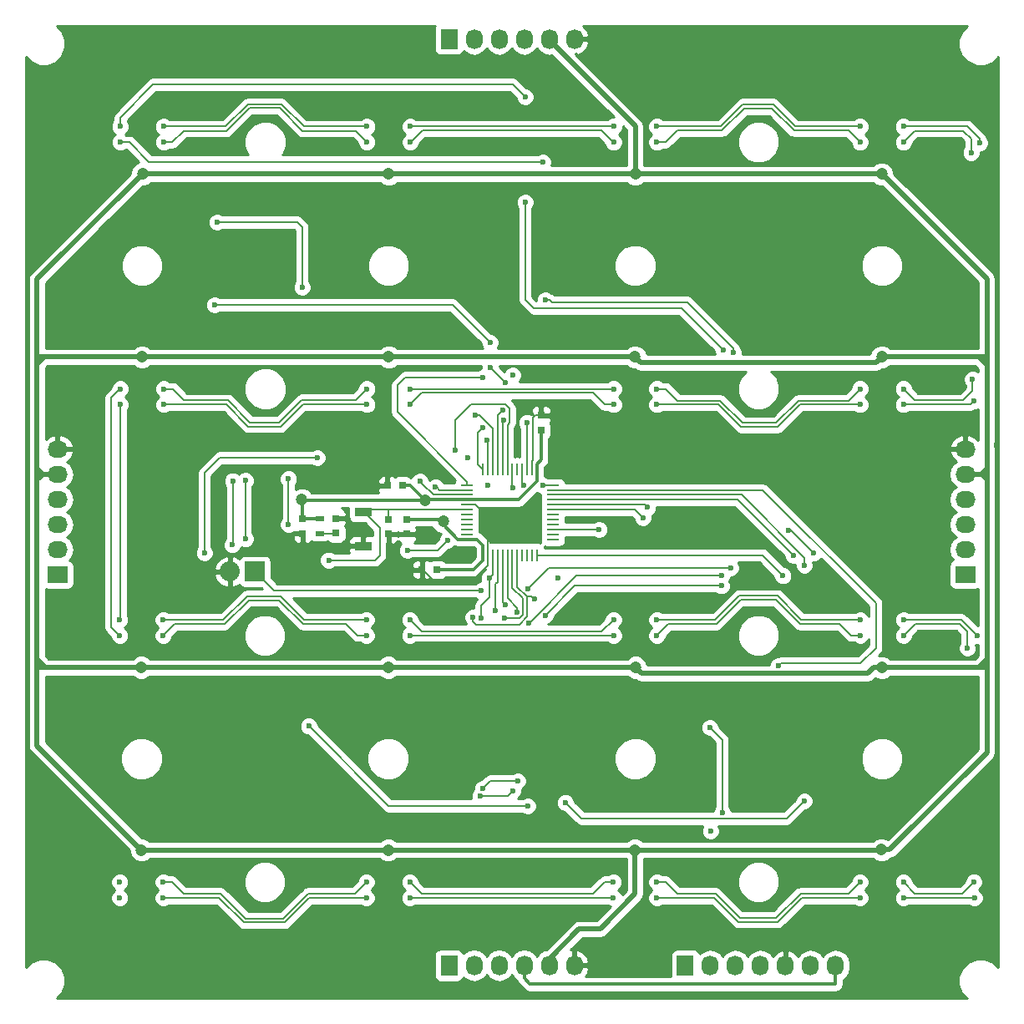
<source format=gbr>
G04 #@! TF.FileFunction,Copper,L2,Bot,Signal*
%FSLAX46Y46*%
G04 Gerber Fmt 4.6, Leading zero omitted, Abs format (unit mm)*
G04 Created by KiCad (PCBNEW 4.0.2-stable) date Onsdag 20 Juli 2016 10:28:16*
%MOMM*%
G01*
G04 APERTURE LIST*
%ADD10C,0.100000*%
%ADD11C,0.600000*%
%ADD12R,0.750000X0.800000*%
%ADD13R,0.800000X0.750000*%
%ADD14R,0.797560X0.797560*%
%ADD15R,2.032000X2.032000*%
%ADD16O,2.032000X2.032000*%
%ADD17R,1.727200X2.032000*%
%ADD18O,1.727200X2.032000*%
%ADD19R,2.032000X1.727200*%
%ADD20O,2.032000X1.727200*%
%ADD21R,0.900000X0.500000*%
%ADD22R,1.700000X0.900000*%
%ADD23R,1.300000X0.250000*%
%ADD24R,0.250000X1.300000*%
%ADD25C,1.200000*%
%ADD26C,0.203200*%
%ADD27C,0.304800*%
%ADD28C,0.508000*%
%ADD29C,0.254000*%
G04 APERTURE END LIST*
D10*
D11*
X102362000Y-141224000D03*
X101854000Y-136398000D03*
X102870000Y-132080000D03*
X141224000Y-97536000D03*
X134874000Y-97790000D03*
X131064000Y-96520000D03*
X125730000Y-74930000D03*
X74930000Y-124714000D03*
X71120000Y-123190000D03*
X96012000Y-124968000D03*
X93472000Y-123190000D03*
X103378000Y-123444000D03*
X106934000Y-124206000D03*
X69850000Y-130302000D03*
X69596000Y-145542000D03*
X58000000Y-148500000D03*
X56642000Y-147066000D03*
X51500000Y-142000000D03*
X53000000Y-143000000D03*
X103632000Y-118618000D03*
X84328000Y-73660000D03*
X120904000Y-67818000D03*
X128778000Y-56388000D03*
X125222000Y-132588000D03*
X146812000Y-144272000D03*
X148082000Y-141986000D03*
X146812000Y-142748000D03*
X149098000Y-93218000D03*
X110236000Y-146812000D03*
X115316000Y-146812000D03*
X113792000Y-146812000D03*
X112014000Y-146812000D03*
X128220000Y-142520000D03*
X128800000Y-143490000D03*
X127430000Y-143490000D03*
X55118000Y-55372000D03*
X56642000Y-148518000D03*
X134450000Y-75400000D03*
X134100000Y-125200000D03*
D12*
X87520000Y-102220000D03*
X87520000Y-100720000D03*
D13*
X87388000Y-97310000D03*
X88888000Y-97310000D03*
D12*
X102960000Y-90182000D03*
X102960000Y-91682000D03*
X89380000Y-102210000D03*
X89380000Y-100710000D03*
D13*
X90910000Y-105840000D03*
X92410000Y-105840000D03*
D12*
X78800000Y-102175000D03*
X78800000Y-100675000D03*
D14*
X82175000Y-102124300D03*
X82175000Y-100625700D03*
D15*
X73950000Y-106025000D03*
D16*
X71410000Y-106025000D03*
D17*
X93630000Y-52040000D03*
D18*
X96170000Y-52040000D03*
X98710000Y-52040000D03*
X101250000Y-52040000D03*
X103790000Y-52040000D03*
X106330000Y-52040000D03*
D19*
X53950000Y-106330000D03*
D20*
X53950000Y-103790000D03*
X53950000Y-101250000D03*
X53950000Y-98710000D03*
X53950000Y-96170000D03*
X53950000Y-93630000D03*
D19*
X145950000Y-106320000D03*
D20*
X145950000Y-103780000D03*
X145950000Y-101240000D03*
X145950000Y-98700000D03*
X145950000Y-96160000D03*
X145950000Y-93620000D03*
D17*
X93620000Y-145950000D03*
D18*
X96160000Y-145950000D03*
X98700000Y-145950000D03*
X101240000Y-145950000D03*
X103780000Y-145950000D03*
X106320000Y-145950000D03*
D17*
X117580000Y-145970000D03*
D18*
X120120000Y-145970000D03*
X122660000Y-145970000D03*
X125200000Y-145970000D03*
X127740000Y-145970000D03*
X130280000Y-145970000D03*
X132820000Y-145970000D03*
D21*
X80525000Y-102175000D03*
X80525000Y-100675000D03*
D22*
X84940000Y-103420000D03*
X84940000Y-100020000D03*
D23*
X95450000Y-102750000D03*
X95450000Y-102250000D03*
X95450000Y-101750000D03*
X95450000Y-101250000D03*
X95450000Y-100750000D03*
X95450000Y-100250000D03*
X95450000Y-99750000D03*
X95450000Y-99250000D03*
X95450000Y-98750000D03*
X95450000Y-98250000D03*
X95450000Y-97750000D03*
X95450000Y-97250000D03*
D24*
X97050000Y-95650000D03*
X97550000Y-95650000D03*
X98050000Y-95650000D03*
X98550000Y-95650000D03*
X99050000Y-95650000D03*
X99550000Y-95650000D03*
X100050000Y-95650000D03*
X100550000Y-95650000D03*
X101050000Y-95650000D03*
X101550000Y-95650000D03*
X102050000Y-95650000D03*
X102550000Y-95650000D03*
D23*
X104150000Y-97250000D03*
X104150000Y-97750000D03*
X104150000Y-98250000D03*
X104150000Y-98750000D03*
X104150000Y-99250000D03*
X104150000Y-99750000D03*
X104150000Y-100250000D03*
X104150000Y-100750000D03*
X104150000Y-101250000D03*
X104150000Y-101750000D03*
X104150000Y-102250000D03*
X104150000Y-102750000D03*
D24*
X102550000Y-104350000D03*
X102050000Y-104350000D03*
X101550000Y-104350000D03*
X101050000Y-104350000D03*
X100550000Y-104350000D03*
X100050000Y-104350000D03*
X99550000Y-104350000D03*
X99050000Y-104350000D03*
X98550000Y-104350000D03*
X98050000Y-104350000D03*
X97550000Y-104350000D03*
X97050000Y-104350000D03*
D11*
X148082000Y-143764000D03*
X120142000Y-132334000D03*
X104648000Y-106680000D03*
X97536000Y-97282000D03*
X95500000Y-94500000D03*
X138176000Y-109220000D03*
X110300000Y-64100000D03*
X97550000Y-102362000D03*
X113050000Y-59450000D03*
X62450000Y-140650000D03*
X87450000Y-140750000D03*
X112500000Y-140700000D03*
X137500000Y-140700000D03*
X112500000Y-109350000D03*
X87450000Y-109300000D03*
X62450000Y-109400000D03*
X62500000Y-90850000D03*
X87500000Y-90750000D03*
X112500000Y-90800000D03*
X137500000Y-90600000D03*
X137500000Y-59450000D03*
X87500000Y-59350000D03*
X62500000Y-59250000D03*
D25*
X91186000Y-98806000D03*
X93040000Y-100960000D03*
X78700000Y-98750000D03*
D11*
X101600000Y-129794000D03*
X81430000Y-104860000D03*
X79400000Y-121700000D03*
X99340000Y-109396090D03*
X96920000Y-107970000D03*
X97028000Y-86360000D03*
X97028000Y-91440000D03*
X70104000Y-70612000D03*
X90678000Y-96870820D03*
X78740000Y-77216000D03*
X92248665Y-97489335D03*
X101160000Y-97250000D03*
X128016000Y-101854014D03*
X101503190Y-90932000D03*
X130578000Y-104162000D03*
X68834000Y-104140010D03*
X80264000Y-94488000D03*
X94234000Y-93726000D03*
X100076000Y-97536000D03*
X93472000Y-102870000D03*
X89408000Y-103886000D03*
X99060000Y-89662000D03*
X99156820Y-90659960D03*
X100076000Y-86106000D03*
X97790000Y-85344000D03*
X99314000Y-86868000D03*
X97790000Y-82804000D03*
X69850000Y-78994000D03*
X97445190Y-92710000D03*
X96266000Y-90170000D03*
X105409994Y-129433642D03*
X129636810Y-129286000D03*
X129636810Y-105410000D03*
X128524000Y-104394000D03*
X103124000Y-97282000D03*
X100584000Y-127254000D03*
X97028000Y-128016000D03*
X127000000Y-115570000D03*
X100076002Y-128270000D03*
X96774000Y-128778000D03*
X99240000Y-110782660D03*
X121315180Y-130460000D03*
X120060000Y-121830000D03*
X100522176Y-110137574D03*
X108840000Y-101757180D03*
D25*
X87460000Y-134270000D03*
X112480000Y-134270000D03*
X137460000Y-134230000D03*
X62450000Y-134270000D03*
X87450000Y-115740000D03*
X112540000Y-115740000D03*
X137500000Y-115750000D03*
X62440000Y-115740000D03*
X87510000Y-84260000D03*
X112470000Y-84260000D03*
X137500000Y-84250000D03*
X62490000Y-84260000D03*
X87510000Y-65710000D03*
X112510000Y-65710000D03*
X137480000Y-65710000D03*
X62550000Y-65710000D03*
D11*
X101704977Y-111279977D03*
X77360000Y-101250000D03*
X77360000Y-96630000D03*
X121275000Y-106450000D03*
X98352999Y-110000910D03*
X122180807Y-105663849D03*
X101630000Y-107780000D03*
X97700000Y-106710000D03*
X72979875Y-102710291D03*
X72980000Y-96810000D03*
X96882916Y-110753618D03*
X102280000Y-108820000D03*
X103385142Y-110455142D03*
X121230000Y-107470000D03*
X71660000Y-103328010D03*
X71700000Y-96840000D03*
X96025000Y-110650000D03*
X113745328Y-99521328D03*
X121412000Y-83566000D03*
X101346000Y-68580000D03*
X101346000Y-57912000D03*
X60290000Y-60900000D03*
X103378000Y-78486000D03*
X122428000Y-83820000D03*
X113284000Y-100584000D03*
X103124000Y-64516000D03*
X60290000Y-62500000D03*
X85300000Y-62500000D03*
X64690000Y-62500000D03*
X85300000Y-60900000D03*
X64690000Y-60900000D03*
X110300000Y-62500000D03*
X89700000Y-62500000D03*
X114690000Y-137500000D03*
X135290000Y-137500000D03*
X114690000Y-139100000D03*
X135290000Y-139100000D03*
X110300000Y-60900000D03*
X89700000Y-60900000D03*
X135290000Y-62500000D03*
X114700000Y-62500000D03*
X89650000Y-137500000D03*
X110290000Y-137500000D03*
X89650000Y-139100000D03*
X110290000Y-139100000D03*
X135290000Y-60900000D03*
X114700000Y-60900000D03*
X146700000Y-86550000D03*
X146550000Y-63550000D03*
X139690000Y-87500000D03*
X139690000Y-62500000D03*
X64650000Y-137500000D03*
X85250000Y-137500000D03*
X64650000Y-139100000D03*
X85250000Y-139100000D03*
X147426380Y-62580000D03*
X146860000Y-88720000D03*
X139690000Y-89100000D03*
X139690000Y-60900000D03*
X60250000Y-112510000D03*
X60300000Y-87500000D03*
X60250000Y-110910000D03*
X60300000Y-89100000D03*
X85250000Y-112500000D03*
X64650000Y-112510000D03*
X85250000Y-110900000D03*
X64650000Y-110910000D03*
X110300000Y-112500000D03*
X89650000Y-112500000D03*
X110300000Y-110900000D03*
X89650000Y-110900000D03*
X135300000Y-112500000D03*
X114700000Y-112500000D03*
X135300000Y-110900000D03*
X114700000Y-110900000D03*
X146840000Y-137480000D03*
X146170000Y-113780000D03*
X139690000Y-137500000D03*
X139700000Y-112500000D03*
X146890000Y-139110000D03*
X147180000Y-112500000D03*
X139690000Y-139100000D03*
X139700000Y-110900000D03*
X60250000Y-137500000D03*
X60250000Y-139100000D03*
X114700000Y-87500000D03*
X135290000Y-87500000D03*
X114700000Y-89100000D03*
X135290000Y-89100000D03*
X89700000Y-87500000D03*
X110300000Y-87500000D03*
X89700000Y-89100000D03*
X110300000Y-89100000D03*
X64700000Y-87500000D03*
X85300000Y-87500000D03*
X64700000Y-89100000D03*
X85300000Y-89100000D03*
X127480000Y-106450000D03*
D26*
X78927000Y-102175000D02*
X78800000Y-102175000D01*
X102108000Y-94488000D02*
X102108000Y-94234000D01*
X102108000Y-94234000D02*
X102108000Y-90455800D01*
X102050000Y-95650000D02*
X102050000Y-94796800D01*
X102050000Y-94796800D02*
X102108000Y-94738800D01*
X102108000Y-94738800D02*
X102108000Y-94234000D01*
X102108000Y-90455800D02*
X102381800Y-90182000D01*
X102381800Y-90182000D02*
X102960000Y-90182000D01*
X97550000Y-104350000D02*
X97550000Y-105396000D01*
X97550000Y-105396000D02*
X96012000Y-106934000D01*
X96012000Y-106934000D02*
X92029000Y-106934000D01*
X92029000Y-106934000D02*
X90935000Y-105840000D01*
X90935000Y-105840000D02*
X90910000Y-105840000D01*
X97550000Y-102362000D02*
X97550000Y-103496800D01*
X97550000Y-103496800D02*
X97550000Y-104350000D01*
X96303200Y-99250000D02*
X97550000Y-100496800D01*
X95450000Y-99250000D02*
X96303200Y-99250000D01*
X97550000Y-100496800D02*
X97550000Y-102362000D01*
D27*
X100685710Y-98750000D02*
X102550000Y-96885710D01*
X102550000Y-96604800D02*
X102550000Y-95650000D01*
X95450000Y-98750000D02*
X100685710Y-98750000D01*
X102550000Y-96885710D02*
X102550000Y-96604800D01*
X102979800Y-91701800D02*
X102960000Y-91682000D01*
X102979800Y-94695200D02*
X102979800Y-91701800D01*
X102550000Y-95125000D02*
X102979800Y-94695200D01*
X102550000Y-95650000D02*
X102550000Y-95125000D01*
X89662000Y-97282000D02*
X90586001Y-98206001D01*
X88900000Y-97282000D02*
X89662000Y-97282000D01*
X90337472Y-98806000D02*
X91186000Y-98806000D01*
X78731000Y-98806000D02*
X90337472Y-98806000D01*
X78675000Y-98750000D02*
X78731000Y-98806000D01*
X90586001Y-98206001D02*
X91186000Y-98806000D01*
X91242000Y-98750000D02*
X91186000Y-98806000D01*
X95450000Y-98750000D02*
X91242000Y-98750000D01*
X101819200Y-147850000D02*
X132820000Y-147850000D01*
X132820000Y-145970000D02*
X132820000Y-147290800D01*
X132820000Y-147290800D02*
X132820000Y-147850000D01*
X89380000Y-100710000D02*
X92790000Y-100710000D01*
X92790000Y-100710000D02*
X93040000Y-100960000D01*
X92410000Y-105840000D02*
X96085000Y-105840000D01*
X96085000Y-105840000D02*
X97050000Y-104875000D01*
X97050000Y-104875000D02*
X97050000Y-104350000D01*
X92990000Y-101010000D02*
X93040000Y-100960000D01*
X95450000Y-102750000D02*
X94495200Y-102750000D01*
X94495200Y-102750000D02*
X93040000Y-101294800D01*
X93040000Y-101294800D02*
X93040000Y-100960000D01*
X95450000Y-102750000D02*
X96460000Y-102750000D01*
X96460000Y-102750000D02*
X97050000Y-103340000D01*
X97050000Y-103340000D02*
X97050000Y-104350000D01*
X78800000Y-100675000D02*
X80525000Y-100675000D01*
X78800000Y-100675000D02*
X78800000Y-98850000D01*
X78800000Y-98850000D02*
X78700000Y-98750000D01*
X101240000Y-145950000D02*
X101240000Y-147270800D01*
X101240000Y-147270800D02*
X101819200Y-147850000D01*
D26*
X81430000Y-104860000D02*
X86148000Y-104860000D01*
X86614000Y-101600000D02*
X85034000Y-100020000D01*
X86148000Y-104860000D02*
X86614000Y-104394000D01*
X86614000Y-104394000D02*
X86614000Y-101600000D01*
X85034000Y-100020000D02*
X84940000Y-100020000D01*
X87494000Y-129794000D02*
X101175736Y-129794000D01*
X101175736Y-129794000D02*
X101600000Y-129794000D01*
X79400000Y-121700000D02*
X87494000Y-129794000D01*
X95450000Y-99750000D02*
X87500000Y-99750000D01*
X87500000Y-99750000D02*
X87070000Y-99750000D01*
X87520000Y-100720000D02*
X87520000Y-100116800D01*
X87520000Y-100116800D02*
X87500000Y-100096800D01*
X87500000Y-100096800D02*
X87500000Y-99750000D01*
X87070000Y-99750000D02*
X84900000Y-99750000D01*
X84900000Y-99750000D02*
X84630000Y-100020000D01*
X80525000Y-102175000D02*
X82124300Y-102175000D01*
X82124300Y-102175000D02*
X82175000Y-102124300D01*
X99050000Y-104350000D02*
X99050000Y-109106090D01*
X99050000Y-109106090D02*
X99340000Y-109396090D01*
X75920000Y-107970000D02*
X96495736Y-107970000D01*
X96495736Y-107970000D02*
X96920000Y-107970000D01*
X73950000Y-106000000D02*
X75920000Y-107970000D01*
X88392000Y-87122000D02*
X89154000Y-86360000D01*
X89154000Y-86360000D02*
X97028000Y-86360000D01*
X88392000Y-87912894D02*
X88392000Y-87122000D01*
X88392000Y-89863800D02*
X88392000Y-87912894D01*
X95450000Y-97250000D02*
X95450000Y-96921800D01*
X95450000Y-96921800D02*
X88392000Y-89863800D01*
X97028000Y-91440000D02*
X96520000Y-91948000D01*
X96520000Y-91948000D02*
X96520000Y-95120000D01*
X96520000Y-95120000D02*
X97050000Y-95650000D01*
X78740000Y-77216000D02*
X78740000Y-71120000D01*
X78232000Y-70612000D02*
X70104000Y-70612000D01*
X78740000Y-71120000D02*
X78232000Y-70612000D01*
X92057180Y-98250000D02*
X90977999Y-97170819D01*
X90977999Y-97170819D02*
X90678000Y-96870820D01*
X95450000Y-98250000D02*
X92057180Y-98250000D01*
X92248665Y-97489335D02*
X92409335Y-97489335D01*
X92409335Y-97489335D02*
X92670000Y-97750000D01*
X92670000Y-97750000D02*
X94596800Y-97750000D01*
X94596800Y-97750000D02*
X95450000Y-97750000D01*
X101160000Y-97250000D02*
X101050000Y-97140000D01*
X101050000Y-97140000D02*
X101050000Y-95650000D01*
X128270014Y-101854014D02*
X128016000Y-101854014D01*
X130578000Y-104162000D02*
X128270014Y-101854014D01*
X101550000Y-95650000D02*
X101550000Y-90978810D01*
X101550000Y-90978810D02*
X101503190Y-90932000D01*
X101503190Y-95603190D02*
X101550000Y-95650000D01*
X68834000Y-103715746D02*
X68834000Y-104140010D01*
X68834000Y-96012000D02*
X68834000Y-103715746D01*
X80264000Y-94488000D02*
X70358000Y-94488000D01*
X70358000Y-94488000D02*
X68834000Y-96012000D01*
X94234000Y-90678000D02*
X94234000Y-93726000D01*
X95854801Y-89057199D02*
X94234000Y-90678000D01*
X99550000Y-95650000D02*
X99550000Y-91161886D01*
X99761621Y-90950265D02*
X99761621Y-89468515D01*
X99550000Y-91161886D02*
X99761621Y-90950265D01*
X99761621Y-89468515D02*
X99350305Y-89057199D01*
X99350305Y-89057199D02*
X95854801Y-89057199D01*
X100050000Y-95650000D02*
X100050000Y-97510000D01*
X100050000Y-97510000D02*
X100076000Y-97536000D01*
X89408000Y-103886000D02*
X92456000Y-103886000D01*
X92456000Y-103886000D02*
X93472000Y-102870000D01*
X98550000Y-95650000D02*
X98550000Y-90680000D01*
X98760001Y-89961999D02*
X99060000Y-89662000D01*
X98550000Y-90680000D02*
X98552000Y-90678000D01*
X98552000Y-90678000D02*
X98552000Y-90170000D01*
X98552000Y-90170000D02*
X98760001Y-89961999D01*
X99050000Y-90766780D02*
X99156820Y-90659960D01*
X99050000Y-95650000D02*
X99050000Y-90766780D01*
X99314000Y-86868000D02*
X97790000Y-85344000D01*
X93980000Y-78994000D02*
X97790000Y-82804000D01*
X69850000Y-78994000D02*
X93980000Y-78994000D01*
X97550000Y-95650000D02*
X97550000Y-92814810D01*
X97550000Y-92814810D02*
X97445190Y-92710000D01*
X98050000Y-95650000D02*
X98050000Y-91529736D01*
X98050000Y-91529736D02*
X97945190Y-91424926D01*
X96266000Y-90170000D02*
X96690264Y-90170000D01*
X96690264Y-90170000D02*
X97945190Y-91424926D01*
X105709993Y-129733641D02*
X105409994Y-129433642D01*
X107041153Y-131064801D02*
X105709993Y-129733641D01*
X127858009Y-131064801D02*
X107041153Y-131064801D01*
X129636810Y-129286000D02*
X127858009Y-131064801D01*
X104150000Y-98250000D02*
X123275106Y-98250000D01*
X123275106Y-98250000D02*
X129636810Y-104611704D01*
X129636810Y-104611704D02*
X129636810Y-105410000D01*
X128524000Y-104394000D02*
X122880000Y-98750000D01*
X122880000Y-98750000D02*
X104150000Y-98750000D01*
X104150000Y-97250000D02*
X103156000Y-97250000D01*
X103156000Y-97250000D02*
X103124000Y-97282000D01*
X97028000Y-128016000D02*
X97790000Y-127254000D01*
X97790000Y-127254000D02*
X100584000Y-127254000D01*
X104150000Y-97750000D02*
X125436000Y-97750000D01*
X127254000Y-115316000D02*
X127000000Y-115570000D01*
X125436000Y-97750000D02*
X136895199Y-109209199D01*
X136895199Y-109209199D02*
X136895199Y-113781199D01*
X136895199Y-113781199D02*
X135360398Y-115316000D01*
X135360398Y-115316000D02*
X127254000Y-115316000D01*
X99776003Y-128569999D02*
X100076002Y-128270000D01*
X99568002Y-128778000D02*
X99776003Y-128569999D01*
X96774000Y-128778000D02*
X99568002Y-128778000D01*
X101126978Y-108736835D02*
X101126978Y-110427880D01*
X99664264Y-110782660D02*
X99240000Y-110782660D01*
X100050000Y-107659857D02*
X101126978Y-108736835D01*
X100772198Y-110782660D02*
X99664264Y-110782660D01*
X100050000Y-104350000D02*
X100050000Y-107659857D01*
X101126978Y-110427880D02*
X100772198Y-110782660D01*
X121315180Y-130035736D02*
X121315180Y-130460000D01*
X121315180Y-123085180D02*
X121315180Y-130035736D01*
X120060000Y-121830000D02*
X121315180Y-123085180D01*
X99550000Y-108741134D02*
X100522176Y-109713310D01*
X100522176Y-109713310D02*
X100522176Y-110137574D01*
X99550000Y-104350000D02*
X99550000Y-108741134D01*
X108832820Y-101750000D02*
X108840000Y-101757180D01*
X104150000Y-101750000D02*
X108832820Y-101750000D01*
D28*
X113069999Y-84859999D02*
X136890001Y-84859999D01*
X112470000Y-84260000D02*
X113069999Y-84859999D01*
X136890001Y-84859999D02*
X136900001Y-84849999D01*
X136900001Y-84849999D02*
X137500000Y-84250000D01*
X112540000Y-115740000D02*
X113139999Y-116339999D01*
X113139999Y-116339999D02*
X136061473Y-116339999D01*
X136061473Y-116339999D02*
X136651472Y-115750000D01*
X136651472Y-115750000D02*
X137500000Y-115750000D01*
X103780000Y-145950000D02*
X103780000Y-145280000D01*
X103780000Y-145280000D02*
X106810000Y-142250000D01*
X106810000Y-142250000D02*
X108950000Y-142250000D01*
X108950000Y-142250000D02*
X112480000Y-138720000D01*
X112480000Y-138720000D02*
X112480000Y-135118528D01*
X112480000Y-135118528D02*
X112480000Y-134270000D01*
X62550000Y-65710000D02*
X87510000Y-65710000D01*
X103790000Y-52040000D02*
X103790000Y-52192400D01*
X103790000Y-52192400D02*
X112510000Y-60912400D01*
X112510000Y-64861472D02*
X112510000Y-65710000D01*
X112510000Y-60912400D02*
X112510000Y-64861472D01*
X51850000Y-95700000D02*
X51850000Y-96600000D01*
X51850000Y-96600000D02*
X51850000Y-114900000D01*
X53950000Y-96170000D02*
X52426000Y-96170000D01*
X52426000Y-96170000D02*
X51996000Y-96600000D01*
X51996000Y-96600000D02*
X51850000Y-96600000D01*
X51850000Y-85000000D02*
X51850000Y-95700000D01*
X52426000Y-96170000D02*
X51956000Y-95700000D01*
X51956000Y-95700000D02*
X51850000Y-95700000D01*
X148150000Y-115500000D02*
X148150000Y-96650000D01*
X148150000Y-96650000D02*
X148150000Y-96100000D01*
X147650000Y-96100000D02*
X147650000Y-96150000D01*
X147650000Y-96150000D02*
X148150000Y-96650000D01*
X147650000Y-96160000D02*
X148090000Y-96160000D01*
X147650000Y-96100000D02*
X148150000Y-95600000D01*
X145950000Y-96160000D02*
X147650000Y-96160000D01*
X148150000Y-96100000D02*
X148150000Y-95600000D01*
X148150000Y-95600000D02*
X148150000Y-85100000D01*
X147650000Y-96160000D02*
X147650000Y-96100000D01*
X148090000Y-96160000D02*
X148150000Y-96100000D01*
X147000000Y-115750000D02*
X147300000Y-115750000D01*
X148150000Y-115750000D02*
X148150000Y-115500000D01*
X137500000Y-115750000D02*
X147000000Y-115750000D01*
X148150000Y-124388528D02*
X148150000Y-115750000D01*
X147000000Y-115750000D02*
X148150000Y-115750000D01*
X147300000Y-115750000D02*
X148100000Y-114950000D01*
X148100000Y-114950000D02*
X148150000Y-114950000D01*
X147000000Y-84250000D02*
X147300000Y-84250000D01*
X137500000Y-84250000D02*
X147000000Y-84250000D01*
X148150000Y-85100000D02*
X148150000Y-84350000D01*
X148150000Y-84350000D02*
X148150000Y-76350000D01*
X147000000Y-84250000D02*
X148050000Y-84250000D01*
X148050000Y-84250000D02*
X148150000Y-84350000D01*
X147300000Y-84250000D02*
X148150000Y-85100000D01*
X51850000Y-76400000D02*
X51850000Y-84300000D01*
X51850000Y-84300000D02*
X51850000Y-85000000D01*
X52590000Y-84260000D02*
X51890000Y-84260000D01*
X51890000Y-84260000D02*
X51850000Y-84300000D01*
X62490000Y-84260000D02*
X52590000Y-84260000D01*
X52590000Y-84260000D02*
X51850000Y-85000000D01*
X62550000Y-65750000D02*
X62550000Y-65700000D01*
X62550000Y-65700000D02*
X51850000Y-76400000D01*
X51850000Y-114900000D02*
X51850000Y-115800000D01*
X51850000Y-115800000D02*
X51850000Y-123670000D01*
X52690000Y-115740000D02*
X51910000Y-115740000D01*
X51910000Y-115740000D02*
X51850000Y-115800000D01*
X62440000Y-115740000D02*
X52690000Y-115740000D01*
X52690000Y-115740000D02*
X51850000Y-114900000D01*
X51850000Y-123670000D02*
X62450000Y-134270000D01*
X137460000Y-134230000D02*
X138308528Y-134230000D01*
X138308528Y-134230000D02*
X148150000Y-124388528D01*
X148150000Y-76350000D02*
X137500000Y-65700000D01*
X137500000Y-65700000D02*
X137490000Y-65700000D01*
X137490000Y-65700000D02*
X137480000Y-65710000D01*
X112510000Y-65710000D02*
X137480000Y-65710000D01*
X112480000Y-134270000D02*
X137420000Y-134270000D01*
X62450000Y-134270000D02*
X87460000Y-134270000D01*
X87460000Y-134270000D02*
X112480000Y-134270000D01*
X137420000Y-134270000D02*
X137460000Y-134230000D01*
X62440000Y-115740000D02*
X87450000Y-115740000D01*
X87450000Y-115740000D02*
X112540000Y-115740000D01*
X62490000Y-84260000D02*
X87510000Y-84260000D01*
X87510000Y-84260000D02*
X112470000Y-84260000D01*
X87510000Y-65710000D02*
X112510000Y-65710000D01*
D26*
X121275000Y-106450000D02*
X106534954Y-106450000D01*
X102004976Y-110979978D02*
X101704977Y-111279977D01*
X98352999Y-107272107D02*
X98352999Y-109576646D01*
X106534954Y-106450000D02*
X102004976Y-110979978D01*
X98352999Y-109576646D02*
X98352999Y-110000910D01*
X98550000Y-104350000D02*
X98550000Y-107075106D01*
X98550000Y-107075106D02*
X98352999Y-107272107D01*
X77360000Y-96630000D02*
X77360000Y-101250000D01*
X98710000Y-52040000D02*
X98710000Y-52192400D01*
X121756543Y-105663849D02*
X122180807Y-105663849D01*
X103746151Y-105663849D02*
X121756543Y-105663849D01*
X101630000Y-107780000D02*
X103746151Y-105663849D01*
X96882916Y-110753618D02*
X96882916Y-109442192D01*
X96882916Y-109442192D02*
X97700000Y-108625108D01*
X97700000Y-108625108D02*
X97700000Y-107134264D01*
X97700000Y-107134264D02*
X97700000Y-106710000D01*
X97999999Y-106410001D02*
X97700000Y-106710000D01*
X98050000Y-106360000D02*
X97999999Y-106410001D01*
X98050000Y-104350000D02*
X98050000Y-106360000D01*
X72980000Y-96810000D02*
X72980000Y-102710166D01*
X72980000Y-102710166D02*
X72979875Y-102710291D01*
X102280000Y-108820000D02*
X101980001Y-108520001D01*
X101980001Y-108520001D02*
X101581883Y-108520001D01*
X101581883Y-108520001D02*
X101533389Y-108568495D01*
X121230000Y-107470000D02*
X106370284Y-107470000D01*
X106370284Y-107470000D02*
X103385142Y-110455142D01*
X96025000Y-111074264D02*
X96025000Y-110650000D01*
X100550000Y-104350000D02*
X100550000Y-107585106D01*
X100742129Y-111387480D02*
X96338216Y-111387480D01*
X96338216Y-111387480D02*
X96025000Y-111074264D01*
X101533389Y-108568495D02*
X101533389Y-110596220D01*
X101533389Y-110596220D02*
X100742129Y-111387480D01*
X100550000Y-107585106D02*
X101533389Y-108568495D01*
X71700000Y-96840000D02*
X71700000Y-103288010D01*
X71700000Y-103288010D02*
X71660000Y-103328010D01*
X113474000Y-99250000D02*
X113745328Y-99521328D01*
X104150000Y-99250000D02*
X113474000Y-99250000D01*
X102204802Y-79344802D02*
X101346000Y-78486000D01*
X121412000Y-83566000D02*
X117190802Y-79344802D01*
X117190802Y-79344802D02*
X102204802Y-79344802D01*
X101346000Y-69004264D02*
X101346000Y-68580000D01*
X101346000Y-78486000D02*
X101346000Y-69004264D01*
X100076000Y-56642000D02*
X101346000Y-57912000D01*
X63644800Y-56642000D02*
X100076000Y-56642000D01*
X60290000Y-60900000D02*
X60290000Y-59996800D01*
X60290000Y-59996800D02*
X63644800Y-56642000D01*
X122428000Y-83820000D02*
X122428000Y-83395736D01*
X122428000Y-83395736D02*
X117772264Y-78740000D01*
X117772264Y-78740000D02*
X104056264Y-78740000D01*
X104056264Y-78740000D02*
X103802264Y-78486000D01*
X103802264Y-78486000D02*
X103378000Y-78486000D01*
X112984001Y-100284001D02*
X113284000Y-100584000D01*
X112450000Y-99750000D02*
X112984001Y-100284001D01*
X104150000Y-99750000D02*
X112450000Y-99750000D01*
X60290000Y-62500000D02*
X61193200Y-62500000D01*
X63209200Y-64516000D02*
X65810894Y-64516000D01*
X61193200Y-62500000D02*
X63209200Y-64516000D01*
X65810894Y-64516000D02*
X103124000Y-64516000D01*
X85300000Y-62500000D02*
X84150000Y-61350000D01*
X66733200Y-61360000D02*
X65593200Y-62500000D01*
X84150000Y-61350000D02*
X78780000Y-61350000D01*
X78780000Y-61350000D02*
X76480000Y-59050000D01*
X76480000Y-59050000D02*
X73390000Y-59050000D01*
X73390000Y-59050000D02*
X71080000Y-61360000D01*
X71080000Y-61360000D02*
X66733200Y-61360000D01*
X65593200Y-62500000D02*
X64690000Y-62500000D01*
X78904750Y-60900000D02*
X84396800Y-60900000D01*
X73221660Y-58643589D02*
X76648340Y-58643589D01*
X64690000Y-60900000D02*
X70965249Y-60900000D01*
X84396800Y-60900000D02*
X85300000Y-60900000D01*
X76648340Y-58643589D02*
X78904750Y-60900000D01*
X70965249Y-60900000D02*
X73221660Y-58643589D01*
X89700000Y-62500000D02*
X89750000Y-62500000D01*
X89750000Y-62500000D02*
X90920000Y-61330000D01*
X90920000Y-61330000D02*
X109080000Y-61330000D01*
X109080000Y-61330000D02*
X110250000Y-62500000D01*
X110250000Y-62500000D02*
X110300000Y-62500000D01*
X135290000Y-137500000D02*
X134140000Y-138650000D01*
X126795250Y-141120000D02*
X123114750Y-141120000D01*
X134140000Y-138650000D02*
X129265250Y-138650000D01*
X116753200Y-138660000D02*
X115593200Y-137500000D01*
X129265250Y-138650000D02*
X126795250Y-141120000D01*
X123114750Y-141120000D02*
X120654750Y-138660000D01*
X120654750Y-138660000D02*
X116753200Y-138660000D01*
X115593200Y-137500000D02*
X114690000Y-137500000D01*
X134386800Y-139100000D02*
X135290000Y-139100000D01*
X126963590Y-141526411D02*
X129390001Y-139100000D01*
X122946410Y-141526411D02*
X126963590Y-141526411D01*
X120519999Y-139100000D02*
X122946410Y-141526411D01*
X114690000Y-139100000D02*
X120519999Y-139100000D01*
X129390001Y-139100000D02*
X134386800Y-139100000D01*
X109396800Y-60900000D02*
X110300000Y-60900000D01*
X89700000Y-60900000D02*
X109396800Y-60900000D01*
X135290000Y-62500000D02*
X134120000Y-61330000D01*
X134120000Y-61330000D02*
X128600000Y-61330000D01*
X128600000Y-61330000D02*
X126360000Y-59090000D01*
X123544750Y-59090000D02*
X121304750Y-61330000D01*
X126360000Y-59090000D02*
X123544750Y-59090000D01*
X121304750Y-61330000D02*
X116773200Y-61330000D01*
X116773200Y-61330000D02*
X115603200Y-62500000D01*
X115603200Y-62500000D02*
X114700000Y-62500000D01*
X110290000Y-137500000D02*
X109386800Y-137500000D01*
X109386800Y-137500000D02*
X108196800Y-138690000D01*
X108196800Y-138690000D02*
X90840000Y-138690000D01*
X90840000Y-138690000D02*
X89650000Y-137500000D01*
X89650000Y-139100000D02*
X90553200Y-139100000D01*
X90553200Y-139100000D02*
X110290000Y-139100000D01*
X128744751Y-60900000D02*
X134386800Y-60900000D01*
X126528340Y-58683589D02*
X128744751Y-60900000D01*
X114700000Y-60900000D02*
X121159999Y-60900000D01*
X134386800Y-60900000D02*
X135290000Y-60900000D01*
X123376410Y-58683589D02*
X126528340Y-58683589D01*
X121159999Y-60900000D02*
X123376410Y-58683589D01*
X139690000Y-87500000D02*
X140860000Y-88670000D01*
X140860000Y-88670000D02*
X145740000Y-88670000D01*
X145740000Y-88670000D02*
X146700000Y-87710000D01*
X146700000Y-87710000D02*
X146700000Y-86550000D01*
X139690000Y-62500000D02*
X140850000Y-61340000D01*
X140850000Y-61340000D02*
X145770000Y-61340000D01*
X145770000Y-61340000D02*
X146540000Y-62110000D01*
X146540000Y-62110000D02*
X146540000Y-63540000D01*
X146540000Y-63540000D02*
X146550000Y-63550000D01*
X85250000Y-137500000D02*
X84080000Y-138670000D01*
X65553200Y-137500000D02*
X64650000Y-137500000D01*
X84080000Y-138670000D02*
X79335250Y-138670000D01*
X79335250Y-138670000D02*
X76811661Y-141193589D01*
X76811661Y-141193589D02*
X72998339Y-141193589D01*
X72998339Y-141193589D02*
X70474750Y-138670000D01*
X70474750Y-138670000D02*
X66723200Y-138670000D01*
X66723200Y-138670000D02*
X65553200Y-137500000D01*
X72830000Y-141600000D02*
X76980000Y-141600000D01*
X64650000Y-139100000D02*
X70330000Y-139100000D01*
X70330000Y-139100000D02*
X72830000Y-141600000D01*
X76980000Y-141600000D02*
X79480000Y-139100000D01*
X79480000Y-139100000D02*
X85250000Y-139100000D01*
X147426380Y-62155736D02*
X147426380Y-62580000D01*
X146170644Y-60900000D02*
X147426380Y-62155736D01*
X139690000Y-60900000D02*
X146170644Y-60900000D01*
X146560001Y-89019999D02*
X146860000Y-88720000D01*
X146480000Y-89100000D02*
X146560001Y-89019999D01*
X139690000Y-89100000D02*
X146480000Y-89100000D01*
X60300000Y-87500000D02*
X60250000Y-87500000D01*
X59346800Y-111656800D02*
X60200000Y-112510000D01*
X60250000Y-87500000D02*
X59346800Y-88403200D01*
X59346800Y-88403200D02*
X59346800Y-111656800D01*
X60200000Y-112510000D02*
X60250000Y-112510000D01*
X60300000Y-89100000D02*
X60300000Y-110860000D01*
X60300000Y-110860000D02*
X60250000Y-110910000D01*
X64650000Y-112510000D02*
X65830000Y-111330000D01*
X65830000Y-111330000D02*
X70910000Y-111330000D01*
X70910000Y-111330000D02*
X73300000Y-108940000D01*
X73300000Y-108940000D02*
X76420000Y-108940000D01*
X76420000Y-108940000D02*
X78810000Y-111330000D01*
X84346800Y-112500000D02*
X85250000Y-112500000D01*
X78810000Y-111330000D02*
X83176800Y-111330000D01*
X83176800Y-111330000D02*
X84346800Y-112500000D01*
X65553200Y-110910000D02*
X64650000Y-110910000D01*
X70755249Y-110910000D02*
X65553200Y-110910000D01*
X73131660Y-108533589D02*
X70755249Y-110910000D01*
X76588340Y-108533589D02*
X73131660Y-108533589D01*
X78954750Y-110900000D02*
X76588340Y-108533589D01*
X85250000Y-110900000D02*
X78954750Y-110900000D01*
X89650000Y-112500000D02*
X110300000Y-112500000D01*
X109110000Y-112090000D02*
X110300000Y-110900000D01*
X90840000Y-112090000D02*
X109110000Y-112090000D01*
X89650000Y-110900000D02*
X90840000Y-112090000D01*
X114700000Y-112500000D02*
X115860000Y-111340000D01*
X115860000Y-111340000D02*
X120754750Y-111340000D01*
X120754750Y-111340000D02*
X123194750Y-108900000D01*
X123194750Y-108900000D02*
X126765250Y-108900000D01*
X126765250Y-108900000D02*
X129185250Y-111320000D01*
X129185250Y-111320000D02*
X133216800Y-111320000D01*
X133216800Y-111320000D02*
X134396800Y-112500000D01*
X134396800Y-112500000D02*
X135300000Y-112500000D01*
X129340000Y-110900000D02*
X126933589Y-108493589D01*
X123026411Y-108493589D02*
X120620000Y-110900000D01*
X135300000Y-110900000D02*
X129340000Y-110900000D01*
X126933589Y-108493589D02*
X123026411Y-108493589D01*
X120620000Y-110900000D02*
X114700000Y-110900000D01*
X139700000Y-112500000D02*
X140890000Y-111310000D01*
X140890000Y-111310000D02*
X145370000Y-111310000D01*
X145370000Y-111310000D02*
X146170000Y-112110000D01*
X146170000Y-112110000D02*
X146170000Y-113780000D01*
X146840000Y-137480000D02*
X145660000Y-138660000D01*
X145660000Y-138660000D02*
X140850000Y-138660000D01*
X140850000Y-138660000D02*
X139690000Y-137500000D01*
X146890000Y-139110000D02*
X139700000Y-139110000D01*
X139700000Y-139110000D02*
X139690000Y-139100000D01*
X139700000Y-110900000D02*
X145580000Y-110900000D01*
X145580000Y-110900000D02*
X147180000Y-112500000D01*
X135290000Y-87500000D02*
X134100000Y-88690000D01*
X121104750Y-88690000D02*
X116793200Y-88690000D01*
X134100000Y-88690000D02*
X129085250Y-88690000D01*
X126805250Y-90970000D02*
X123384750Y-90970000D01*
X129085250Y-88690000D02*
X126805250Y-90970000D01*
X123384750Y-90970000D02*
X121104750Y-88690000D01*
X116793200Y-88690000D02*
X115603200Y-87500000D01*
X115603200Y-87500000D02*
X114700000Y-87500000D01*
X120940000Y-89100000D02*
X123216411Y-91376411D01*
X114700000Y-89100000D02*
X120940000Y-89100000D01*
X123216411Y-91376411D02*
X126973589Y-91376411D01*
X126973589Y-91376411D02*
X129250000Y-89100000D01*
X129250000Y-89100000D02*
X135290000Y-89100000D01*
X110300000Y-87500000D02*
X89750000Y-87500000D01*
X89750000Y-87500000D02*
X89700000Y-87500000D01*
X110300000Y-89100000D02*
X109396800Y-89100000D01*
X109396800Y-89100000D02*
X108206800Y-87910000D01*
X108206800Y-87910000D02*
X90890000Y-87910000D01*
X90890000Y-87910000D02*
X89700000Y-89100000D01*
X85300000Y-87500000D02*
X84150000Y-88650000D01*
X73464750Y-90920000D02*
X71214750Y-88670000D01*
X84150000Y-88650000D02*
X78690000Y-88650000D01*
X78690000Y-88650000D02*
X76420000Y-90920000D01*
X76420000Y-90920000D02*
X73464750Y-90920000D01*
X71214750Y-88670000D02*
X66773200Y-88670000D01*
X66773200Y-88670000D02*
X65603200Y-87500000D01*
X65603200Y-87500000D02*
X64700000Y-87500000D01*
X65603200Y-89100000D02*
X64700000Y-89100000D01*
X73296410Y-91326411D02*
X71070000Y-89100000D01*
X76588340Y-91326411D02*
X73296410Y-91326411D01*
X71070000Y-89100000D02*
X65603200Y-89100000D01*
X85300000Y-89100000D02*
X78814750Y-89100000D01*
X78814750Y-89100000D02*
X76588340Y-91326411D01*
X127180001Y-106150001D02*
X127480000Y-106450000D01*
X125380000Y-104350000D02*
X127180001Y-106150001D01*
X102550000Y-104350000D02*
X125380000Y-104350000D01*
D29*
G36*
X92169969Y-50772110D02*
X92118960Y-51024000D01*
X92118960Y-53056000D01*
X92163238Y-53291317D01*
X92302310Y-53507441D01*
X92514510Y-53652431D01*
X92766400Y-53703440D01*
X94493600Y-53703440D01*
X94728917Y-53659162D01*
X94945041Y-53520090D01*
X95090031Y-53307890D01*
X95098400Y-53266561D01*
X95110330Y-53284415D01*
X95596511Y-53609271D01*
X96170000Y-53723345D01*
X96743489Y-53609271D01*
X97229670Y-53284415D01*
X97440000Y-52969634D01*
X97650330Y-53284415D01*
X98136511Y-53609271D01*
X98710000Y-53723345D01*
X99283489Y-53609271D01*
X99769670Y-53284415D01*
X99980000Y-52969634D01*
X100190330Y-53284415D01*
X100676511Y-53609271D01*
X101250000Y-53723345D01*
X101823489Y-53609271D01*
X102309670Y-53284415D01*
X102520000Y-52969634D01*
X102730330Y-53284415D01*
X103216511Y-53609271D01*
X103790000Y-53723345D01*
X104018298Y-53677934D01*
X110305368Y-59965004D01*
X110114833Y-59964838D01*
X109771057Y-60106883D01*
X109714441Y-60163400D01*
X90285822Y-60163400D01*
X90230327Y-60107808D01*
X89886799Y-59965162D01*
X89514833Y-59964838D01*
X89171057Y-60106883D01*
X88907808Y-60369673D01*
X88765162Y-60713201D01*
X88764838Y-61085167D01*
X88906883Y-61428943D01*
X89169673Y-61692192D01*
X89188097Y-61699842D01*
X89171057Y-61706883D01*
X88907808Y-61969673D01*
X88765162Y-62313201D01*
X88764838Y-62685167D01*
X88906883Y-63028943D01*
X89169673Y-63292192D01*
X89513201Y-63434838D01*
X89885167Y-63435162D01*
X90228943Y-63293117D01*
X90492192Y-63030327D01*
X90634838Y-62686799D01*
X90634864Y-62656846D01*
X91225110Y-62066600D01*
X108774890Y-62066600D01*
X109364863Y-62656573D01*
X109364838Y-62685167D01*
X109506883Y-63028943D01*
X109769673Y-63292192D01*
X110113201Y-63434838D01*
X110485167Y-63435162D01*
X110828943Y-63293117D01*
X111092192Y-63030327D01*
X111234838Y-62686799D01*
X111235162Y-62314833D01*
X111093117Y-61971057D01*
X110830327Y-61707808D01*
X110811903Y-61700158D01*
X110828943Y-61693117D01*
X111092192Y-61430327D01*
X111234838Y-61086799D01*
X111235005Y-60894641D01*
X111621000Y-61280636D01*
X111621000Y-64821000D01*
X104009756Y-64821000D01*
X104058838Y-64702799D01*
X104059162Y-64330833D01*
X103917117Y-63987057D01*
X103654327Y-63723808D01*
X103310799Y-63581162D01*
X102938833Y-63580838D01*
X102595057Y-63722883D01*
X102538441Y-63779400D01*
X76740348Y-63779400D01*
X76808909Y-63710959D01*
X77134628Y-62926541D01*
X77135370Y-62077185D01*
X76811020Y-61292200D01*
X76210959Y-60691091D01*
X75426541Y-60365372D01*
X74577185Y-60364630D01*
X73792200Y-60688980D01*
X73191091Y-61289041D01*
X72865372Y-62073459D01*
X72864630Y-62922815D01*
X73188980Y-63707800D01*
X73260455Y-63779400D01*
X63514310Y-63779400D01*
X61714055Y-61979145D01*
X61475085Y-61819470D01*
X61193200Y-61763400D01*
X60875822Y-61763400D01*
X60820327Y-61707808D01*
X60801903Y-61700158D01*
X60818943Y-61693117D01*
X61082192Y-61430327D01*
X61224838Y-61086799D01*
X61224839Y-61085167D01*
X63754838Y-61085167D01*
X63896883Y-61428943D01*
X64159673Y-61692192D01*
X64178097Y-61699842D01*
X64161057Y-61706883D01*
X63897808Y-61969673D01*
X63755162Y-62313201D01*
X63754838Y-62685167D01*
X63896883Y-63028943D01*
X64159673Y-63292192D01*
X64503201Y-63434838D01*
X64875167Y-63435162D01*
X65218943Y-63293117D01*
X65275559Y-63236600D01*
X65593200Y-63236600D01*
X65875085Y-63180530D01*
X66114055Y-63020855D01*
X67038310Y-62096600D01*
X71080000Y-62096600D01*
X71361885Y-62040530D01*
X71600855Y-61880855D01*
X73695110Y-59786600D01*
X76174890Y-59786600D01*
X78259145Y-61870855D01*
X78498115Y-62030530D01*
X78780000Y-62086600D01*
X83844890Y-62086600D01*
X84364906Y-62606616D01*
X84364838Y-62685167D01*
X84506883Y-63028943D01*
X84769673Y-63292192D01*
X85113201Y-63434838D01*
X85485167Y-63435162D01*
X85828943Y-63293117D01*
X86092192Y-63030327D01*
X86234838Y-62686799D01*
X86235162Y-62314833D01*
X86093117Y-61971057D01*
X85830327Y-61707808D01*
X85811903Y-61700158D01*
X85828943Y-61693117D01*
X86092192Y-61430327D01*
X86234838Y-61086799D01*
X86235162Y-60714833D01*
X86093117Y-60371057D01*
X85830327Y-60107808D01*
X85486799Y-59965162D01*
X85114833Y-59964838D01*
X84771057Y-60106883D01*
X84714441Y-60163400D01*
X79209860Y-60163400D01*
X77169195Y-58122734D01*
X76930225Y-57963059D01*
X76648340Y-57906989D01*
X73221660Y-57906989D01*
X72939775Y-57963059D01*
X72700805Y-58122734D01*
X70660139Y-60163400D01*
X65275822Y-60163400D01*
X65220327Y-60107808D01*
X64876799Y-59965162D01*
X64504833Y-59964838D01*
X64161057Y-60106883D01*
X63897808Y-60369673D01*
X63755162Y-60713201D01*
X63754838Y-61085167D01*
X61224839Y-61085167D01*
X61225162Y-60714833D01*
X61083117Y-60371057D01*
X61026600Y-60314441D01*
X61026600Y-60301910D01*
X63949910Y-57378600D01*
X99770890Y-57378600D01*
X100410906Y-58018616D01*
X100410838Y-58097167D01*
X100552883Y-58440943D01*
X100815673Y-58704192D01*
X101159201Y-58846838D01*
X101531167Y-58847162D01*
X101874943Y-58705117D01*
X102138192Y-58442327D01*
X102280838Y-58098799D01*
X102281162Y-57726833D01*
X102139117Y-57383057D01*
X101876327Y-57119808D01*
X101532799Y-56977162D01*
X101452802Y-56977092D01*
X100596855Y-56121145D01*
X100357885Y-55961470D01*
X100076000Y-55905400D01*
X63644800Y-55905400D01*
X63362915Y-55961470D01*
X63123945Y-56121145D01*
X59769145Y-59475945D01*
X59609470Y-59714915D01*
X59553400Y-59996800D01*
X59553400Y-60314178D01*
X59497808Y-60369673D01*
X59355162Y-60713201D01*
X59354838Y-61085167D01*
X59496883Y-61428943D01*
X59759673Y-61692192D01*
X59778097Y-61699842D01*
X59761057Y-61706883D01*
X59497808Y-61969673D01*
X59355162Y-62313201D01*
X59354838Y-62685167D01*
X59496883Y-63028943D01*
X59759673Y-63292192D01*
X60103201Y-63434838D01*
X60475167Y-63435162D01*
X60818943Y-63293117D01*
X60875559Y-63236600D01*
X60888090Y-63236600D01*
X62178655Y-64527165D01*
X61851343Y-64662408D01*
X61503629Y-65009515D01*
X61315215Y-65463266D01*
X61315028Y-65677736D01*
X51221382Y-75771382D01*
X51028671Y-76059794D01*
X50961000Y-76400000D01*
X50961000Y-123670000D01*
X51028671Y-124010206D01*
X51221382Y-124298618D01*
X61214980Y-134292216D01*
X61214786Y-134514579D01*
X61402408Y-134968657D01*
X61749515Y-135316371D01*
X62203266Y-135504785D01*
X62694579Y-135505214D01*
X63148657Y-135317592D01*
X63307526Y-135159000D01*
X86602419Y-135159000D01*
X86759515Y-135316371D01*
X87213266Y-135504785D01*
X87704579Y-135505214D01*
X88158657Y-135317592D01*
X88317526Y-135159000D01*
X111591000Y-135159000D01*
X111591000Y-138351764D01*
X111167495Y-138775269D01*
X111083117Y-138571057D01*
X110820327Y-138307808D01*
X110801903Y-138300158D01*
X110818943Y-138293117D01*
X111082192Y-138030327D01*
X111224838Y-137686799D01*
X111225162Y-137314833D01*
X111083117Y-136971057D01*
X110820327Y-136707808D01*
X110476799Y-136565162D01*
X110104833Y-136564838D01*
X109761057Y-136706883D01*
X109704441Y-136763400D01*
X109386800Y-136763400D01*
X109104915Y-136819470D01*
X108865945Y-136979145D01*
X107891690Y-137953400D01*
X91145110Y-137953400D01*
X90585094Y-137393384D01*
X90585162Y-137314833D01*
X90443117Y-136971057D01*
X90180327Y-136707808D01*
X89836799Y-136565162D01*
X89464833Y-136564838D01*
X89121057Y-136706883D01*
X88857808Y-136969673D01*
X88715162Y-137313201D01*
X88714838Y-137685167D01*
X88856883Y-138028943D01*
X89119673Y-138292192D01*
X89138097Y-138299842D01*
X89121057Y-138306883D01*
X88857808Y-138569673D01*
X88715162Y-138913201D01*
X88714838Y-139285167D01*
X88856883Y-139628943D01*
X89119673Y-139892192D01*
X89463201Y-140034838D01*
X89835167Y-140035162D01*
X90178943Y-139893117D01*
X90235559Y-139836600D01*
X109704178Y-139836600D01*
X109759673Y-139892192D01*
X109965221Y-139977543D01*
X108581764Y-141361000D01*
X106810000Y-141361000D01*
X106469794Y-141428671D01*
X106323516Y-141526411D01*
X106181382Y-141621382D01*
X103475550Y-144327214D01*
X103206511Y-144380729D01*
X102720330Y-144705585D01*
X102510000Y-145020366D01*
X102299670Y-144705585D01*
X101813489Y-144380729D01*
X101240000Y-144266655D01*
X100666511Y-144380729D01*
X100180330Y-144705585D01*
X99970000Y-145020366D01*
X99759670Y-144705585D01*
X99273489Y-144380729D01*
X98700000Y-144266655D01*
X98126511Y-144380729D01*
X97640330Y-144705585D01*
X97430000Y-145020366D01*
X97219670Y-144705585D01*
X96733489Y-144380729D01*
X96160000Y-144266655D01*
X95586511Y-144380729D01*
X95100330Y-144705585D01*
X95090757Y-144719913D01*
X95086762Y-144698683D01*
X94947690Y-144482559D01*
X94735490Y-144337569D01*
X94483600Y-144286560D01*
X92756400Y-144286560D01*
X92521083Y-144330838D01*
X92304959Y-144469910D01*
X92159969Y-144682110D01*
X92108960Y-144934000D01*
X92108960Y-146966000D01*
X92153238Y-147201317D01*
X92292310Y-147417441D01*
X92504510Y-147562431D01*
X92756400Y-147613440D01*
X94483600Y-147613440D01*
X94718917Y-147569162D01*
X94935041Y-147430090D01*
X95080031Y-147217890D01*
X95088400Y-147176561D01*
X95100330Y-147194415D01*
X95586511Y-147519271D01*
X96160000Y-147633345D01*
X96733489Y-147519271D01*
X97219670Y-147194415D01*
X97430000Y-146879634D01*
X97640330Y-147194415D01*
X98126511Y-147519271D01*
X98700000Y-147633345D01*
X99273489Y-147519271D01*
X99759670Y-147194415D01*
X99970000Y-146879634D01*
X100180330Y-147194415D01*
X100476811Y-147392517D01*
X100512537Y-147572125D01*
X100683224Y-147827576D01*
X101262424Y-148406776D01*
X101517875Y-148577463D01*
X101819200Y-148637400D01*
X132820000Y-148637400D01*
X133121325Y-148577463D01*
X133376776Y-148406776D01*
X133547463Y-148151325D01*
X133607400Y-147850000D01*
X133607400Y-147396340D01*
X133879670Y-147214415D01*
X134204526Y-146728234D01*
X134318600Y-146154745D01*
X134318600Y-145785255D01*
X134204526Y-145211766D01*
X133879670Y-144725585D01*
X133393489Y-144400729D01*
X132820000Y-144286655D01*
X132246511Y-144400729D01*
X131760330Y-144725585D01*
X131550000Y-145040366D01*
X131339670Y-144725585D01*
X130853489Y-144400729D01*
X130280000Y-144286655D01*
X129706511Y-144400729D01*
X129220330Y-144725585D01*
X129013539Y-145035069D01*
X128642036Y-144619268D01*
X128114791Y-144365291D01*
X128099026Y-144362642D01*
X127867000Y-144483783D01*
X127867000Y-145843000D01*
X127887000Y-145843000D01*
X127887000Y-146097000D01*
X127867000Y-146097000D01*
X127867000Y-146117000D01*
X127613000Y-146117000D01*
X127613000Y-146097000D01*
X127593000Y-146097000D01*
X127593000Y-145843000D01*
X127613000Y-145843000D01*
X127613000Y-144483783D01*
X127380974Y-144362642D01*
X127365209Y-144365291D01*
X126837964Y-144619268D01*
X126466461Y-145035069D01*
X126259670Y-144725585D01*
X125773489Y-144400729D01*
X125200000Y-144286655D01*
X124626511Y-144400729D01*
X124140330Y-144725585D01*
X123930000Y-145040366D01*
X123719670Y-144725585D01*
X123233489Y-144400729D01*
X122660000Y-144286655D01*
X122086511Y-144400729D01*
X121600330Y-144725585D01*
X121390000Y-145040366D01*
X121179670Y-144725585D01*
X120693489Y-144400729D01*
X120120000Y-144286655D01*
X119546511Y-144400729D01*
X119060330Y-144725585D01*
X119050757Y-144739913D01*
X119046762Y-144718683D01*
X118907690Y-144502559D01*
X118695490Y-144357569D01*
X118443600Y-144306560D01*
X116716400Y-144306560D01*
X116481083Y-144350838D01*
X116264959Y-144489910D01*
X116119969Y-144702110D01*
X116068960Y-144954000D01*
X116068960Y-146986000D01*
X116083373Y-147062600D01*
X107434798Y-147062600D01*
X107611954Y-146864320D01*
X107805184Y-146311913D01*
X107660924Y-146077000D01*
X106447000Y-146077000D01*
X106447000Y-146097000D01*
X106193000Y-146097000D01*
X106193000Y-146077000D01*
X106173000Y-146077000D01*
X106173000Y-145823000D01*
X106193000Y-145823000D01*
X106193000Y-144463783D01*
X106447000Y-144463783D01*
X106447000Y-145823000D01*
X107660924Y-145823000D01*
X107805184Y-145588087D01*
X107611954Y-145035680D01*
X107222036Y-144599268D01*
X106694791Y-144345291D01*
X106679026Y-144342642D01*
X106447000Y-144463783D01*
X106193000Y-144463783D01*
X105969922Y-144347314D01*
X107178236Y-143139000D01*
X108950000Y-143139000D01*
X109290206Y-143071329D01*
X109578618Y-142878618D01*
X113108618Y-139348618D01*
X113133740Y-139311020D01*
X113301329Y-139060206D01*
X113369000Y-138720000D01*
X113369000Y-137685167D01*
X113754838Y-137685167D01*
X113896883Y-138028943D01*
X114159673Y-138292192D01*
X114178097Y-138299842D01*
X114161057Y-138306883D01*
X113897808Y-138569673D01*
X113755162Y-138913201D01*
X113754838Y-139285167D01*
X113896883Y-139628943D01*
X114159673Y-139892192D01*
X114503201Y-140034838D01*
X114875167Y-140035162D01*
X115218943Y-139893117D01*
X115275559Y-139836600D01*
X120214889Y-139836600D01*
X122425555Y-142047266D01*
X122664525Y-142206941D01*
X122946410Y-142263011D01*
X126963590Y-142263011D01*
X127245475Y-142206941D01*
X127484445Y-142047266D01*
X129695111Y-139836600D01*
X134704178Y-139836600D01*
X134759673Y-139892192D01*
X135103201Y-140034838D01*
X135475167Y-140035162D01*
X135818943Y-139893117D01*
X136082192Y-139630327D01*
X136224838Y-139286799D01*
X136225162Y-138914833D01*
X136083117Y-138571057D01*
X135820327Y-138307808D01*
X135801903Y-138300158D01*
X135818943Y-138293117D01*
X136082192Y-138030327D01*
X136224838Y-137686799D01*
X136224839Y-137685167D01*
X138754838Y-137685167D01*
X138896883Y-138028943D01*
X139159673Y-138292192D01*
X139178097Y-138299842D01*
X139161057Y-138306883D01*
X138897808Y-138569673D01*
X138755162Y-138913201D01*
X138754838Y-139285167D01*
X138896883Y-139628943D01*
X139159673Y-139892192D01*
X139503201Y-140034838D01*
X139875167Y-140035162D01*
X140218943Y-139893117D01*
X140265541Y-139846600D01*
X146304178Y-139846600D01*
X146359673Y-139902192D01*
X146703201Y-140044838D01*
X147075167Y-140045162D01*
X147418943Y-139903117D01*
X147682192Y-139640327D01*
X147824838Y-139296799D01*
X147825162Y-138924833D01*
X147683117Y-138581057D01*
X147420327Y-138317808D01*
X147340752Y-138284765D01*
X147368943Y-138273117D01*
X147632192Y-138010327D01*
X147774838Y-137666799D01*
X147775162Y-137294833D01*
X147633117Y-136951057D01*
X147370327Y-136687808D01*
X147026799Y-136545162D01*
X146654833Y-136544838D01*
X146311057Y-136686883D01*
X146047808Y-136949673D01*
X145905162Y-137293201D01*
X145905092Y-137373198D01*
X145354890Y-137923400D01*
X141155110Y-137923400D01*
X140625094Y-137393384D01*
X140625162Y-137314833D01*
X140483117Y-136971057D01*
X140220327Y-136707808D01*
X139876799Y-136565162D01*
X139504833Y-136564838D01*
X139161057Y-136706883D01*
X138897808Y-136969673D01*
X138755162Y-137313201D01*
X138754838Y-137685167D01*
X136224839Y-137685167D01*
X136225162Y-137314833D01*
X136083117Y-136971057D01*
X135820327Y-136707808D01*
X135476799Y-136565162D01*
X135104833Y-136564838D01*
X134761057Y-136706883D01*
X134497808Y-136969673D01*
X134355162Y-137313201D01*
X134355092Y-137393198D01*
X133834890Y-137913400D01*
X129265250Y-137913400D01*
X128983365Y-137969470D01*
X128744395Y-138129145D01*
X126490140Y-140383400D01*
X123419860Y-140383400D01*
X121175605Y-138139145D01*
X120936635Y-137979470D01*
X120654750Y-137923400D01*
X117058310Y-137923400D01*
X117057725Y-137922815D01*
X122864630Y-137922815D01*
X123188980Y-138707800D01*
X123789041Y-139308909D01*
X124573459Y-139634628D01*
X125422815Y-139635370D01*
X126207800Y-139311020D01*
X126808909Y-138710959D01*
X127134628Y-137926541D01*
X127135370Y-137077185D01*
X126811020Y-136292200D01*
X126210959Y-135691091D01*
X125426541Y-135365372D01*
X124577185Y-135364630D01*
X123792200Y-135688980D01*
X123191091Y-136289041D01*
X122865372Y-137073459D01*
X122864630Y-137922815D01*
X117057725Y-137922815D01*
X116114055Y-136979145D01*
X115875085Y-136819470D01*
X115593200Y-136763400D01*
X115275822Y-136763400D01*
X115220327Y-136707808D01*
X114876799Y-136565162D01*
X114504833Y-136564838D01*
X114161057Y-136706883D01*
X113897808Y-136969673D01*
X113755162Y-137313201D01*
X113754838Y-137685167D01*
X113369000Y-137685167D01*
X113369000Y-135159000D01*
X136642349Y-135159000D01*
X136759515Y-135276371D01*
X137213266Y-135464785D01*
X137704579Y-135465214D01*
X138158657Y-135277592D01*
X138319766Y-135116765D01*
X138648734Y-135051329D01*
X138937146Y-134858618D01*
X148778618Y-125017146D01*
X148971329Y-124728734D01*
X149039000Y-124388528D01*
X149039000Y-76350000D01*
X148971329Y-76009794D01*
X148778618Y-75721382D01*
X138715046Y-65657810D01*
X138715214Y-65465421D01*
X138527592Y-65011343D01*
X138180485Y-64663629D01*
X137726734Y-64475215D01*
X137235421Y-64474786D01*
X136781343Y-64662408D01*
X136622474Y-64821000D01*
X113399000Y-64821000D01*
X113399000Y-61085167D01*
X113764838Y-61085167D01*
X113906883Y-61428943D01*
X114169673Y-61692192D01*
X114188097Y-61699842D01*
X114171057Y-61706883D01*
X113907808Y-61969673D01*
X113765162Y-62313201D01*
X113764838Y-62685167D01*
X113906883Y-63028943D01*
X114169673Y-63292192D01*
X114513201Y-63434838D01*
X114885167Y-63435162D01*
X115228943Y-63293117D01*
X115285559Y-63236600D01*
X115603200Y-63236600D01*
X115885085Y-63180530D01*
X116124055Y-63020855D01*
X116222095Y-62922815D01*
X122864630Y-62922815D01*
X123188980Y-63707800D01*
X123789041Y-64308909D01*
X124573459Y-64634628D01*
X125422815Y-64635370D01*
X126207800Y-64311020D01*
X126808909Y-63710959D01*
X127134628Y-62926541D01*
X127135370Y-62077185D01*
X126811020Y-61292200D01*
X126210959Y-60691091D01*
X125426541Y-60365372D01*
X124577185Y-60364630D01*
X123792200Y-60688980D01*
X123191091Y-61289041D01*
X122865372Y-62073459D01*
X122864630Y-62922815D01*
X116222095Y-62922815D01*
X117078310Y-62066600D01*
X121304750Y-62066600D01*
X121586635Y-62010530D01*
X121825605Y-61850855D01*
X123849860Y-59826600D01*
X126054890Y-59826600D01*
X128079145Y-61850855D01*
X128318115Y-62010530D01*
X128600000Y-62066600D01*
X133814890Y-62066600D01*
X134354906Y-62606616D01*
X134354838Y-62685167D01*
X134496883Y-63028943D01*
X134759673Y-63292192D01*
X135103201Y-63434838D01*
X135475167Y-63435162D01*
X135818943Y-63293117D01*
X136082192Y-63030327D01*
X136224838Y-62686799D01*
X136225162Y-62314833D01*
X136083117Y-61971057D01*
X135820327Y-61707808D01*
X135801903Y-61700158D01*
X135818943Y-61693117D01*
X136082192Y-61430327D01*
X136224838Y-61086799D01*
X136224839Y-61085167D01*
X138754838Y-61085167D01*
X138896883Y-61428943D01*
X139159673Y-61692192D01*
X139178097Y-61699842D01*
X139161057Y-61706883D01*
X138897808Y-61969673D01*
X138755162Y-62313201D01*
X138754838Y-62685167D01*
X138896883Y-63028943D01*
X139159673Y-63292192D01*
X139503201Y-63434838D01*
X139875167Y-63435162D01*
X140218943Y-63293117D01*
X140482192Y-63030327D01*
X140624838Y-62686799D01*
X140624908Y-62606802D01*
X141155110Y-62076600D01*
X145464890Y-62076600D01*
X145803400Y-62415110D01*
X145803400Y-62974160D01*
X145757808Y-63019673D01*
X145615162Y-63363201D01*
X145614838Y-63735167D01*
X145756883Y-64078943D01*
X146019673Y-64342192D01*
X146363201Y-64484838D01*
X146735167Y-64485162D01*
X147078943Y-64343117D01*
X147342192Y-64080327D01*
X147484838Y-63736799D01*
X147485031Y-63515052D01*
X147611547Y-63515162D01*
X147955323Y-63373117D01*
X148218572Y-63110327D01*
X148361218Y-62766799D01*
X148361542Y-62394833D01*
X148219497Y-62051057D01*
X148122913Y-61954304D01*
X148106910Y-61873851D01*
X147947235Y-61634881D01*
X146691499Y-60379145D01*
X146452529Y-60219470D01*
X146170644Y-60163400D01*
X140275822Y-60163400D01*
X140220327Y-60107808D01*
X139876799Y-59965162D01*
X139504833Y-59964838D01*
X139161057Y-60106883D01*
X138897808Y-60369673D01*
X138755162Y-60713201D01*
X138754838Y-61085167D01*
X136224839Y-61085167D01*
X136225162Y-60714833D01*
X136083117Y-60371057D01*
X135820327Y-60107808D01*
X135476799Y-59965162D01*
X135104833Y-59964838D01*
X134761057Y-60106883D01*
X134704441Y-60163400D01*
X129049861Y-60163400D01*
X127049195Y-58162734D01*
X126810225Y-58003059D01*
X126528340Y-57946989D01*
X123376410Y-57946989D01*
X123094525Y-58003059D01*
X122855555Y-58162734D01*
X120854889Y-60163400D01*
X115285822Y-60163400D01*
X115230327Y-60107808D01*
X114886799Y-59965162D01*
X114514833Y-59964838D01*
X114171057Y-60106883D01*
X113907808Y-60369673D01*
X113765162Y-60713201D01*
X113764838Y-61085167D01*
X113399000Y-61085167D01*
X113399000Y-60912400D01*
X113331329Y-60572194D01*
X113138618Y-60283782D01*
X106457002Y-53602166D01*
X106457002Y-53526218D01*
X106689026Y-53647358D01*
X106704791Y-53644709D01*
X107232036Y-53390732D01*
X107621954Y-52954320D01*
X107815184Y-52401913D01*
X107670924Y-52167000D01*
X106457000Y-52167000D01*
X106457000Y-52187000D01*
X106203000Y-52187000D01*
X106203000Y-52167000D01*
X106183000Y-52167000D01*
X106183000Y-51913000D01*
X106203000Y-51913000D01*
X106203000Y-51893000D01*
X106457000Y-51893000D01*
X106457000Y-51913000D01*
X107670924Y-51913000D01*
X107815184Y-51678087D01*
X107621954Y-51125680D01*
X107250559Y-50710000D01*
X146129598Y-50710000D01*
X145606364Y-51232321D01*
X145265389Y-52053481D01*
X145264613Y-52942619D01*
X145604155Y-53764372D01*
X146232321Y-54393636D01*
X147053481Y-54734611D01*
X147942619Y-54735387D01*
X148764372Y-54395845D01*
X149290000Y-53871134D01*
X149290000Y-146129598D01*
X148767679Y-145606364D01*
X147946519Y-145265389D01*
X147057381Y-145264613D01*
X146235628Y-145604155D01*
X145606364Y-146232321D01*
X145265389Y-147053481D01*
X145264613Y-147942619D01*
X145604155Y-148764372D01*
X146128866Y-149290000D01*
X53870402Y-149290000D01*
X54393636Y-148767679D01*
X54734611Y-147946519D01*
X54735387Y-147057381D01*
X54395845Y-146235628D01*
X53767679Y-145606364D01*
X52946519Y-145265389D01*
X52057381Y-145264613D01*
X51235628Y-145604155D01*
X50710000Y-146128866D01*
X50710000Y-137685167D01*
X59314838Y-137685167D01*
X59456883Y-138028943D01*
X59719673Y-138292192D01*
X59738097Y-138299842D01*
X59721057Y-138306883D01*
X59457808Y-138569673D01*
X59315162Y-138913201D01*
X59314838Y-139285167D01*
X59456883Y-139628943D01*
X59719673Y-139892192D01*
X60063201Y-140034838D01*
X60435167Y-140035162D01*
X60778943Y-139893117D01*
X61042192Y-139630327D01*
X61184838Y-139286799D01*
X61185162Y-138914833D01*
X61043117Y-138571057D01*
X60780327Y-138307808D01*
X60761903Y-138300158D01*
X60778943Y-138293117D01*
X61042192Y-138030327D01*
X61184838Y-137686799D01*
X61184839Y-137685167D01*
X63714838Y-137685167D01*
X63856883Y-138028943D01*
X64119673Y-138292192D01*
X64138097Y-138299842D01*
X64121057Y-138306883D01*
X63857808Y-138569673D01*
X63715162Y-138913201D01*
X63714838Y-139285167D01*
X63856883Y-139628943D01*
X64119673Y-139892192D01*
X64463201Y-140034838D01*
X64835167Y-140035162D01*
X65178943Y-139893117D01*
X65235559Y-139836600D01*
X70024890Y-139836600D01*
X72309145Y-142120855D01*
X72548115Y-142280530D01*
X72830000Y-142336600D01*
X76980000Y-142336600D01*
X77261885Y-142280530D01*
X77500855Y-142120855D01*
X79785110Y-139836600D01*
X84664178Y-139836600D01*
X84719673Y-139892192D01*
X85063201Y-140034838D01*
X85435167Y-140035162D01*
X85778943Y-139893117D01*
X86042192Y-139630327D01*
X86184838Y-139286799D01*
X86185162Y-138914833D01*
X86043117Y-138571057D01*
X85780327Y-138307808D01*
X85761903Y-138300158D01*
X85778943Y-138293117D01*
X86042192Y-138030327D01*
X86184838Y-137686799D01*
X86185162Y-137314833D01*
X86043117Y-136971057D01*
X85780327Y-136707808D01*
X85436799Y-136565162D01*
X85064833Y-136564838D01*
X84721057Y-136706883D01*
X84457808Y-136969673D01*
X84315162Y-137313201D01*
X84315092Y-137393198D01*
X83774890Y-137933400D01*
X79335250Y-137933400D01*
X79053365Y-137989470D01*
X78844327Y-138129145D01*
X78814395Y-138149145D01*
X76506551Y-140456989D01*
X73303449Y-140456989D01*
X70995605Y-138149145D01*
X70756635Y-137989470D01*
X70474750Y-137933400D01*
X67028310Y-137933400D01*
X67018725Y-137923815D01*
X72816630Y-137923815D01*
X73140980Y-138708800D01*
X73741041Y-139309909D01*
X74525459Y-139635628D01*
X75374815Y-139636370D01*
X76159800Y-139312020D01*
X76760909Y-138711959D01*
X77086628Y-137927541D01*
X77087370Y-137078185D01*
X76763020Y-136293200D01*
X76162959Y-135692091D01*
X75378541Y-135366372D01*
X74529185Y-135365630D01*
X73744200Y-135689980D01*
X73143091Y-136290041D01*
X72817372Y-137074459D01*
X72816630Y-137923815D01*
X67018725Y-137923815D01*
X66074055Y-136979145D01*
X65835085Y-136819470D01*
X65553200Y-136763400D01*
X65235822Y-136763400D01*
X65180327Y-136707808D01*
X64836799Y-136565162D01*
X64464833Y-136564838D01*
X64121057Y-136706883D01*
X63857808Y-136969673D01*
X63715162Y-137313201D01*
X63714838Y-137685167D01*
X61184839Y-137685167D01*
X61185162Y-137314833D01*
X61043117Y-136971057D01*
X60780327Y-136707808D01*
X60436799Y-136565162D01*
X60064833Y-136564838D01*
X59721057Y-136706883D01*
X59457808Y-136969673D01*
X59315162Y-137313201D01*
X59314838Y-137685167D01*
X50710000Y-137685167D01*
X50710000Y-53870402D01*
X51232321Y-54393636D01*
X52053481Y-54734611D01*
X52942619Y-54735387D01*
X53764372Y-54395845D01*
X54393636Y-53767679D01*
X54734611Y-52946519D01*
X54735387Y-52057381D01*
X54395845Y-51235628D01*
X53871134Y-50710000D01*
X92212407Y-50710000D01*
X92169969Y-50772110D01*
X92169969Y-50772110D01*
G37*
X92169969Y-50772110D02*
X92118960Y-51024000D01*
X92118960Y-53056000D01*
X92163238Y-53291317D01*
X92302310Y-53507441D01*
X92514510Y-53652431D01*
X92766400Y-53703440D01*
X94493600Y-53703440D01*
X94728917Y-53659162D01*
X94945041Y-53520090D01*
X95090031Y-53307890D01*
X95098400Y-53266561D01*
X95110330Y-53284415D01*
X95596511Y-53609271D01*
X96170000Y-53723345D01*
X96743489Y-53609271D01*
X97229670Y-53284415D01*
X97440000Y-52969634D01*
X97650330Y-53284415D01*
X98136511Y-53609271D01*
X98710000Y-53723345D01*
X99283489Y-53609271D01*
X99769670Y-53284415D01*
X99980000Y-52969634D01*
X100190330Y-53284415D01*
X100676511Y-53609271D01*
X101250000Y-53723345D01*
X101823489Y-53609271D01*
X102309670Y-53284415D01*
X102520000Y-52969634D01*
X102730330Y-53284415D01*
X103216511Y-53609271D01*
X103790000Y-53723345D01*
X104018298Y-53677934D01*
X110305368Y-59965004D01*
X110114833Y-59964838D01*
X109771057Y-60106883D01*
X109714441Y-60163400D01*
X90285822Y-60163400D01*
X90230327Y-60107808D01*
X89886799Y-59965162D01*
X89514833Y-59964838D01*
X89171057Y-60106883D01*
X88907808Y-60369673D01*
X88765162Y-60713201D01*
X88764838Y-61085167D01*
X88906883Y-61428943D01*
X89169673Y-61692192D01*
X89188097Y-61699842D01*
X89171057Y-61706883D01*
X88907808Y-61969673D01*
X88765162Y-62313201D01*
X88764838Y-62685167D01*
X88906883Y-63028943D01*
X89169673Y-63292192D01*
X89513201Y-63434838D01*
X89885167Y-63435162D01*
X90228943Y-63293117D01*
X90492192Y-63030327D01*
X90634838Y-62686799D01*
X90634864Y-62656846D01*
X91225110Y-62066600D01*
X108774890Y-62066600D01*
X109364863Y-62656573D01*
X109364838Y-62685167D01*
X109506883Y-63028943D01*
X109769673Y-63292192D01*
X110113201Y-63434838D01*
X110485167Y-63435162D01*
X110828943Y-63293117D01*
X111092192Y-63030327D01*
X111234838Y-62686799D01*
X111235162Y-62314833D01*
X111093117Y-61971057D01*
X110830327Y-61707808D01*
X110811903Y-61700158D01*
X110828943Y-61693117D01*
X111092192Y-61430327D01*
X111234838Y-61086799D01*
X111235005Y-60894641D01*
X111621000Y-61280636D01*
X111621000Y-64821000D01*
X104009756Y-64821000D01*
X104058838Y-64702799D01*
X104059162Y-64330833D01*
X103917117Y-63987057D01*
X103654327Y-63723808D01*
X103310799Y-63581162D01*
X102938833Y-63580838D01*
X102595057Y-63722883D01*
X102538441Y-63779400D01*
X76740348Y-63779400D01*
X76808909Y-63710959D01*
X77134628Y-62926541D01*
X77135370Y-62077185D01*
X76811020Y-61292200D01*
X76210959Y-60691091D01*
X75426541Y-60365372D01*
X74577185Y-60364630D01*
X73792200Y-60688980D01*
X73191091Y-61289041D01*
X72865372Y-62073459D01*
X72864630Y-62922815D01*
X73188980Y-63707800D01*
X73260455Y-63779400D01*
X63514310Y-63779400D01*
X61714055Y-61979145D01*
X61475085Y-61819470D01*
X61193200Y-61763400D01*
X60875822Y-61763400D01*
X60820327Y-61707808D01*
X60801903Y-61700158D01*
X60818943Y-61693117D01*
X61082192Y-61430327D01*
X61224838Y-61086799D01*
X61224839Y-61085167D01*
X63754838Y-61085167D01*
X63896883Y-61428943D01*
X64159673Y-61692192D01*
X64178097Y-61699842D01*
X64161057Y-61706883D01*
X63897808Y-61969673D01*
X63755162Y-62313201D01*
X63754838Y-62685167D01*
X63896883Y-63028943D01*
X64159673Y-63292192D01*
X64503201Y-63434838D01*
X64875167Y-63435162D01*
X65218943Y-63293117D01*
X65275559Y-63236600D01*
X65593200Y-63236600D01*
X65875085Y-63180530D01*
X66114055Y-63020855D01*
X67038310Y-62096600D01*
X71080000Y-62096600D01*
X71361885Y-62040530D01*
X71600855Y-61880855D01*
X73695110Y-59786600D01*
X76174890Y-59786600D01*
X78259145Y-61870855D01*
X78498115Y-62030530D01*
X78780000Y-62086600D01*
X83844890Y-62086600D01*
X84364906Y-62606616D01*
X84364838Y-62685167D01*
X84506883Y-63028943D01*
X84769673Y-63292192D01*
X85113201Y-63434838D01*
X85485167Y-63435162D01*
X85828943Y-63293117D01*
X86092192Y-63030327D01*
X86234838Y-62686799D01*
X86235162Y-62314833D01*
X86093117Y-61971057D01*
X85830327Y-61707808D01*
X85811903Y-61700158D01*
X85828943Y-61693117D01*
X86092192Y-61430327D01*
X86234838Y-61086799D01*
X86235162Y-60714833D01*
X86093117Y-60371057D01*
X85830327Y-60107808D01*
X85486799Y-59965162D01*
X85114833Y-59964838D01*
X84771057Y-60106883D01*
X84714441Y-60163400D01*
X79209860Y-60163400D01*
X77169195Y-58122734D01*
X76930225Y-57963059D01*
X76648340Y-57906989D01*
X73221660Y-57906989D01*
X72939775Y-57963059D01*
X72700805Y-58122734D01*
X70660139Y-60163400D01*
X65275822Y-60163400D01*
X65220327Y-60107808D01*
X64876799Y-59965162D01*
X64504833Y-59964838D01*
X64161057Y-60106883D01*
X63897808Y-60369673D01*
X63755162Y-60713201D01*
X63754838Y-61085167D01*
X61224839Y-61085167D01*
X61225162Y-60714833D01*
X61083117Y-60371057D01*
X61026600Y-60314441D01*
X61026600Y-60301910D01*
X63949910Y-57378600D01*
X99770890Y-57378600D01*
X100410906Y-58018616D01*
X100410838Y-58097167D01*
X100552883Y-58440943D01*
X100815673Y-58704192D01*
X101159201Y-58846838D01*
X101531167Y-58847162D01*
X101874943Y-58705117D01*
X102138192Y-58442327D01*
X102280838Y-58098799D01*
X102281162Y-57726833D01*
X102139117Y-57383057D01*
X101876327Y-57119808D01*
X101532799Y-56977162D01*
X101452802Y-56977092D01*
X100596855Y-56121145D01*
X100357885Y-55961470D01*
X100076000Y-55905400D01*
X63644800Y-55905400D01*
X63362915Y-55961470D01*
X63123945Y-56121145D01*
X59769145Y-59475945D01*
X59609470Y-59714915D01*
X59553400Y-59996800D01*
X59553400Y-60314178D01*
X59497808Y-60369673D01*
X59355162Y-60713201D01*
X59354838Y-61085167D01*
X59496883Y-61428943D01*
X59759673Y-61692192D01*
X59778097Y-61699842D01*
X59761057Y-61706883D01*
X59497808Y-61969673D01*
X59355162Y-62313201D01*
X59354838Y-62685167D01*
X59496883Y-63028943D01*
X59759673Y-63292192D01*
X60103201Y-63434838D01*
X60475167Y-63435162D01*
X60818943Y-63293117D01*
X60875559Y-63236600D01*
X60888090Y-63236600D01*
X62178655Y-64527165D01*
X61851343Y-64662408D01*
X61503629Y-65009515D01*
X61315215Y-65463266D01*
X61315028Y-65677736D01*
X51221382Y-75771382D01*
X51028671Y-76059794D01*
X50961000Y-76400000D01*
X50961000Y-123670000D01*
X51028671Y-124010206D01*
X51221382Y-124298618D01*
X61214980Y-134292216D01*
X61214786Y-134514579D01*
X61402408Y-134968657D01*
X61749515Y-135316371D01*
X62203266Y-135504785D01*
X62694579Y-135505214D01*
X63148657Y-135317592D01*
X63307526Y-135159000D01*
X86602419Y-135159000D01*
X86759515Y-135316371D01*
X87213266Y-135504785D01*
X87704579Y-135505214D01*
X88158657Y-135317592D01*
X88317526Y-135159000D01*
X111591000Y-135159000D01*
X111591000Y-138351764D01*
X111167495Y-138775269D01*
X111083117Y-138571057D01*
X110820327Y-138307808D01*
X110801903Y-138300158D01*
X110818943Y-138293117D01*
X111082192Y-138030327D01*
X111224838Y-137686799D01*
X111225162Y-137314833D01*
X111083117Y-136971057D01*
X110820327Y-136707808D01*
X110476799Y-136565162D01*
X110104833Y-136564838D01*
X109761057Y-136706883D01*
X109704441Y-136763400D01*
X109386800Y-136763400D01*
X109104915Y-136819470D01*
X108865945Y-136979145D01*
X107891690Y-137953400D01*
X91145110Y-137953400D01*
X90585094Y-137393384D01*
X90585162Y-137314833D01*
X90443117Y-136971057D01*
X90180327Y-136707808D01*
X89836799Y-136565162D01*
X89464833Y-136564838D01*
X89121057Y-136706883D01*
X88857808Y-136969673D01*
X88715162Y-137313201D01*
X88714838Y-137685167D01*
X88856883Y-138028943D01*
X89119673Y-138292192D01*
X89138097Y-138299842D01*
X89121057Y-138306883D01*
X88857808Y-138569673D01*
X88715162Y-138913201D01*
X88714838Y-139285167D01*
X88856883Y-139628943D01*
X89119673Y-139892192D01*
X89463201Y-140034838D01*
X89835167Y-140035162D01*
X90178943Y-139893117D01*
X90235559Y-139836600D01*
X109704178Y-139836600D01*
X109759673Y-139892192D01*
X109965221Y-139977543D01*
X108581764Y-141361000D01*
X106810000Y-141361000D01*
X106469794Y-141428671D01*
X106323516Y-141526411D01*
X106181382Y-141621382D01*
X103475550Y-144327214D01*
X103206511Y-144380729D01*
X102720330Y-144705585D01*
X102510000Y-145020366D01*
X102299670Y-144705585D01*
X101813489Y-144380729D01*
X101240000Y-144266655D01*
X100666511Y-144380729D01*
X100180330Y-144705585D01*
X99970000Y-145020366D01*
X99759670Y-144705585D01*
X99273489Y-144380729D01*
X98700000Y-144266655D01*
X98126511Y-144380729D01*
X97640330Y-144705585D01*
X97430000Y-145020366D01*
X97219670Y-144705585D01*
X96733489Y-144380729D01*
X96160000Y-144266655D01*
X95586511Y-144380729D01*
X95100330Y-144705585D01*
X95090757Y-144719913D01*
X95086762Y-144698683D01*
X94947690Y-144482559D01*
X94735490Y-144337569D01*
X94483600Y-144286560D01*
X92756400Y-144286560D01*
X92521083Y-144330838D01*
X92304959Y-144469910D01*
X92159969Y-144682110D01*
X92108960Y-144934000D01*
X92108960Y-146966000D01*
X92153238Y-147201317D01*
X92292310Y-147417441D01*
X92504510Y-147562431D01*
X92756400Y-147613440D01*
X94483600Y-147613440D01*
X94718917Y-147569162D01*
X94935041Y-147430090D01*
X95080031Y-147217890D01*
X95088400Y-147176561D01*
X95100330Y-147194415D01*
X95586511Y-147519271D01*
X96160000Y-147633345D01*
X96733489Y-147519271D01*
X97219670Y-147194415D01*
X97430000Y-146879634D01*
X97640330Y-147194415D01*
X98126511Y-147519271D01*
X98700000Y-147633345D01*
X99273489Y-147519271D01*
X99759670Y-147194415D01*
X99970000Y-146879634D01*
X100180330Y-147194415D01*
X100476811Y-147392517D01*
X100512537Y-147572125D01*
X100683224Y-147827576D01*
X101262424Y-148406776D01*
X101517875Y-148577463D01*
X101819200Y-148637400D01*
X132820000Y-148637400D01*
X133121325Y-148577463D01*
X133376776Y-148406776D01*
X133547463Y-148151325D01*
X133607400Y-147850000D01*
X133607400Y-147396340D01*
X133879670Y-147214415D01*
X134204526Y-146728234D01*
X134318600Y-146154745D01*
X134318600Y-145785255D01*
X134204526Y-145211766D01*
X133879670Y-144725585D01*
X133393489Y-144400729D01*
X132820000Y-144286655D01*
X132246511Y-144400729D01*
X131760330Y-144725585D01*
X131550000Y-145040366D01*
X131339670Y-144725585D01*
X130853489Y-144400729D01*
X130280000Y-144286655D01*
X129706511Y-144400729D01*
X129220330Y-144725585D01*
X129013539Y-145035069D01*
X128642036Y-144619268D01*
X128114791Y-144365291D01*
X128099026Y-144362642D01*
X127867000Y-144483783D01*
X127867000Y-145843000D01*
X127887000Y-145843000D01*
X127887000Y-146097000D01*
X127867000Y-146097000D01*
X127867000Y-146117000D01*
X127613000Y-146117000D01*
X127613000Y-146097000D01*
X127593000Y-146097000D01*
X127593000Y-145843000D01*
X127613000Y-145843000D01*
X127613000Y-144483783D01*
X127380974Y-144362642D01*
X127365209Y-144365291D01*
X126837964Y-144619268D01*
X126466461Y-145035069D01*
X126259670Y-144725585D01*
X125773489Y-144400729D01*
X125200000Y-144286655D01*
X124626511Y-144400729D01*
X124140330Y-144725585D01*
X123930000Y-145040366D01*
X123719670Y-144725585D01*
X123233489Y-144400729D01*
X122660000Y-144286655D01*
X122086511Y-144400729D01*
X121600330Y-144725585D01*
X121390000Y-145040366D01*
X121179670Y-144725585D01*
X120693489Y-144400729D01*
X120120000Y-144286655D01*
X119546511Y-144400729D01*
X119060330Y-144725585D01*
X119050757Y-144739913D01*
X119046762Y-144718683D01*
X118907690Y-144502559D01*
X118695490Y-144357569D01*
X118443600Y-144306560D01*
X116716400Y-144306560D01*
X116481083Y-144350838D01*
X116264959Y-144489910D01*
X116119969Y-144702110D01*
X116068960Y-144954000D01*
X116068960Y-146986000D01*
X116083373Y-147062600D01*
X107434798Y-147062600D01*
X107611954Y-146864320D01*
X107805184Y-146311913D01*
X107660924Y-146077000D01*
X106447000Y-146077000D01*
X106447000Y-146097000D01*
X106193000Y-146097000D01*
X106193000Y-146077000D01*
X106173000Y-146077000D01*
X106173000Y-145823000D01*
X106193000Y-145823000D01*
X106193000Y-144463783D01*
X106447000Y-144463783D01*
X106447000Y-145823000D01*
X107660924Y-145823000D01*
X107805184Y-145588087D01*
X107611954Y-145035680D01*
X107222036Y-144599268D01*
X106694791Y-144345291D01*
X106679026Y-144342642D01*
X106447000Y-144463783D01*
X106193000Y-144463783D01*
X105969922Y-144347314D01*
X107178236Y-143139000D01*
X108950000Y-143139000D01*
X109290206Y-143071329D01*
X109578618Y-142878618D01*
X113108618Y-139348618D01*
X113133740Y-139311020D01*
X113301329Y-139060206D01*
X113369000Y-138720000D01*
X113369000Y-137685167D01*
X113754838Y-137685167D01*
X113896883Y-138028943D01*
X114159673Y-138292192D01*
X114178097Y-138299842D01*
X114161057Y-138306883D01*
X113897808Y-138569673D01*
X113755162Y-138913201D01*
X113754838Y-139285167D01*
X113896883Y-139628943D01*
X114159673Y-139892192D01*
X114503201Y-140034838D01*
X114875167Y-140035162D01*
X115218943Y-139893117D01*
X115275559Y-139836600D01*
X120214889Y-139836600D01*
X122425555Y-142047266D01*
X122664525Y-142206941D01*
X122946410Y-142263011D01*
X126963590Y-142263011D01*
X127245475Y-142206941D01*
X127484445Y-142047266D01*
X129695111Y-139836600D01*
X134704178Y-139836600D01*
X134759673Y-139892192D01*
X135103201Y-140034838D01*
X135475167Y-140035162D01*
X135818943Y-139893117D01*
X136082192Y-139630327D01*
X136224838Y-139286799D01*
X136225162Y-138914833D01*
X136083117Y-138571057D01*
X135820327Y-138307808D01*
X135801903Y-138300158D01*
X135818943Y-138293117D01*
X136082192Y-138030327D01*
X136224838Y-137686799D01*
X136224839Y-137685167D01*
X138754838Y-137685167D01*
X138896883Y-138028943D01*
X139159673Y-138292192D01*
X139178097Y-138299842D01*
X139161057Y-138306883D01*
X138897808Y-138569673D01*
X138755162Y-138913201D01*
X138754838Y-139285167D01*
X138896883Y-139628943D01*
X139159673Y-139892192D01*
X139503201Y-140034838D01*
X139875167Y-140035162D01*
X140218943Y-139893117D01*
X140265541Y-139846600D01*
X146304178Y-139846600D01*
X146359673Y-139902192D01*
X146703201Y-140044838D01*
X147075167Y-140045162D01*
X147418943Y-139903117D01*
X147682192Y-139640327D01*
X147824838Y-139296799D01*
X147825162Y-138924833D01*
X147683117Y-138581057D01*
X147420327Y-138317808D01*
X147340752Y-138284765D01*
X147368943Y-138273117D01*
X147632192Y-138010327D01*
X147774838Y-137666799D01*
X147775162Y-137294833D01*
X147633117Y-136951057D01*
X147370327Y-136687808D01*
X147026799Y-136545162D01*
X146654833Y-136544838D01*
X146311057Y-136686883D01*
X146047808Y-136949673D01*
X145905162Y-137293201D01*
X145905092Y-137373198D01*
X145354890Y-137923400D01*
X141155110Y-137923400D01*
X140625094Y-137393384D01*
X140625162Y-137314833D01*
X140483117Y-136971057D01*
X140220327Y-136707808D01*
X139876799Y-136565162D01*
X139504833Y-136564838D01*
X139161057Y-136706883D01*
X138897808Y-136969673D01*
X138755162Y-137313201D01*
X138754838Y-137685167D01*
X136224839Y-137685167D01*
X136225162Y-137314833D01*
X136083117Y-136971057D01*
X135820327Y-136707808D01*
X135476799Y-136565162D01*
X135104833Y-136564838D01*
X134761057Y-136706883D01*
X134497808Y-136969673D01*
X134355162Y-137313201D01*
X134355092Y-137393198D01*
X133834890Y-137913400D01*
X129265250Y-137913400D01*
X128983365Y-137969470D01*
X128744395Y-138129145D01*
X126490140Y-140383400D01*
X123419860Y-140383400D01*
X121175605Y-138139145D01*
X120936635Y-137979470D01*
X120654750Y-137923400D01*
X117058310Y-137923400D01*
X117057725Y-137922815D01*
X122864630Y-137922815D01*
X123188980Y-138707800D01*
X123789041Y-139308909D01*
X124573459Y-139634628D01*
X125422815Y-139635370D01*
X126207800Y-139311020D01*
X126808909Y-138710959D01*
X127134628Y-137926541D01*
X127135370Y-137077185D01*
X126811020Y-136292200D01*
X126210959Y-135691091D01*
X125426541Y-135365372D01*
X124577185Y-135364630D01*
X123792200Y-135688980D01*
X123191091Y-136289041D01*
X122865372Y-137073459D01*
X122864630Y-137922815D01*
X117057725Y-137922815D01*
X116114055Y-136979145D01*
X115875085Y-136819470D01*
X115593200Y-136763400D01*
X115275822Y-136763400D01*
X115220327Y-136707808D01*
X114876799Y-136565162D01*
X114504833Y-136564838D01*
X114161057Y-136706883D01*
X113897808Y-136969673D01*
X113755162Y-137313201D01*
X113754838Y-137685167D01*
X113369000Y-137685167D01*
X113369000Y-135159000D01*
X136642349Y-135159000D01*
X136759515Y-135276371D01*
X137213266Y-135464785D01*
X137704579Y-135465214D01*
X138158657Y-135277592D01*
X138319766Y-135116765D01*
X138648734Y-135051329D01*
X138937146Y-134858618D01*
X148778618Y-125017146D01*
X148971329Y-124728734D01*
X149039000Y-124388528D01*
X149039000Y-76350000D01*
X148971329Y-76009794D01*
X148778618Y-75721382D01*
X138715046Y-65657810D01*
X138715214Y-65465421D01*
X138527592Y-65011343D01*
X138180485Y-64663629D01*
X137726734Y-64475215D01*
X137235421Y-64474786D01*
X136781343Y-64662408D01*
X136622474Y-64821000D01*
X113399000Y-64821000D01*
X113399000Y-61085167D01*
X113764838Y-61085167D01*
X113906883Y-61428943D01*
X114169673Y-61692192D01*
X114188097Y-61699842D01*
X114171057Y-61706883D01*
X113907808Y-61969673D01*
X113765162Y-62313201D01*
X113764838Y-62685167D01*
X113906883Y-63028943D01*
X114169673Y-63292192D01*
X114513201Y-63434838D01*
X114885167Y-63435162D01*
X115228943Y-63293117D01*
X115285559Y-63236600D01*
X115603200Y-63236600D01*
X115885085Y-63180530D01*
X116124055Y-63020855D01*
X116222095Y-62922815D01*
X122864630Y-62922815D01*
X123188980Y-63707800D01*
X123789041Y-64308909D01*
X124573459Y-64634628D01*
X125422815Y-64635370D01*
X126207800Y-64311020D01*
X126808909Y-63710959D01*
X127134628Y-62926541D01*
X127135370Y-62077185D01*
X126811020Y-61292200D01*
X126210959Y-60691091D01*
X125426541Y-60365372D01*
X124577185Y-60364630D01*
X123792200Y-60688980D01*
X123191091Y-61289041D01*
X122865372Y-62073459D01*
X122864630Y-62922815D01*
X116222095Y-62922815D01*
X117078310Y-62066600D01*
X121304750Y-62066600D01*
X121586635Y-62010530D01*
X121825605Y-61850855D01*
X123849860Y-59826600D01*
X126054890Y-59826600D01*
X128079145Y-61850855D01*
X128318115Y-62010530D01*
X128600000Y-62066600D01*
X133814890Y-62066600D01*
X134354906Y-62606616D01*
X134354838Y-62685167D01*
X134496883Y-63028943D01*
X134759673Y-63292192D01*
X135103201Y-63434838D01*
X135475167Y-63435162D01*
X135818943Y-63293117D01*
X136082192Y-63030327D01*
X136224838Y-62686799D01*
X136225162Y-62314833D01*
X136083117Y-61971057D01*
X135820327Y-61707808D01*
X135801903Y-61700158D01*
X135818943Y-61693117D01*
X136082192Y-61430327D01*
X136224838Y-61086799D01*
X136224839Y-61085167D01*
X138754838Y-61085167D01*
X138896883Y-61428943D01*
X139159673Y-61692192D01*
X139178097Y-61699842D01*
X139161057Y-61706883D01*
X138897808Y-61969673D01*
X138755162Y-62313201D01*
X138754838Y-62685167D01*
X138896883Y-63028943D01*
X139159673Y-63292192D01*
X139503201Y-63434838D01*
X139875167Y-63435162D01*
X140218943Y-63293117D01*
X140482192Y-63030327D01*
X140624838Y-62686799D01*
X140624908Y-62606802D01*
X141155110Y-62076600D01*
X145464890Y-62076600D01*
X145803400Y-62415110D01*
X145803400Y-62974160D01*
X145757808Y-63019673D01*
X145615162Y-63363201D01*
X145614838Y-63735167D01*
X145756883Y-64078943D01*
X146019673Y-64342192D01*
X146363201Y-64484838D01*
X146735167Y-64485162D01*
X147078943Y-64343117D01*
X147342192Y-64080327D01*
X147484838Y-63736799D01*
X147485031Y-63515052D01*
X147611547Y-63515162D01*
X147955323Y-63373117D01*
X148218572Y-63110327D01*
X148361218Y-62766799D01*
X148361542Y-62394833D01*
X148219497Y-62051057D01*
X148122913Y-61954304D01*
X148106910Y-61873851D01*
X147947235Y-61634881D01*
X146691499Y-60379145D01*
X146452529Y-60219470D01*
X146170644Y-60163400D01*
X140275822Y-60163400D01*
X140220327Y-60107808D01*
X139876799Y-59965162D01*
X139504833Y-59964838D01*
X139161057Y-60106883D01*
X138897808Y-60369673D01*
X138755162Y-60713201D01*
X138754838Y-61085167D01*
X136224839Y-61085167D01*
X136225162Y-60714833D01*
X136083117Y-60371057D01*
X135820327Y-60107808D01*
X135476799Y-59965162D01*
X135104833Y-59964838D01*
X134761057Y-60106883D01*
X134704441Y-60163400D01*
X129049861Y-60163400D01*
X127049195Y-58162734D01*
X126810225Y-58003059D01*
X126528340Y-57946989D01*
X123376410Y-57946989D01*
X123094525Y-58003059D01*
X122855555Y-58162734D01*
X120854889Y-60163400D01*
X115285822Y-60163400D01*
X115230327Y-60107808D01*
X114886799Y-59965162D01*
X114514833Y-59964838D01*
X114171057Y-60106883D01*
X113907808Y-60369673D01*
X113765162Y-60713201D01*
X113764838Y-61085167D01*
X113399000Y-61085167D01*
X113399000Y-60912400D01*
X113331329Y-60572194D01*
X113138618Y-60283782D01*
X106457002Y-53602166D01*
X106457002Y-53526218D01*
X106689026Y-53647358D01*
X106704791Y-53644709D01*
X107232036Y-53390732D01*
X107621954Y-52954320D01*
X107815184Y-52401913D01*
X107670924Y-52167000D01*
X106457000Y-52167000D01*
X106457000Y-52187000D01*
X106203000Y-52187000D01*
X106203000Y-52167000D01*
X106183000Y-52167000D01*
X106183000Y-51913000D01*
X106203000Y-51913000D01*
X106203000Y-51893000D01*
X106457000Y-51893000D01*
X106457000Y-51913000D01*
X107670924Y-51913000D01*
X107815184Y-51678087D01*
X107621954Y-51125680D01*
X107250559Y-50710000D01*
X146129598Y-50710000D01*
X145606364Y-51232321D01*
X145265389Y-52053481D01*
X145264613Y-52942619D01*
X145604155Y-53764372D01*
X146232321Y-54393636D01*
X147053481Y-54734611D01*
X147942619Y-54735387D01*
X148764372Y-54395845D01*
X149290000Y-53871134D01*
X149290000Y-146129598D01*
X148767679Y-145606364D01*
X147946519Y-145265389D01*
X147057381Y-145264613D01*
X146235628Y-145604155D01*
X145606364Y-146232321D01*
X145265389Y-147053481D01*
X145264613Y-147942619D01*
X145604155Y-148764372D01*
X146128866Y-149290000D01*
X53870402Y-149290000D01*
X54393636Y-148767679D01*
X54734611Y-147946519D01*
X54735387Y-147057381D01*
X54395845Y-146235628D01*
X53767679Y-145606364D01*
X52946519Y-145265389D01*
X52057381Y-145264613D01*
X51235628Y-145604155D01*
X50710000Y-146128866D01*
X50710000Y-137685167D01*
X59314838Y-137685167D01*
X59456883Y-138028943D01*
X59719673Y-138292192D01*
X59738097Y-138299842D01*
X59721057Y-138306883D01*
X59457808Y-138569673D01*
X59315162Y-138913201D01*
X59314838Y-139285167D01*
X59456883Y-139628943D01*
X59719673Y-139892192D01*
X60063201Y-140034838D01*
X60435167Y-140035162D01*
X60778943Y-139893117D01*
X61042192Y-139630327D01*
X61184838Y-139286799D01*
X61185162Y-138914833D01*
X61043117Y-138571057D01*
X60780327Y-138307808D01*
X60761903Y-138300158D01*
X60778943Y-138293117D01*
X61042192Y-138030327D01*
X61184838Y-137686799D01*
X61184839Y-137685167D01*
X63714838Y-137685167D01*
X63856883Y-138028943D01*
X64119673Y-138292192D01*
X64138097Y-138299842D01*
X64121057Y-138306883D01*
X63857808Y-138569673D01*
X63715162Y-138913201D01*
X63714838Y-139285167D01*
X63856883Y-139628943D01*
X64119673Y-139892192D01*
X64463201Y-140034838D01*
X64835167Y-140035162D01*
X65178943Y-139893117D01*
X65235559Y-139836600D01*
X70024890Y-139836600D01*
X72309145Y-142120855D01*
X72548115Y-142280530D01*
X72830000Y-142336600D01*
X76980000Y-142336600D01*
X77261885Y-142280530D01*
X77500855Y-142120855D01*
X79785110Y-139836600D01*
X84664178Y-139836600D01*
X84719673Y-139892192D01*
X85063201Y-140034838D01*
X85435167Y-140035162D01*
X85778943Y-139893117D01*
X86042192Y-139630327D01*
X86184838Y-139286799D01*
X86185162Y-138914833D01*
X86043117Y-138571057D01*
X85780327Y-138307808D01*
X85761903Y-138300158D01*
X85778943Y-138293117D01*
X86042192Y-138030327D01*
X86184838Y-137686799D01*
X86185162Y-137314833D01*
X86043117Y-136971057D01*
X85780327Y-136707808D01*
X85436799Y-136565162D01*
X85064833Y-136564838D01*
X84721057Y-136706883D01*
X84457808Y-136969673D01*
X84315162Y-137313201D01*
X84315092Y-137393198D01*
X83774890Y-137933400D01*
X79335250Y-137933400D01*
X79053365Y-137989470D01*
X78844327Y-138129145D01*
X78814395Y-138149145D01*
X76506551Y-140456989D01*
X73303449Y-140456989D01*
X70995605Y-138149145D01*
X70756635Y-137989470D01*
X70474750Y-137933400D01*
X67028310Y-137933400D01*
X67018725Y-137923815D01*
X72816630Y-137923815D01*
X73140980Y-138708800D01*
X73741041Y-139309909D01*
X74525459Y-139635628D01*
X75374815Y-139636370D01*
X76159800Y-139312020D01*
X76760909Y-138711959D01*
X77086628Y-137927541D01*
X77087370Y-137078185D01*
X76763020Y-136293200D01*
X76162959Y-135692091D01*
X75378541Y-135366372D01*
X74529185Y-135365630D01*
X73744200Y-135689980D01*
X73143091Y-136290041D01*
X72817372Y-137074459D01*
X72816630Y-137923815D01*
X67018725Y-137923815D01*
X66074055Y-136979145D01*
X65835085Y-136819470D01*
X65553200Y-136763400D01*
X65235822Y-136763400D01*
X65180327Y-136707808D01*
X64836799Y-136565162D01*
X64464833Y-136564838D01*
X64121057Y-136706883D01*
X63857808Y-136969673D01*
X63715162Y-137313201D01*
X63714838Y-137685167D01*
X61184839Y-137685167D01*
X61185162Y-137314833D01*
X61043117Y-136971057D01*
X60780327Y-136707808D01*
X60436799Y-136565162D01*
X60064833Y-136564838D01*
X59721057Y-136706883D01*
X59457808Y-136969673D01*
X59315162Y-137313201D01*
X59314838Y-137685167D01*
X50710000Y-137685167D01*
X50710000Y-53870402D01*
X51232321Y-54393636D01*
X52053481Y-54734611D01*
X52942619Y-54735387D01*
X53764372Y-54395845D01*
X54393636Y-53767679D01*
X54734611Y-52946519D01*
X54735387Y-52057381D01*
X54395845Y-51235628D01*
X53871134Y-50710000D01*
X92212407Y-50710000D01*
X92169969Y-50772110D01*
G36*
X61739515Y-116786371D02*
X62193266Y-116974785D01*
X62684579Y-116975214D01*
X63138657Y-116787592D01*
X63297526Y-116629000D01*
X86592419Y-116629000D01*
X86749515Y-116786371D01*
X87203266Y-116974785D01*
X87694579Y-116975214D01*
X88148657Y-116787592D01*
X88307526Y-116629000D01*
X111682419Y-116629000D01*
X111839515Y-116786371D01*
X112293266Y-116974785D01*
X112520910Y-116974984D01*
X112799793Y-117161328D01*
X113139999Y-117228999D01*
X136061473Y-117228999D01*
X136401679Y-117161328D01*
X136690091Y-116968617D01*
X136843905Y-116814803D01*
X137253266Y-116984785D01*
X137744579Y-116985214D01*
X138198657Y-116797592D01*
X138357526Y-116639000D01*
X147261000Y-116639000D01*
X147261000Y-124020292D01*
X138116095Y-133165197D01*
X137706734Y-132995215D01*
X137215421Y-132994786D01*
X136761343Y-133182408D01*
X136562404Y-133381000D01*
X113337581Y-133381000D01*
X113180485Y-133223629D01*
X112726734Y-133035215D01*
X112235421Y-133034786D01*
X111781343Y-133222408D01*
X111622474Y-133381000D01*
X88317581Y-133381000D01*
X88160485Y-133223629D01*
X87706734Y-133035215D01*
X87215421Y-133034786D01*
X86761343Y-133222408D01*
X86602474Y-133381000D01*
X63307581Y-133381000D01*
X63150485Y-133223629D01*
X62696734Y-133035215D01*
X62472255Y-133035019D01*
X54861051Y-125423815D01*
X60316630Y-125423815D01*
X60640980Y-126208800D01*
X61241041Y-126809909D01*
X62025459Y-127135628D01*
X62874815Y-127136370D01*
X63659800Y-126812020D01*
X64260909Y-126211959D01*
X64586628Y-125427541D01*
X64587370Y-124578185D01*
X64263020Y-123793200D01*
X63662959Y-123192091D01*
X62878541Y-122866372D01*
X62029185Y-122865630D01*
X61244200Y-123189980D01*
X60643091Y-123790041D01*
X60317372Y-124574459D01*
X60316630Y-125423815D01*
X54861051Y-125423815D01*
X52739000Y-123301764D01*
X52739000Y-121885167D01*
X78464838Y-121885167D01*
X78606883Y-122228943D01*
X78869673Y-122492192D01*
X79213201Y-122634838D01*
X79293198Y-122634908D01*
X86973145Y-130314855D01*
X87212115Y-130474530D01*
X87258883Y-130483833D01*
X87494000Y-130530601D01*
X87494005Y-130530600D01*
X101014178Y-130530600D01*
X101069673Y-130586192D01*
X101413201Y-130728838D01*
X101785167Y-130729162D01*
X102128943Y-130587117D01*
X102392192Y-130324327D01*
X102534838Y-129980799D01*
X102535153Y-129618809D01*
X104474832Y-129618809D01*
X104616877Y-129962585D01*
X104879667Y-130225834D01*
X105223195Y-130368480D01*
X105303192Y-130368550D01*
X106520298Y-131585656D01*
X106759269Y-131745332D01*
X107041153Y-131801402D01*
X107041158Y-131801401D01*
X119352084Y-131801401D01*
X119349808Y-131803673D01*
X119207162Y-132147201D01*
X119206838Y-132519167D01*
X119348883Y-132862943D01*
X119611673Y-133126192D01*
X119955201Y-133268838D01*
X120327167Y-133269162D01*
X120670943Y-133127117D01*
X120934192Y-132864327D01*
X121076838Y-132520799D01*
X121077162Y-132148833D01*
X120935117Y-131805057D01*
X120931467Y-131801401D01*
X127858009Y-131801401D01*
X128139894Y-131745331D01*
X128378864Y-131585656D01*
X129743426Y-130221094D01*
X129821977Y-130221162D01*
X130165753Y-130079117D01*
X130429002Y-129816327D01*
X130571648Y-129472799D01*
X130571972Y-129100833D01*
X130429927Y-128757057D01*
X130167137Y-128493808D01*
X129823609Y-128351162D01*
X129451643Y-128350838D01*
X129107867Y-128492883D01*
X128844618Y-128755673D01*
X128701972Y-129099201D01*
X128701902Y-129179198D01*
X127552899Y-130328201D01*
X122250296Y-130328201D01*
X122250342Y-130274833D01*
X122108297Y-129931057D01*
X122051780Y-129874441D01*
X122051780Y-125422815D01*
X135364630Y-125422815D01*
X135688980Y-126207800D01*
X136289041Y-126808909D01*
X137073459Y-127134628D01*
X137922815Y-127135370D01*
X138707800Y-126811020D01*
X139308909Y-126210959D01*
X139634628Y-125426541D01*
X139635370Y-124577185D01*
X139311020Y-123792200D01*
X138710959Y-123191091D01*
X137926541Y-122865372D01*
X137077185Y-122864630D01*
X136292200Y-123188980D01*
X135691091Y-123789041D01*
X135365372Y-124573459D01*
X135364630Y-125422815D01*
X122051780Y-125422815D01*
X122051780Y-123085185D01*
X122051781Y-123085180D01*
X121995710Y-122803296D01*
X121995710Y-122803295D01*
X121836035Y-122564325D01*
X120995094Y-121723384D01*
X120995162Y-121644833D01*
X120853117Y-121301057D01*
X120590327Y-121037808D01*
X120246799Y-120895162D01*
X119874833Y-120894838D01*
X119531057Y-121036883D01*
X119267808Y-121299673D01*
X119125162Y-121643201D01*
X119124838Y-122015167D01*
X119266883Y-122358943D01*
X119529673Y-122622192D01*
X119873201Y-122764838D01*
X119953198Y-122764908D01*
X120578580Y-123390290D01*
X120578580Y-129874178D01*
X120522988Y-129929673D01*
X120380342Y-130273201D01*
X120380294Y-130328201D01*
X107346263Y-130328201D01*
X106345088Y-129327026D01*
X106345156Y-129248475D01*
X106203111Y-128904699D01*
X105940321Y-128641450D01*
X105596793Y-128498804D01*
X105224827Y-128498480D01*
X104881051Y-128640525D01*
X104617802Y-128903315D01*
X104475156Y-129246843D01*
X104474832Y-129618809D01*
X102535153Y-129618809D01*
X102535162Y-129608833D01*
X102393117Y-129265057D01*
X102130327Y-129001808D01*
X101786799Y-128859162D01*
X101414833Y-128858838D01*
X101071057Y-129000883D01*
X101014441Y-129057400D01*
X100610672Y-129057400D01*
X100868194Y-128800327D01*
X101010840Y-128456799D01*
X101011160Y-128089173D01*
X101112943Y-128047117D01*
X101376192Y-127784327D01*
X101518838Y-127440799D01*
X101519162Y-127068833D01*
X101377117Y-126725057D01*
X101114327Y-126461808D01*
X100770799Y-126319162D01*
X100398833Y-126318838D01*
X100055057Y-126460883D01*
X99998441Y-126517400D01*
X97790000Y-126517400D01*
X97508115Y-126573470D01*
X97283321Y-126723673D01*
X97269145Y-126733145D01*
X96921384Y-127080906D01*
X96842833Y-127080838D01*
X96499057Y-127222883D01*
X96235808Y-127485673D01*
X96093162Y-127829201D01*
X96092894Y-128136781D01*
X95981808Y-128247673D01*
X95839162Y-128591201D01*
X95838838Y-128963167D01*
X95877774Y-129057400D01*
X87799110Y-129057400D01*
X84165525Y-125423815D01*
X85316630Y-125423815D01*
X85640980Y-126208800D01*
X86241041Y-126809909D01*
X87025459Y-127135628D01*
X87874815Y-127136370D01*
X88659800Y-126812020D01*
X89260909Y-126211959D01*
X89586628Y-125427541D01*
X89586632Y-125422815D01*
X110364630Y-125422815D01*
X110688980Y-126207800D01*
X111289041Y-126808909D01*
X112073459Y-127134628D01*
X112922815Y-127135370D01*
X113707800Y-126811020D01*
X114308909Y-126210959D01*
X114634628Y-125426541D01*
X114635370Y-124577185D01*
X114311020Y-123792200D01*
X113710959Y-123191091D01*
X112926541Y-122865372D01*
X112077185Y-122864630D01*
X111292200Y-123188980D01*
X110691091Y-123789041D01*
X110365372Y-124573459D01*
X110364630Y-125422815D01*
X89586632Y-125422815D01*
X89587370Y-124578185D01*
X89263020Y-123793200D01*
X88662959Y-123192091D01*
X87878541Y-122866372D01*
X87029185Y-122865630D01*
X86244200Y-123189980D01*
X85643091Y-123790041D01*
X85317372Y-124574459D01*
X85316630Y-125423815D01*
X84165525Y-125423815D01*
X80335094Y-121593384D01*
X80335162Y-121514833D01*
X80193117Y-121171057D01*
X79930327Y-120907808D01*
X79586799Y-120765162D01*
X79214833Y-120764838D01*
X78871057Y-120906883D01*
X78607808Y-121169673D01*
X78465162Y-121513201D01*
X78464838Y-121885167D01*
X52739000Y-121885167D01*
X52739000Y-116629000D01*
X61582419Y-116629000D01*
X61739515Y-116786371D01*
X61739515Y-116786371D01*
G37*
X61739515Y-116786371D02*
X62193266Y-116974785D01*
X62684579Y-116975214D01*
X63138657Y-116787592D01*
X63297526Y-116629000D01*
X86592419Y-116629000D01*
X86749515Y-116786371D01*
X87203266Y-116974785D01*
X87694579Y-116975214D01*
X88148657Y-116787592D01*
X88307526Y-116629000D01*
X111682419Y-116629000D01*
X111839515Y-116786371D01*
X112293266Y-116974785D01*
X112520910Y-116974984D01*
X112799793Y-117161328D01*
X113139999Y-117228999D01*
X136061473Y-117228999D01*
X136401679Y-117161328D01*
X136690091Y-116968617D01*
X136843905Y-116814803D01*
X137253266Y-116984785D01*
X137744579Y-116985214D01*
X138198657Y-116797592D01*
X138357526Y-116639000D01*
X147261000Y-116639000D01*
X147261000Y-124020292D01*
X138116095Y-133165197D01*
X137706734Y-132995215D01*
X137215421Y-132994786D01*
X136761343Y-133182408D01*
X136562404Y-133381000D01*
X113337581Y-133381000D01*
X113180485Y-133223629D01*
X112726734Y-133035215D01*
X112235421Y-133034786D01*
X111781343Y-133222408D01*
X111622474Y-133381000D01*
X88317581Y-133381000D01*
X88160485Y-133223629D01*
X87706734Y-133035215D01*
X87215421Y-133034786D01*
X86761343Y-133222408D01*
X86602474Y-133381000D01*
X63307581Y-133381000D01*
X63150485Y-133223629D01*
X62696734Y-133035215D01*
X62472255Y-133035019D01*
X54861051Y-125423815D01*
X60316630Y-125423815D01*
X60640980Y-126208800D01*
X61241041Y-126809909D01*
X62025459Y-127135628D01*
X62874815Y-127136370D01*
X63659800Y-126812020D01*
X64260909Y-126211959D01*
X64586628Y-125427541D01*
X64587370Y-124578185D01*
X64263020Y-123793200D01*
X63662959Y-123192091D01*
X62878541Y-122866372D01*
X62029185Y-122865630D01*
X61244200Y-123189980D01*
X60643091Y-123790041D01*
X60317372Y-124574459D01*
X60316630Y-125423815D01*
X54861051Y-125423815D01*
X52739000Y-123301764D01*
X52739000Y-121885167D01*
X78464838Y-121885167D01*
X78606883Y-122228943D01*
X78869673Y-122492192D01*
X79213201Y-122634838D01*
X79293198Y-122634908D01*
X86973145Y-130314855D01*
X87212115Y-130474530D01*
X87258883Y-130483833D01*
X87494000Y-130530601D01*
X87494005Y-130530600D01*
X101014178Y-130530600D01*
X101069673Y-130586192D01*
X101413201Y-130728838D01*
X101785167Y-130729162D01*
X102128943Y-130587117D01*
X102392192Y-130324327D01*
X102534838Y-129980799D01*
X102535153Y-129618809D01*
X104474832Y-129618809D01*
X104616877Y-129962585D01*
X104879667Y-130225834D01*
X105223195Y-130368480D01*
X105303192Y-130368550D01*
X106520298Y-131585656D01*
X106759269Y-131745332D01*
X107041153Y-131801402D01*
X107041158Y-131801401D01*
X119352084Y-131801401D01*
X119349808Y-131803673D01*
X119207162Y-132147201D01*
X119206838Y-132519167D01*
X119348883Y-132862943D01*
X119611673Y-133126192D01*
X119955201Y-133268838D01*
X120327167Y-133269162D01*
X120670943Y-133127117D01*
X120934192Y-132864327D01*
X121076838Y-132520799D01*
X121077162Y-132148833D01*
X120935117Y-131805057D01*
X120931467Y-131801401D01*
X127858009Y-131801401D01*
X128139894Y-131745331D01*
X128378864Y-131585656D01*
X129743426Y-130221094D01*
X129821977Y-130221162D01*
X130165753Y-130079117D01*
X130429002Y-129816327D01*
X130571648Y-129472799D01*
X130571972Y-129100833D01*
X130429927Y-128757057D01*
X130167137Y-128493808D01*
X129823609Y-128351162D01*
X129451643Y-128350838D01*
X129107867Y-128492883D01*
X128844618Y-128755673D01*
X128701972Y-129099201D01*
X128701902Y-129179198D01*
X127552899Y-130328201D01*
X122250296Y-130328201D01*
X122250342Y-130274833D01*
X122108297Y-129931057D01*
X122051780Y-129874441D01*
X122051780Y-125422815D01*
X135364630Y-125422815D01*
X135688980Y-126207800D01*
X136289041Y-126808909D01*
X137073459Y-127134628D01*
X137922815Y-127135370D01*
X138707800Y-126811020D01*
X139308909Y-126210959D01*
X139634628Y-125426541D01*
X139635370Y-124577185D01*
X139311020Y-123792200D01*
X138710959Y-123191091D01*
X137926541Y-122865372D01*
X137077185Y-122864630D01*
X136292200Y-123188980D01*
X135691091Y-123789041D01*
X135365372Y-124573459D01*
X135364630Y-125422815D01*
X122051780Y-125422815D01*
X122051780Y-123085185D01*
X122051781Y-123085180D01*
X121995710Y-122803296D01*
X121995710Y-122803295D01*
X121836035Y-122564325D01*
X120995094Y-121723384D01*
X120995162Y-121644833D01*
X120853117Y-121301057D01*
X120590327Y-121037808D01*
X120246799Y-120895162D01*
X119874833Y-120894838D01*
X119531057Y-121036883D01*
X119267808Y-121299673D01*
X119125162Y-121643201D01*
X119124838Y-122015167D01*
X119266883Y-122358943D01*
X119529673Y-122622192D01*
X119873201Y-122764838D01*
X119953198Y-122764908D01*
X120578580Y-123390290D01*
X120578580Y-129874178D01*
X120522988Y-129929673D01*
X120380342Y-130273201D01*
X120380294Y-130328201D01*
X107346263Y-130328201D01*
X106345088Y-129327026D01*
X106345156Y-129248475D01*
X106203111Y-128904699D01*
X105940321Y-128641450D01*
X105596793Y-128498804D01*
X105224827Y-128498480D01*
X104881051Y-128640525D01*
X104617802Y-128903315D01*
X104475156Y-129246843D01*
X104474832Y-129618809D01*
X102535153Y-129618809D01*
X102535162Y-129608833D01*
X102393117Y-129265057D01*
X102130327Y-129001808D01*
X101786799Y-128859162D01*
X101414833Y-128858838D01*
X101071057Y-129000883D01*
X101014441Y-129057400D01*
X100610672Y-129057400D01*
X100868194Y-128800327D01*
X101010840Y-128456799D01*
X101011160Y-128089173D01*
X101112943Y-128047117D01*
X101376192Y-127784327D01*
X101518838Y-127440799D01*
X101519162Y-127068833D01*
X101377117Y-126725057D01*
X101114327Y-126461808D01*
X100770799Y-126319162D01*
X100398833Y-126318838D01*
X100055057Y-126460883D01*
X99998441Y-126517400D01*
X97790000Y-126517400D01*
X97508115Y-126573470D01*
X97283321Y-126723673D01*
X97269145Y-126733145D01*
X96921384Y-127080906D01*
X96842833Y-127080838D01*
X96499057Y-127222883D01*
X96235808Y-127485673D01*
X96093162Y-127829201D01*
X96092894Y-128136781D01*
X95981808Y-128247673D01*
X95839162Y-128591201D01*
X95838838Y-128963167D01*
X95877774Y-129057400D01*
X87799110Y-129057400D01*
X84165525Y-125423815D01*
X85316630Y-125423815D01*
X85640980Y-126208800D01*
X86241041Y-126809909D01*
X87025459Y-127135628D01*
X87874815Y-127136370D01*
X88659800Y-126812020D01*
X89260909Y-126211959D01*
X89586628Y-125427541D01*
X89586632Y-125422815D01*
X110364630Y-125422815D01*
X110688980Y-126207800D01*
X111289041Y-126808909D01*
X112073459Y-127134628D01*
X112922815Y-127135370D01*
X113707800Y-126811020D01*
X114308909Y-126210959D01*
X114634628Y-125426541D01*
X114635370Y-124577185D01*
X114311020Y-123792200D01*
X113710959Y-123191091D01*
X112926541Y-122865372D01*
X112077185Y-122864630D01*
X111292200Y-123188980D01*
X110691091Y-123789041D01*
X110365372Y-124573459D01*
X110364630Y-125422815D01*
X89586632Y-125422815D01*
X89587370Y-124578185D01*
X89263020Y-123793200D01*
X88662959Y-123192091D01*
X87878541Y-122866372D01*
X87029185Y-122865630D01*
X86244200Y-123189980D01*
X85643091Y-123790041D01*
X85317372Y-124574459D01*
X85316630Y-125423815D01*
X84165525Y-125423815D01*
X80335094Y-121593384D01*
X80335162Y-121514833D01*
X80193117Y-121171057D01*
X79930327Y-120907808D01*
X79586799Y-120765162D01*
X79214833Y-120764838D01*
X78871057Y-120906883D01*
X78607808Y-121169673D01*
X78465162Y-121513201D01*
X78464838Y-121885167D01*
X52739000Y-121885167D01*
X52739000Y-116629000D01*
X61582419Y-116629000D01*
X61739515Y-116786371D01*
G36*
X61789515Y-85306371D02*
X62243266Y-85494785D01*
X62734579Y-85495214D01*
X63188657Y-85307592D01*
X63347526Y-85149000D01*
X86652419Y-85149000D01*
X86809515Y-85306371D01*
X87263266Y-85494785D01*
X87754579Y-85495214D01*
X88208657Y-85307592D01*
X88367526Y-85149000D01*
X96858567Y-85149000D01*
X96855162Y-85157201D01*
X96854929Y-85424849D01*
X96842833Y-85424838D01*
X96499057Y-85566883D01*
X96442441Y-85623400D01*
X89154000Y-85623400D01*
X88872115Y-85679470D01*
X88647321Y-85829673D01*
X88633145Y-85839145D01*
X87871145Y-86601145D01*
X87711470Y-86840115D01*
X87655400Y-87122000D01*
X87655400Y-89863800D01*
X87711470Y-90145685D01*
X87871145Y-90384655D01*
X94266905Y-96780415D01*
X94203569Y-96873110D01*
X94175160Y-97013400D01*
X93063684Y-97013400D01*
X93041782Y-96960392D01*
X92778992Y-96697143D01*
X92435464Y-96554497D01*
X92063498Y-96554173D01*
X91719722Y-96696218D01*
X91632339Y-96783449D01*
X91613094Y-96764204D01*
X91613162Y-96685653D01*
X91471117Y-96341877D01*
X91208327Y-96078628D01*
X90864799Y-95935982D01*
X90492833Y-95935658D01*
X90149057Y-96077703D01*
X89885808Y-96340493D01*
X89809624Y-96523964D01*
X89773461Y-96516771D01*
X89752090Y-96483559D01*
X89539890Y-96338569D01*
X89288000Y-96287560D01*
X88488000Y-96287560D01*
X88252683Y-96331838D01*
X88149354Y-96398329D01*
X88147698Y-96396673D01*
X87914309Y-96300000D01*
X87673750Y-96300000D01*
X87515000Y-96458750D01*
X87515000Y-97183000D01*
X87535000Y-97183000D01*
X87535000Y-97437000D01*
X87515000Y-97437000D01*
X87515000Y-97457000D01*
X87261000Y-97457000D01*
X87261000Y-97437000D01*
X86511750Y-97437000D01*
X86353000Y-97595750D01*
X86353000Y-97811310D01*
X86438862Y-98018600D01*
X79714906Y-98018600D01*
X79400485Y-97703629D01*
X78946734Y-97515215D01*
X78455421Y-97514786D01*
X78096600Y-97663048D01*
X78096600Y-97215822D01*
X78152192Y-97160327D01*
X78294838Y-96816799D01*
X78294845Y-96808690D01*
X86353000Y-96808690D01*
X86353000Y-97024250D01*
X86511750Y-97183000D01*
X87261000Y-97183000D01*
X87261000Y-96458750D01*
X87102250Y-96300000D01*
X86861691Y-96300000D01*
X86628302Y-96396673D01*
X86449673Y-96575301D01*
X86353000Y-96808690D01*
X78294845Y-96808690D01*
X78295162Y-96444833D01*
X78153117Y-96101057D01*
X77890327Y-95837808D01*
X77546799Y-95695162D01*
X77174833Y-95694838D01*
X76831057Y-95836883D01*
X76567808Y-96099673D01*
X76425162Y-96443201D01*
X76424838Y-96815167D01*
X76566883Y-97158943D01*
X76623400Y-97215559D01*
X76623400Y-100664178D01*
X76567808Y-100719673D01*
X76425162Y-101063201D01*
X76424838Y-101435167D01*
X76566883Y-101778943D01*
X76829673Y-102042192D01*
X77173201Y-102184838D01*
X77545167Y-102185162D01*
X77888943Y-102043117D01*
X77916429Y-102015679D01*
X77948750Y-102048000D01*
X78673000Y-102048000D01*
X78673000Y-102028000D01*
X78927000Y-102028000D01*
X78927000Y-102048000D01*
X78947000Y-102048000D01*
X78947000Y-102302000D01*
X78927000Y-102302000D01*
X78927000Y-103051250D01*
X79085750Y-103210000D01*
X79301310Y-103210000D01*
X79534699Y-103113327D01*
X79706363Y-102941662D01*
X79823110Y-103021431D01*
X80075000Y-103072440D01*
X80975000Y-103072440D01*
X81210317Y-103028162D01*
X81306727Y-102966124D01*
X81312130Y-102974521D01*
X81524330Y-103119511D01*
X81776220Y-103170520D01*
X82573780Y-103170520D01*
X82809097Y-103126242D01*
X83025221Y-102987170D01*
X83123255Y-102843691D01*
X83455000Y-102843691D01*
X83455000Y-103134250D01*
X83613750Y-103293000D01*
X84813000Y-103293000D01*
X84813000Y-102493750D01*
X84654250Y-102335000D01*
X83963690Y-102335000D01*
X83730301Y-102431673D01*
X83551673Y-102610302D01*
X83455000Y-102843691D01*
X83123255Y-102843691D01*
X83170211Y-102774970D01*
X83221220Y-102523080D01*
X83221220Y-101725520D01*
X83176942Y-101490203D01*
X83110044Y-101386241D01*
X83112107Y-101384178D01*
X83208780Y-101150789D01*
X83208780Y-100911450D01*
X83050030Y-100752700D01*
X82302000Y-100752700D01*
X82302000Y-100772700D01*
X82048000Y-100772700D01*
X82048000Y-100752700D01*
X82028000Y-100752700D01*
X82028000Y-100498700D01*
X82048000Y-100498700D01*
X82048000Y-100478700D01*
X82302000Y-100478700D01*
X82302000Y-100498700D01*
X83050030Y-100498700D01*
X83208780Y-100339950D01*
X83208780Y-100100611D01*
X83112107Y-99867222D01*
X82933479Y-99688593D01*
X82703663Y-99593400D01*
X83442560Y-99593400D01*
X83442560Y-100470000D01*
X83486838Y-100705317D01*
X83625910Y-100921441D01*
X83838110Y-101066431D01*
X84090000Y-101117440D01*
X85089730Y-101117440D01*
X85877400Y-101905110D01*
X85877400Y-102335000D01*
X85225750Y-102335000D01*
X85067000Y-102493750D01*
X85067000Y-103293000D01*
X85087000Y-103293000D01*
X85087000Y-103547000D01*
X85067000Y-103547000D01*
X85067000Y-103567000D01*
X84813000Y-103567000D01*
X84813000Y-103547000D01*
X83613750Y-103547000D01*
X83455000Y-103705750D01*
X83455000Y-103996309D01*
X83507643Y-104123400D01*
X82015822Y-104123400D01*
X81960327Y-104067808D01*
X81616799Y-103925162D01*
X81244833Y-103924838D01*
X80901057Y-104066883D01*
X80637808Y-104329673D01*
X80495162Y-104673201D01*
X80494838Y-105045167D01*
X80636883Y-105388943D01*
X80899673Y-105652192D01*
X81243201Y-105794838D01*
X81615167Y-105795162D01*
X81958943Y-105653117D01*
X82015559Y-105596600D01*
X86148000Y-105596600D01*
X86429885Y-105540530D01*
X86668855Y-105380855D01*
X86711020Y-105338690D01*
X89875000Y-105338690D01*
X89875000Y-105554250D01*
X90033750Y-105713000D01*
X90783000Y-105713000D01*
X90783000Y-104988750D01*
X90624250Y-104830000D01*
X90383691Y-104830000D01*
X90150302Y-104926673D01*
X89971673Y-105105301D01*
X89875000Y-105338690D01*
X86711020Y-105338690D01*
X87134855Y-104914855D01*
X87294531Y-104675884D01*
X87350601Y-104394000D01*
X87350600Y-104393995D01*
X87350600Y-103138650D01*
X87393000Y-103096250D01*
X87393000Y-102347000D01*
X87373000Y-102347000D01*
X87373000Y-102093000D01*
X87393000Y-102093000D01*
X87393000Y-102073000D01*
X87647000Y-102073000D01*
X87647000Y-102093000D01*
X88371250Y-102093000D01*
X88455000Y-102009250D01*
X88528750Y-102083000D01*
X89253000Y-102083000D01*
X89253000Y-102063000D01*
X89507000Y-102063000D01*
X89507000Y-102083000D01*
X90231250Y-102083000D01*
X90390000Y-101924250D01*
X90390000Y-101683691D01*
X90312836Y-101497400D01*
X91925778Y-101497400D01*
X91992408Y-101658657D01*
X92339515Y-102006371D01*
X92793266Y-102194785D01*
X92824921Y-102194813D01*
X92679808Y-102339673D01*
X92537162Y-102683201D01*
X92537092Y-102763198D01*
X92150890Y-103149400D01*
X90112109Y-103149400D01*
X90114699Y-103148327D01*
X90293327Y-102969698D01*
X90390000Y-102736309D01*
X90390000Y-102495750D01*
X90231250Y-102337000D01*
X89507000Y-102337000D01*
X89507000Y-102357000D01*
X89253000Y-102357000D01*
X89253000Y-102337000D01*
X88528750Y-102337000D01*
X88445000Y-102420750D01*
X88371250Y-102347000D01*
X87647000Y-102347000D01*
X87647000Y-103096250D01*
X87805750Y-103255000D01*
X88021310Y-103255000D01*
X88254699Y-103158327D01*
X88433327Y-102979698D01*
X88452071Y-102934446D01*
X88466673Y-102969698D01*
X88645301Y-103148327D01*
X88771254Y-103200498D01*
X88615808Y-103355673D01*
X88473162Y-103699201D01*
X88472838Y-104071167D01*
X88614883Y-104414943D01*
X88877673Y-104678192D01*
X89221201Y-104820838D01*
X89593167Y-104821162D01*
X89936943Y-104679117D01*
X89993559Y-104622600D01*
X92456000Y-104622600D01*
X92737885Y-104566530D01*
X92976855Y-104406855D01*
X93578616Y-103805094D01*
X93657167Y-103805162D01*
X94000943Y-103663117D01*
X94189709Y-103474680D01*
X94193875Y-103477463D01*
X94495200Y-103537400D01*
X96133848Y-103537400D01*
X96262600Y-103666152D01*
X96262600Y-104548848D01*
X95758848Y-105052600D01*
X93299212Y-105052600D01*
X93274090Y-105013559D01*
X93061890Y-104868569D01*
X92810000Y-104817560D01*
X92010000Y-104817560D01*
X91774683Y-104861838D01*
X91671354Y-104928329D01*
X91669698Y-104926673D01*
X91436309Y-104830000D01*
X91195750Y-104830000D01*
X91037000Y-104988750D01*
X91037000Y-105713000D01*
X91057000Y-105713000D01*
X91057000Y-105967000D01*
X91037000Y-105967000D01*
X91037000Y-106691250D01*
X91195750Y-106850000D01*
X91436309Y-106850000D01*
X91669698Y-106753327D01*
X91671068Y-106751957D01*
X91758110Y-106811431D01*
X92010000Y-106862440D01*
X92810000Y-106862440D01*
X93045317Y-106818162D01*
X93261441Y-106679090D01*
X93296759Y-106627400D01*
X96085000Y-106627400D01*
X96386325Y-106567463D01*
X96641776Y-106396776D01*
X97313400Y-105725152D01*
X97313400Y-105858068D01*
X97171057Y-105916883D01*
X96907808Y-106179673D01*
X96765162Y-106523201D01*
X96764838Y-106895167D01*
X96822580Y-107034914D01*
X96734833Y-107034838D01*
X96391057Y-107176883D01*
X96334441Y-107233400D01*
X76225110Y-107233400D01*
X75613440Y-106621730D01*
X75613440Y-106125750D01*
X89875000Y-106125750D01*
X89875000Y-106341310D01*
X89971673Y-106574699D01*
X90150302Y-106753327D01*
X90383691Y-106850000D01*
X90624250Y-106850000D01*
X90783000Y-106691250D01*
X90783000Y-105967000D01*
X90033750Y-105967000D01*
X89875000Y-106125750D01*
X75613440Y-106125750D01*
X75613440Y-105009000D01*
X75569162Y-104773683D01*
X75430090Y-104557559D01*
X75217890Y-104412569D01*
X74966000Y-104361560D01*
X72934000Y-104361560D01*
X72698683Y-104405838D01*
X72482559Y-104544910D01*
X72371160Y-104707948D01*
X72274818Y-104618615D01*
X71792944Y-104419025D01*
X71537000Y-104538164D01*
X71537000Y-105898000D01*
X71557000Y-105898000D01*
X71557000Y-106152000D01*
X71537000Y-106152000D01*
X71537000Y-107511836D01*
X71792944Y-107630975D01*
X72274818Y-107431385D01*
X72372398Y-107340903D01*
X72469910Y-107492441D01*
X72682110Y-107637431D01*
X72934000Y-107688440D01*
X74596730Y-107688440D01*
X74705279Y-107796989D01*
X73131660Y-107796989D01*
X72849775Y-107853059D01*
X72674761Y-107970000D01*
X72610805Y-108012734D01*
X70450139Y-110173400D01*
X65235822Y-110173400D01*
X65180327Y-110117808D01*
X64836799Y-109975162D01*
X64464833Y-109974838D01*
X64121057Y-110116883D01*
X63857808Y-110379673D01*
X63715162Y-110723201D01*
X63714838Y-111095167D01*
X63856883Y-111438943D01*
X64119673Y-111702192D01*
X64138097Y-111709842D01*
X64121057Y-111716883D01*
X63857808Y-111979673D01*
X63715162Y-112323201D01*
X63714838Y-112695167D01*
X63856883Y-113038943D01*
X64119673Y-113302192D01*
X64463201Y-113444838D01*
X64835167Y-113445162D01*
X65178943Y-113303117D01*
X65442192Y-113040327D01*
X65490572Y-112923815D01*
X72816630Y-112923815D01*
X73140980Y-113708800D01*
X73741041Y-114309909D01*
X74525459Y-114635628D01*
X75374815Y-114636370D01*
X76159800Y-114312020D01*
X76760909Y-113711959D01*
X77086628Y-112927541D01*
X77087370Y-112078185D01*
X76763020Y-111293200D01*
X76162959Y-110692091D01*
X75378541Y-110366372D01*
X74529185Y-110365630D01*
X73744200Y-110689980D01*
X73143091Y-111290041D01*
X72817372Y-112074459D01*
X72816630Y-112923815D01*
X65490572Y-112923815D01*
X65584838Y-112696799D01*
X65584908Y-112616802D01*
X66135110Y-112066600D01*
X70910000Y-112066600D01*
X71191885Y-112010530D01*
X71430855Y-111850855D01*
X73605110Y-109676600D01*
X76114890Y-109676600D01*
X78289145Y-111850855D01*
X78528115Y-112010530D01*
X78810000Y-112066600D01*
X82871690Y-112066600D01*
X83825945Y-113020855D01*
X84064915Y-113180530D01*
X84346800Y-113236600D01*
X84664178Y-113236600D01*
X84719673Y-113292192D01*
X85063201Y-113434838D01*
X85435167Y-113435162D01*
X85778943Y-113293117D01*
X86042192Y-113030327D01*
X86184838Y-112686799D01*
X86185162Y-112314833D01*
X86043117Y-111971057D01*
X85780327Y-111707808D01*
X85761903Y-111700158D01*
X85778943Y-111693117D01*
X86042192Y-111430327D01*
X86184838Y-111086799D01*
X86185162Y-110714833D01*
X86043117Y-110371057D01*
X85780327Y-110107808D01*
X85436799Y-109965162D01*
X85064833Y-109964838D01*
X84721057Y-110106883D01*
X84664441Y-110163400D01*
X79259860Y-110163400D01*
X77803061Y-108706600D01*
X96334178Y-108706600D01*
X96389673Y-108762192D01*
X96482614Y-108800784D01*
X96362061Y-108921337D01*
X96202386Y-109160307D01*
X96146316Y-109442192D01*
X96146316Y-109715105D01*
X95839833Y-109714838D01*
X95496057Y-109856883D01*
X95232808Y-110119673D01*
X95090162Y-110463201D01*
X95089838Y-110835167D01*
X95231883Y-111178943D01*
X95328467Y-111275696D01*
X95343923Y-111353400D01*
X91145110Y-111353400D01*
X90585094Y-110793384D01*
X90585162Y-110714833D01*
X90443117Y-110371057D01*
X90180327Y-110107808D01*
X89836799Y-109965162D01*
X89464833Y-109964838D01*
X89121057Y-110106883D01*
X88857808Y-110369673D01*
X88715162Y-110713201D01*
X88714838Y-111085167D01*
X88856883Y-111428943D01*
X89119673Y-111692192D01*
X89138097Y-111699842D01*
X89121057Y-111706883D01*
X88857808Y-111969673D01*
X88715162Y-112313201D01*
X88714838Y-112685167D01*
X88856883Y-113028943D01*
X89119673Y-113292192D01*
X89463201Y-113434838D01*
X89835167Y-113435162D01*
X90178943Y-113293117D01*
X90235559Y-113236600D01*
X109714178Y-113236600D01*
X109769673Y-113292192D01*
X110113201Y-113434838D01*
X110485167Y-113435162D01*
X110828943Y-113293117D01*
X111092192Y-113030327D01*
X111234838Y-112686799D01*
X111235162Y-112314833D01*
X111093117Y-111971057D01*
X110830327Y-111707808D01*
X110811903Y-111700158D01*
X110828943Y-111693117D01*
X111092192Y-111430327D01*
X111234838Y-111086799D01*
X111235162Y-110714833D01*
X111093117Y-110371057D01*
X110830327Y-110107808D01*
X110486799Y-109965162D01*
X110114833Y-109964838D01*
X109771057Y-110106883D01*
X109507808Y-110369673D01*
X109365162Y-110713201D01*
X109365092Y-110793198D01*
X108804890Y-111353400D01*
X103659624Y-111353400D01*
X103914085Y-111248259D01*
X104177334Y-110985469D01*
X104319980Y-110641941D01*
X104320050Y-110561944D01*
X106675394Y-108206600D01*
X120644178Y-108206600D01*
X120699673Y-108262192D01*
X121043201Y-108404838D01*
X121415167Y-108405162D01*
X121758943Y-108263117D01*
X122022192Y-108000327D01*
X122164838Y-107656799D01*
X122165162Y-107284833D01*
X122047475Y-107000009D01*
X122067192Y-106980327D01*
X122209838Y-106636799D01*
X122209871Y-106598875D01*
X122365974Y-106599011D01*
X122709750Y-106456966D01*
X122972999Y-106194176D01*
X123115645Y-105850648D01*
X123115969Y-105478682D01*
X122973924Y-105134906D01*
X122925702Y-105086600D01*
X125074890Y-105086600D01*
X126544906Y-106556616D01*
X126544838Y-106635167D01*
X126686883Y-106978943D01*
X126949673Y-107242192D01*
X127293201Y-107384838D01*
X127665167Y-107385162D01*
X128008943Y-107243117D01*
X128272192Y-106980327D01*
X128414838Y-106636799D01*
X128415162Y-106264833D01*
X128273117Y-105921057D01*
X128010327Y-105657808D01*
X127666799Y-105515162D01*
X127586802Y-105515092D01*
X125900855Y-103829145D01*
X125661885Y-103669470D01*
X125380000Y-103613400D01*
X103306145Y-103613400D01*
X103280672Y-103478025D01*
X103500000Y-103522440D01*
X104800000Y-103522440D01*
X105035317Y-103478162D01*
X105251441Y-103339090D01*
X105396431Y-103126890D01*
X105447440Y-102875000D01*
X105447440Y-102625000D01*
X105423056Y-102495411D01*
X105424840Y-102486600D01*
X108247010Y-102486600D01*
X108309673Y-102549372D01*
X108653201Y-102692018D01*
X109025167Y-102692342D01*
X109368943Y-102550297D01*
X109632192Y-102287507D01*
X109774838Y-101943979D01*
X109775162Y-101572013D01*
X109633117Y-101228237D01*
X109370327Y-100964988D01*
X109026799Y-100822342D01*
X108654833Y-100822018D01*
X108311057Y-100964063D01*
X108261634Y-101013400D01*
X105426441Y-101013400D01*
X105423056Y-100995411D01*
X105447440Y-100875000D01*
X105447440Y-100625000D01*
X105423056Y-100495411D01*
X105424840Y-100486600D01*
X112144890Y-100486600D01*
X112348906Y-100690616D01*
X112348838Y-100769167D01*
X112490883Y-101112943D01*
X112753673Y-101376192D01*
X113097201Y-101518838D01*
X113469167Y-101519162D01*
X113812943Y-101377117D01*
X114076192Y-101114327D01*
X114218838Y-100770799D01*
X114219162Y-100398833D01*
X114197415Y-100346201D01*
X114274271Y-100314445D01*
X114537520Y-100051655D01*
X114680166Y-99708127D01*
X114680359Y-99486600D01*
X122574890Y-99486600D01*
X127588906Y-104500616D01*
X127588838Y-104579167D01*
X127730883Y-104922943D01*
X127993673Y-105186192D01*
X128337201Y-105328838D01*
X128701880Y-105329156D01*
X128701648Y-105595167D01*
X128843693Y-105938943D01*
X129106483Y-106202192D01*
X129450011Y-106344838D01*
X129821977Y-106345162D01*
X130165753Y-106203117D01*
X130429002Y-105940327D01*
X130571648Y-105596799D01*
X130571972Y-105224833D01*
X130519132Y-105096949D01*
X130763167Y-105097162D01*
X131106943Y-104955117D01*
X131353390Y-104709100D01*
X136158599Y-109514309D01*
X136158599Y-110529536D01*
X136093117Y-110371057D01*
X135830327Y-110107808D01*
X135486799Y-109965162D01*
X135114833Y-109964838D01*
X134771057Y-110106883D01*
X134714441Y-110163400D01*
X129645110Y-110163400D01*
X127454444Y-107972734D01*
X127215474Y-107813059D01*
X126933589Y-107756989D01*
X123026411Y-107756989D01*
X122744526Y-107813059D01*
X122505556Y-107972734D01*
X120314890Y-110163400D01*
X115285822Y-110163400D01*
X115230327Y-110107808D01*
X114886799Y-109965162D01*
X114514833Y-109964838D01*
X114171057Y-110106883D01*
X113907808Y-110369673D01*
X113765162Y-110713201D01*
X113764838Y-111085167D01*
X113906883Y-111428943D01*
X114169673Y-111692192D01*
X114188097Y-111699842D01*
X114171057Y-111706883D01*
X113907808Y-111969673D01*
X113765162Y-112313201D01*
X113764838Y-112685167D01*
X113906883Y-113028943D01*
X114169673Y-113292192D01*
X114513201Y-113434838D01*
X114885167Y-113435162D01*
X115228943Y-113293117D01*
X115492192Y-113030327D01*
X115536835Y-112922815D01*
X122864630Y-112922815D01*
X123188980Y-113707800D01*
X123789041Y-114308909D01*
X124573459Y-114634628D01*
X125422815Y-114635370D01*
X126207800Y-114311020D01*
X126808909Y-113710959D01*
X127134628Y-112926541D01*
X127135370Y-112077185D01*
X126811020Y-111292200D01*
X126210959Y-110691091D01*
X125426541Y-110365372D01*
X124577185Y-110364630D01*
X123792200Y-110688980D01*
X123191091Y-111289041D01*
X122865372Y-112073459D01*
X122864630Y-112922815D01*
X115536835Y-112922815D01*
X115634838Y-112686799D01*
X115634908Y-112606802D01*
X116165110Y-112076600D01*
X120754750Y-112076600D01*
X121036635Y-112020530D01*
X121275605Y-111860855D01*
X123499860Y-109636600D01*
X126460140Y-109636600D01*
X128664395Y-111840855D01*
X128903365Y-112000530D01*
X129185250Y-112056600D01*
X132911690Y-112056600D01*
X133875945Y-113020855D01*
X134114915Y-113180530D01*
X134396800Y-113236600D01*
X134714178Y-113236600D01*
X134769673Y-113292192D01*
X135113201Y-113434838D01*
X135485167Y-113435162D01*
X135828943Y-113293117D01*
X136092192Y-113030327D01*
X136158599Y-112870402D01*
X136158599Y-113476089D01*
X135055288Y-114579400D01*
X127254000Y-114579400D01*
X126974593Y-114634977D01*
X126814833Y-114634838D01*
X126471057Y-114776883D01*
X126207808Y-115039673D01*
X126065162Y-115383201D01*
X126065103Y-115450999D01*
X113756859Y-115450999D01*
X113587592Y-115041343D01*
X113240485Y-114693629D01*
X112786734Y-114505215D01*
X112295421Y-114504786D01*
X111841343Y-114692408D01*
X111682474Y-114851000D01*
X88307581Y-114851000D01*
X88150485Y-114693629D01*
X87696734Y-114505215D01*
X87205421Y-114504786D01*
X86751343Y-114692408D01*
X86592474Y-114851000D01*
X63297581Y-114851000D01*
X63140485Y-114693629D01*
X62686734Y-114505215D01*
X62195421Y-114504786D01*
X61741343Y-114692408D01*
X61582474Y-114851000D01*
X53058236Y-114851000D01*
X52739000Y-114531764D01*
X52739000Y-107801552D01*
X52934000Y-107841040D01*
X54966000Y-107841040D01*
X55201317Y-107796762D01*
X55417441Y-107657690D01*
X55562431Y-107445490D01*
X55613440Y-107193600D01*
X55613440Y-105466400D01*
X55569162Y-105231083D01*
X55430090Y-105014959D01*
X55217890Y-104869969D01*
X55176561Y-104861600D01*
X55194415Y-104849670D01*
X55519271Y-104363489D01*
X55633345Y-103790000D01*
X55519271Y-103216511D01*
X55194415Y-102730330D01*
X54879634Y-102520000D01*
X55194415Y-102309670D01*
X55519271Y-101823489D01*
X55633345Y-101250000D01*
X55519271Y-100676511D01*
X55194415Y-100190330D01*
X54879634Y-99980000D01*
X55194415Y-99769670D01*
X55519271Y-99283489D01*
X55633345Y-98710000D01*
X55519271Y-98136511D01*
X55194415Y-97650330D01*
X54879634Y-97440000D01*
X55194415Y-97229670D01*
X55519271Y-96743489D01*
X55633345Y-96170000D01*
X55519271Y-95596511D01*
X55194415Y-95110330D01*
X54884931Y-94903539D01*
X55300732Y-94532036D01*
X55554709Y-94004791D01*
X55557358Y-93989026D01*
X55436217Y-93757000D01*
X54077000Y-93757000D01*
X54077000Y-93777000D01*
X53823000Y-93777000D01*
X53823000Y-93757000D01*
X53803000Y-93757000D01*
X53803000Y-93503000D01*
X53823000Y-93503000D01*
X53823000Y-92289076D01*
X54077000Y-92289076D01*
X54077000Y-93503000D01*
X55436217Y-93503000D01*
X55557358Y-93270974D01*
X55554709Y-93255209D01*
X55300732Y-92727964D01*
X54864320Y-92338046D01*
X54311913Y-92144816D01*
X54077000Y-92289076D01*
X53823000Y-92289076D01*
X53588087Y-92144816D01*
X53035680Y-92338046D01*
X52739000Y-92603119D01*
X52739000Y-88403200D01*
X58610200Y-88403200D01*
X58610200Y-111656800D01*
X58666270Y-111938685D01*
X58825945Y-112177655D01*
X59314863Y-112666573D01*
X59314838Y-112695167D01*
X59456883Y-113038943D01*
X59719673Y-113302192D01*
X60063201Y-113444838D01*
X60435167Y-113445162D01*
X60778943Y-113303117D01*
X61042192Y-113040327D01*
X61184838Y-112696799D01*
X61185162Y-112324833D01*
X61043117Y-111981057D01*
X60780327Y-111717808D01*
X60761903Y-111710158D01*
X60778943Y-111703117D01*
X61042192Y-111440327D01*
X61184838Y-111096799D01*
X61185162Y-110724833D01*
X61043117Y-110381057D01*
X61036600Y-110374529D01*
X61036600Y-106407946D01*
X69804017Y-106407946D01*
X70072812Y-106993379D01*
X70545182Y-107431385D01*
X71027056Y-107630975D01*
X71283000Y-107511836D01*
X71283000Y-106152000D01*
X69922633Y-106152000D01*
X69804017Y-106407946D01*
X61036600Y-106407946D01*
X61036600Y-105642054D01*
X69804017Y-105642054D01*
X69922633Y-105898000D01*
X71283000Y-105898000D01*
X71283000Y-104538164D01*
X71027056Y-104419025D01*
X70545182Y-104618615D01*
X70072812Y-105056621D01*
X69804017Y-105642054D01*
X61036600Y-105642054D01*
X61036600Y-104325177D01*
X67898838Y-104325177D01*
X68040883Y-104668953D01*
X68303673Y-104932202D01*
X68647201Y-105074848D01*
X69019167Y-105075172D01*
X69362943Y-104933127D01*
X69626192Y-104670337D01*
X69768838Y-104326809D01*
X69769162Y-103954843D01*
X69627117Y-103611067D01*
X69570600Y-103554451D01*
X69570600Y-103513177D01*
X70724838Y-103513177D01*
X70866883Y-103856953D01*
X71129673Y-104120202D01*
X71473201Y-104262848D01*
X71845167Y-104263172D01*
X72188943Y-104121127D01*
X72452192Y-103858337D01*
X72577836Y-103555753D01*
X72793076Y-103645129D01*
X73165042Y-103645453D01*
X73508818Y-103503408D01*
X73772067Y-103240618D01*
X73914713Y-102897090D01*
X73915037Y-102525124D01*
X73888439Y-102460750D01*
X77790000Y-102460750D01*
X77790000Y-102701309D01*
X77886673Y-102934698D01*
X78065301Y-103113327D01*
X78298690Y-103210000D01*
X78514250Y-103210000D01*
X78673000Y-103051250D01*
X78673000Y-102302000D01*
X77948750Y-102302000D01*
X77790000Y-102460750D01*
X73888439Y-102460750D01*
X73772992Y-102181348D01*
X73716600Y-102124858D01*
X73716600Y-97395822D01*
X73772192Y-97340327D01*
X73914838Y-96996799D01*
X73915162Y-96624833D01*
X73773117Y-96281057D01*
X73510327Y-96017808D01*
X73166799Y-95875162D01*
X72794833Y-95874838D01*
X72451057Y-96016883D01*
X72325037Y-96142683D01*
X72230327Y-96047808D01*
X71886799Y-95905162D01*
X71514833Y-95904838D01*
X71171057Y-96046883D01*
X70907808Y-96309673D01*
X70765162Y-96653201D01*
X70764838Y-97025167D01*
X70906883Y-97368943D01*
X70963400Y-97425559D01*
X70963400Y-102702258D01*
X70867808Y-102797683D01*
X70725162Y-103141211D01*
X70724838Y-103513177D01*
X69570600Y-103513177D01*
X69570600Y-96317110D01*
X70663110Y-95224600D01*
X79678178Y-95224600D01*
X79733673Y-95280192D01*
X80077201Y-95422838D01*
X80449167Y-95423162D01*
X80792943Y-95281117D01*
X81056192Y-95018327D01*
X81198838Y-94674799D01*
X81199162Y-94302833D01*
X81057117Y-93959057D01*
X80794327Y-93695808D01*
X80450799Y-93553162D01*
X80078833Y-93552838D01*
X79735057Y-93694883D01*
X79678441Y-93751400D01*
X70358000Y-93751400D01*
X70076115Y-93807470D01*
X69837145Y-93967145D01*
X68313145Y-95491145D01*
X68153470Y-95730115D01*
X68097400Y-96012000D01*
X68097400Y-103554188D01*
X68041808Y-103609683D01*
X67899162Y-103953211D01*
X67898838Y-104325177D01*
X61036600Y-104325177D01*
X61036600Y-89685822D01*
X61092192Y-89630327D01*
X61234838Y-89286799D01*
X61235162Y-88914833D01*
X61093117Y-88571057D01*
X60830327Y-88307808D01*
X60811903Y-88300158D01*
X60828943Y-88293117D01*
X61092192Y-88030327D01*
X61234838Y-87686799D01*
X61234839Y-87685167D01*
X63764838Y-87685167D01*
X63906883Y-88028943D01*
X64169673Y-88292192D01*
X64188097Y-88299842D01*
X64171057Y-88306883D01*
X63907808Y-88569673D01*
X63765162Y-88913201D01*
X63764838Y-89285167D01*
X63906883Y-89628943D01*
X64169673Y-89892192D01*
X64513201Y-90034838D01*
X64885167Y-90035162D01*
X65228943Y-89893117D01*
X65285559Y-89836600D01*
X70764890Y-89836600D01*
X72775555Y-91847266D01*
X73014525Y-92006941D01*
X73296410Y-92063011D01*
X76588340Y-92063011D01*
X76870225Y-92006941D01*
X77109195Y-91847266D01*
X79119860Y-89836600D01*
X84714178Y-89836600D01*
X84769673Y-89892192D01*
X85113201Y-90034838D01*
X85485167Y-90035162D01*
X85828943Y-89893117D01*
X86092192Y-89630327D01*
X86234838Y-89286799D01*
X86235162Y-88914833D01*
X86093117Y-88571057D01*
X85830327Y-88307808D01*
X85811903Y-88300158D01*
X85828943Y-88293117D01*
X86092192Y-88030327D01*
X86234838Y-87686799D01*
X86235162Y-87314833D01*
X86093117Y-86971057D01*
X85830327Y-86707808D01*
X85486799Y-86565162D01*
X85114833Y-86564838D01*
X84771057Y-86706883D01*
X84507808Y-86969673D01*
X84365162Y-87313201D01*
X84365092Y-87393198D01*
X83844890Y-87913400D01*
X78690000Y-87913400D01*
X78408115Y-87969470D01*
X78303353Y-88039470D01*
X78169145Y-88129145D01*
X76114890Y-90183400D01*
X73769860Y-90183400D01*
X71735605Y-88149145D01*
X71496635Y-87989470D01*
X71214750Y-87933400D01*
X67078310Y-87933400D01*
X67067725Y-87922815D01*
X72864630Y-87922815D01*
X73188980Y-88707800D01*
X73789041Y-89308909D01*
X74573459Y-89634628D01*
X75422815Y-89635370D01*
X76207800Y-89311020D01*
X76808909Y-88710959D01*
X77134628Y-87926541D01*
X77135370Y-87077185D01*
X76811020Y-86292200D01*
X76210959Y-85691091D01*
X75426541Y-85365372D01*
X74577185Y-85364630D01*
X73792200Y-85688980D01*
X73191091Y-86289041D01*
X72865372Y-87073459D01*
X72864630Y-87922815D01*
X67067725Y-87922815D01*
X66124055Y-86979145D01*
X65885085Y-86819470D01*
X65603200Y-86763400D01*
X65285822Y-86763400D01*
X65230327Y-86707808D01*
X64886799Y-86565162D01*
X64514833Y-86564838D01*
X64171057Y-86706883D01*
X63907808Y-86969673D01*
X63765162Y-87313201D01*
X63764838Y-87685167D01*
X61234839Y-87685167D01*
X61235162Y-87314833D01*
X61093117Y-86971057D01*
X60830327Y-86707808D01*
X60486799Y-86565162D01*
X60114833Y-86564838D01*
X59771057Y-86706883D01*
X59507808Y-86969673D01*
X59365162Y-87313201D01*
X59365136Y-87343154D01*
X58825945Y-87882345D01*
X58666270Y-88121315D01*
X58610200Y-88403200D01*
X52739000Y-88403200D01*
X52739000Y-85368236D01*
X52958236Y-85149000D01*
X61632419Y-85149000D01*
X61789515Y-85306371D01*
X61789515Y-85306371D01*
G37*
X61789515Y-85306371D02*
X62243266Y-85494785D01*
X62734579Y-85495214D01*
X63188657Y-85307592D01*
X63347526Y-85149000D01*
X86652419Y-85149000D01*
X86809515Y-85306371D01*
X87263266Y-85494785D01*
X87754579Y-85495214D01*
X88208657Y-85307592D01*
X88367526Y-85149000D01*
X96858567Y-85149000D01*
X96855162Y-85157201D01*
X96854929Y-85424849D01*
X96842833Y-85424838D01*
X96499057Y-85566883D01*
X96442441Y-85623400D01*
X89154000Y-85623400D01*
X88872115Y-85679470D01*
X88647321Y-85829673D01*
X88633145Y-85839145D01*
X87871145Y-86601145D01*
X87711470Y-86840115D01*
X87655400Y-87122000D01*
X87655400Y-89863800D01*
X87711470Y-90145685D01*
X87871145Y-90384655D01*
X94266905Y-96780415D01*
X94203569Y-96873110D01*
X94175160Y-97013400D01*
X93063684Y-97013400D01*
X93041782Y-96960392D01*
X92778992Y-96697143D01*
X92435464Y-96554497D01*
X92063498Y-96554173D01*
X91719722Y-96696218D01*
X91632339Y-96783449D01*
X91613094Y-96764204D01*
X91613162Y-96685653D01*
X91471117Y-96341877D01*
X91208327Y-96078628D01*
X90864799Y-95935982D01*
X90492833Y-95935658D01*
X90149057Y-96077703D01*
X89885808Y-96340493D01*
X89809624Y-96523964D01*
X89773461Y-96516771D01*
X89752090Y-96483559D01*
X89539890Y-96338569D01*
X89288000Y-96287560D01*
X88488000Y-96287560D01*
X88252683Y-96331838D01*
X88149354Y-96398329D01*
X88147698Y-96396673D01*
X87914309Y-96300000D01*
X87673750Y-96300000D01*
X87515000Y-96458750D01*
X87515000Y-97183000D01*
X87535000Y-97183000D01*
X87535000Y-97437000D01*
X87515000Y-97437000D01*
X87515000Y-97457000D01*
X87261000Y-97457000D01*
X87261000Y-97437000D01*
X86511750Y-97437000D01*
X86353000Y-97595750D01*
X86353000Y-97811310D01*
X86438862Y-98018600D01*
X79714906Y-98018600D01*
X79400485Y-97703629D01*
X78946734Y-97515215D01*
X78455421Y-97514786D01*
X78096600Y-97663048D01*
X78096600Y-97215822D01*
X78152192Y-97160327D01*
X78294838Y-96816799D01*
X78294845Y-96808690D01*
X86353000Y-96808690D01*
X86353000Y-97024250D01*
X86511750Y-97183000D01*
X87261000Y-97183000D01*
X87261000Y-96458750D01*
X87102250Y-96300000D01*
X86861691Y-96300000D01*
X86628302Y-96396673D01*
X86449673Y-96575301D01*
X86353000Y-96808690D01*
X78294845Y-96808690D01*
X78295162Y-96444833D01*
X78153117Y-96101057D01*
X77890327Y-95837808D01*
X77546799Y-95695162D01*
X77174833Y-95694838D01*
X76831057Y-95836883D01*
X76567808Y-96099673D01*
X76425162Y-96443201D01*
X76424838Y-96815167D01*
X76566883Y-97158943D01*
X76623400Y-97215559D01*
X76623400Y-100664178D01*
X76567808Y-100719673D01*
X76425162Y-101063201D01*
X76424838Y-101435167D01*
X76566883Y-101778943D01*
X76829673Y-102042192D01*
X77173201Y-102184838D01*
X77545167Y-102185162D01*
X77888943Y-102043117D01*
X77916429Y-102015679D01*
X77948750Y-102048000D01*
X78673000Y-102048000D01*
X78673000Y-102028000D01*
X78927000Y-102028000D01*
X78927000Y-102048000D01*
X78947000Y-102048000D01*
X78947000Y-102302000D01*
X78927000Y-102302000D01*
X78927000Y-103051250D01*
X79085750Y-103210000D01*
X79301310Y-103210000D01*
X79534699Y-103113327D01*
X79706363Y-102941662D01*
X79823110Y-103021431D01*
X80075000Y-103072440D01*
X80975000Y-103072440D01*
X81210317Y-103028162D01*
X81306727Y-102966124D01*
X81312130Y-102974521D01*
X81524330Y-103119511D01*
X81776220Y-103170520D01*
X82573780Y-103170520D01*
X82809097Y-103126242D01*
X83025221Y-102987170D01*
X83123255Y-102843691D01*
X83455000Y-102843691D01*
X83455000Y-103134250D01*
X83613750Y-103293000D01*
X84813000Y-103293000D01*
X84813000Y-102493750D01*
X84654250Y-102335000D01*
X83963690Y-102335000D01*
X83730301Y-102431673D01*
X83551673Y-102610302D01*
X83455000Y-102843691D01*
X83123255Y-102843691D01*
X83170211Y-102774970D01*
X83221220Y-102523080D01*
X83221220Y-101725520D01*
X83176942Y-101490203D01*
X83110044Y-101386241D01*
X83112107Y-101384178D01*
X83208780Y-101150789D01*
X83208780Y-100911450D01*
X83050030Y-100752700D01*
X82302000Y-100752700D01*
X82302000Y-100772700D01*
X82048000Y-100772700D01*
X82048000Y-100752700D01*
X82028000Y-100752700D01*
X82028000Y-100498700D01*
X82048000Y-100498700D01*
X82048000Y-100478700D01*
X82302000Y-100478700D01*
X82302000Y-100498700D01*
X83050030Y-100498700D01*
X83208780Y-100339950D01*
X83208780Y-100100611D01*
X83112107Y-99867222D01*
X82933479Y-99688593D01*
X82703663Y-99593400D01*
X83442560Y-99593400D01*
X83442560Y-100470000D01*
X83486838Y-100705317D01*
X83625910Y-100921441D01*
X83838110Y-101066431D01*
X84090000Y-101117440D01*
X85089730Y-101117440D01*
X85877400Y-101905110D01*
X85877400Y-102335000D01*
X85225750Y-102335000D01*
X85067000Y-102493750D01*
X85067000Y-103293000D01*
X85087000Y-103293000D01*
X85087000Y-103547000D01*
X85067000Y-103547000D01*
X85067000Y-103567000D01*
X84813000Y-103567000D01*
X84813000Y-103547000D01*
X83613750Y-103547000D01*
X83455000Y-103705750D01*
X83455000Y-103996309D01*
X83507643Y-104123400D01*
X82015822Y-104123400D01*
X81960327Y-104067808D01*
X81616799Y-103925162D01*
X81244833Y-103924838D01*
X80901057Y-104066883D01*
X80637808Y-104329673D01*
X80495162Y-104673201D01*
X80494838Y-105045167D01*
X80636883Y-105388943D01*
X80899673Y-105652192D01*
X81243201Y-105794838D01*
X81615167Y-105795162D01*
X81958943Y-105653117D01*
X82015559Y-105596600D01*
X86148000Y-105596600D01*
X86429885Y-105540530D01*
X86668855Y-105380855D01*
X86711020Y-105338690D01*
X89875000Y-105338690D01*
X89875000Y-105554250D01*
X90033750Y-105713000D01*
X90783000Y-105713000D01*
X90783000Y-104988750D01*
X90624250Y-104830000D01*
X90383691Y-104830000D01*
X90150302Y-104926673D01*
X89971673Y-105105301D01*
X89875000Y-105338690D01*
X86711020Y-105338690D01*
X87134855Y-104914855D01*
X87294531Y-104675884D01*
X87350601Y-104394000D01*
X87350600Y-104393995D01*
X87350600Y-103138650D01*
X87393000Y-103096250D01*
X87393000Y-102347000D01*
X87373000Y-102347000D01*
X87373000Y-102093000D01*
X87393000Y-102093000D01*
X87393000Y-102073000D01*
X87647000Y-102073000D01*
X87647000Y-102093000D01*
X88371250Y-102093000D01*
X88455000Y-102009250D01*
X88528750Y-102083000D01*
X89253000Y-102083000D01*
X89253000Y-102063000D01*
X89507000Y-102063000D01*
X89507000Y-102083000D01*
X90231250Y-102083000D01*
X90390000Y-101924250D01*
X90390000Y-101683691D01*
X90312836Y-101497400D01*
X91925778Y-101497400D01*
X91992408Y-101658657D01*
X92339515Y-102006371D01*
X92793266Y-102194785D01*
X92824921Y-102194813D01*
X92679808Y-102339673D01*
X92537162Y-102683201D01*
X92537092Y-102763198D01*
X92150890Y-103149400D01*
X90112109Y-103149400D01*
X90114699Y-103148327D01*
X90293327Y-102969698D01*
X90390000Y-102736309D01*
X90390000Y-102495750D01*
X90231250Y-102337000D01*
X89507000Y-102337000D01*
X89507000Y-102357000D01*
X89253000Y-102357000D01*
X89253000Y-102337000D01*
X88528750Y-102337000D01*
X88445000Y-102420750D01*
X88371250Y-102347000D01*
X87647000Y-102347000D01*
X87647000Y-103096250D01*
X87805750Y-103255000D01*
X88021310Y-103255000D01*
X88254699Y-103158327D01*
X88433327Y-102979698D01*
X88452071Y-102934446D01*
X88466673Y-102969698D01*
X88645301Y-103148327D01*
X88771254Y-103200498D01*
X88615808Y-103355673D01*
X88473162Y-103699201D01*
X88472838Y-104071167D01*
X88614883Y-104414943D01*
X88877673Y-104678192D01*
X89221201Y-104820838D01*
X89593167Y-104821162D01*
X89936943Y-104679117D01*
X89993559Y-104622600D01*
X92456000Y-104622600D01*
X92737885Y-104566530D01*
X92976855Y-104406855D01*
X93578616Y-103805094D01*
X93657167Y-103805162D01*
X94000943Y-103663117D01*
X94189709Y-103474680D01*
X94193875Y-103477463D01*
X94495200Y-103537400D01*
X96133848Y-103537400D01*
X96262600Y-103666152D01*
X96262600Y-104548848D01*
X95758848Y-105052600D01*
X93299212Y-105052600D01*
X93274090Y-105013559D01*
X93061890Y-104868569D01*
X92810000Y-104817560D01*
X92010000Y-104817560D01*
X91774683Y-104861838D01*
X91671354Y-104928329D01*
X91669698Y-104926673D01*
X91436309Y-104830000D01*
X91195750Y-104830000D01*
X91037000Y-104988750D01*
X91037000Y-105713000D01*
X91057000Y-105713000D01*
X91057000Y-105967000D01*
X91037000Y-105967000D01*
X91037000Y-106691250D01*
X91195750Y-106850000D01*
X91436309Y-106850000D01*
X91669698Y-106753327D01*
X91671068Y-106751957D01*
X91758110Y-106811431D01*
X92010000Y-106862440D01*
X92810000Y-106862440D01*
X93045317Y-106818162D01*
X93261441Y-106679090D01*
X93296759Y-106627400D01*
X96085000Y-106627400D01*
X96386325Y-106567463D01*
X96641776Y-106396776D01*
X97313400Y-105725152D01*
X97313400Y-105858068D01*
X97171057Y-105916883D01*
X96907808Y-106179673D01*
X96765162Y-106523201D01*
X96764838Y-106895167D01*
X96822580Y-107034914D01*
X96734833Y-107034838D01*
X96391057Y-107176883D01*
X96334441Y-107233400D01*
X76225110Y-107233400D01*
X75613440Y-106621730D01*
X75613440Y-106125750D01*
X89875000Y-106125750D01*
X89875000Y-106341310D01*
X89971673Y-106574699D01*
X90150302Y-106753327D01*
X90383691Y-106850000D01*
X90624250Y-106850000D01*
X90783000Y-106691250D01*
X90783000Y-105967000D01*
X90033750Y-105967000D01*
X89875000Y-106125750D01*
X75613440Y-106125750D01*
X75613440Y-105009000D01*
X75569162Y-104773683D01*
X75430090Y-104557559D01*
X75217890Y-104412569D01*
X74966000Y-104361560D01*
X72934000Y-104361560D01*
X72698683Y-104405838D01*
X72482559Y-104544910D01*
X72371160Y-104707948D01*
X72274818Y-104618615D01*
X71792944Y-104419025D01*
X71537000Y-104538164D01*
X71537000Y-105898000D01*
X71557000Y-105898000D01*
X71557000Y-106152000D01*
X71537000Y-106152000D01*
X71537000Y-107511836D01*
X71792944Y-107630975D01*
X72274818Y-107431385D01*
X72372398Y-107340903D01*
X72469910Y-107492441D01*
X72682110Y-107637431D01*
X72934000Y-107688440D01*
X74596730Y-107688440D01*
X74705279Y-107796989D01*
X73131660Y-107796989D01*
X72849775Y-107853059D01*
X72674761Y-107970000D01*
X72610805Y-108012734D01*
X70450139Y-110173400D01*
X65235822Y-110173400D01*
X65180327Y-110117808D01*
X64836799Y-109975162D01*
X64464833Y-109974838D01*
X64121057Y-110116883D01*
X63857808Y-110379673D01*
X63715162Y-110723201D01*
X63714838Y-111095167D01*
X63856883Y-111438943D01*
X64119673Y-111702192D01*
X64138097Y-111709842D01*
X64121057Y-111716883D01*
X63857808Y-111979673D01*
X63715162Y-112323201D01*
X63714838Y-112695167D01*
X63856883Y-113038943D01*
X64119673Y-113302192D01*
X64463201Y-113444838D01*
X64835167Y-113445162D01*
X65178943Y-113303117D01*
X65442192Y-113040327D01*
X65490572Y-112923815D01*
X72816630Y-112923815D01*
X73140980Y-113708800D01*
X73741041Y-114309909D01*
X74525459Y-114635628D01*
X75374815Y-114636370D01*
X76159800Y-114312020D01*
X76760909Y-113711959D01*
X77086628Y-112927541D01*
X77087370Y-112078185D01*
X76763020Y-111293200D01*
X76162959Y-110692091D01*
X75378541Y-110366372D01*
X74529185Y-110365630D01*
X73744200Y-110689980D01*
X73143091Y-111290041D01*
X72817372Y-112074459D01*
X72816630Y-112923815D01*
X65490572Y-112923815D01*
X65584838Y-112696799D01*
X65584908Y-112616802D01*
X66135110Y-112066600D01*
X70910000Y-112066600D01*
X71191885Y-112010530D01*
X71430855Y-111850855D01*
X73605110Y-109676600D01*
X76114890Y-109676600D01*
X78289145Y-111850855D01*
X78528115Y-112010530D01*
X78810000Y-112066600D01*
X82871690Y-112066600D01*
X83825945Y-113020855D01*
X84064915Y-113180530D01*
X84346800Y-113236600D01*
X84664178Y-113236600D01*
X84719673Y-113292192D01*
X85063201Y-113434838D01*
X85435167Y-113435162D01*
X85778943Y-113293117D01*
X86042192Y-113030327D01*
X86184838Y-112686799D01*
X86185162Y-112314833D01*
X86043117Y-111971057D01*
X85780327Y-111707808D01*
X85761903Y-111700158D01*
X85778943Y-111693117D01*
X86042192Y-111430327D01*
X86184838Y-111086799D01*
X86185162Y-110714833D01*
X86043117Y-110371057D01*
X85780327Y-110107808D01*
X85436799Y-109965162D01*
X85064833Y-109964838D01*
X84721057Y-110106883D01*
X84664441Y-110163400D01*
X79259860Y-110163400D01*
X77803061Y-108706600D01*
X96334178Y-108706600D01*
X96389673Y-108762192D01*
X96482614Y-108800784D01*
X96362061Y-108921337D01*
X96202386Y-109160307D01*
X96146316Y-109442192D01*
X96146316Y-109715105D01*
X95839833Y-109714838D01*
X95496057Y-109856883D01*
X95232808Y-110119673D01*
X95090162Y-110463201D01*
X95089838Y-110835167D01*
X95231883Y-111178943D01*
X95328467Y-111275696D01*
X95343923Y-111353400D01*
X91145110Y-111353400D01*
X90585094Y-110793384D01*
X90585162Y-110714833D01*
X90443117Y-110371057D01*
X90180327Y-110107808D01*
X89836799Y-109965162D01*
X89464833Y-109964838D01*
X89121057Y-110106883D01*
X88857808Y-110369673D01*
X88715162Y-110713201D01*
X88714838Y-111085167D01*
X88856883Y-111428943D01*
X89119673Y-111692192D01*
X89138097Y-111699842D01*
X89121057Y-111706883D01*
X88857808Y-111969673D01*
X88715162Y-112313201D01*
X88714838Y-112685167D01*
X88856883Y-113028943D01*
X89119673Y-113292192D01*
X89463201Y-113434838D01*
X89835167Y-113435162D01*
X90178943Y-113293117D01*
X90235559Y-113236600D01*
X109714178Y-113236600D01*
X109769673Y-113292192D01*
X110113201Y-113434838D01*
X110485167Y-113435162D01*
X110828943Y-113293117D01*
X111092192Y-113030327D01*
X111234838Y-112686799D01*
X111235162Y-112314833D01*
X111093117Y-111971057D01*
X110830327Y-111707808D01*
X110811903Y-111700158D01*
X110828943Y-111693117D01*
X111092192Y-111430327D01*
X111234838Y-111086799D01*
X111235162Y-110714833D01*
X111093117Y-110371057D01*
X110830327Y-110107808D01*
X110486799Y-109965162D01*
X110114833Y-109964838D01*
X109771057Y-110106883D01*
X109507808Y-110369673D01*
X109365162Y-110713201D01*
X109365092Y-110793198D01*
X108804890Y-111353400D01*
X103659624Y-111353400D01*
X103914085Y-111248259D01*
X104177334Y-110985469D01*
X104319980Y-110641941D01*
X104320050Y-110561944D01*
X106675394Y-108206600D01*
X120644178Y-108206600D01*
X120699673Y-108262192D01*
X121043201Y-108404838D01*
X121415167Y-108405162D01*
X121758943Y-108263117D01*
X122022192Y-108000327D01*
X122164838Y-107656799D01*
X122165162Y-107284833D01*
X122047475Y-107000009D01*
X122067192Y-106980327D01*
X122209838Y-106636799D01*
X122209871Y-106598875D01*
X122365974Y-106599011D01*
X122709750Y-106456966D01*
X122972999Y-106194176D01*
X123115645Y-105850648D01*
X123115969Y-105478682D01*
X122973924Y-105134906D01*
X122925702Y-105086600D01*
X125074890Y-105086600D01*
X126544906Y-106556616D01*
X126544838Y-106635167D01*
X126686883Y-106978943D01*
X126949673Y-107242192D01*
X127293201Y-107384838D01*
X127665167Y-107385162D01*
X128008943Y-107243117D01*
X128272192Y-106980327D01*
X128414838Y-106636799D01*
X128415162Y-106264833D01*
X128273117Y-105921057D01*
X128010327Y-105657808D01*
X127666799Y-105515162D01*
X127586802Y-105515092D01*
X125900855Y-103829145D01*
X125661885Y-103669470D01*
X125380000Y-103613400D01*
X103306145Y-103613400D01*
X103280672Y-103478025D01*
X103500000Y-103522440D01*
X104800000Y-103522440D01*
X105035317Y-103478162D01*
X105251441Y-103339090D01*
X105396431Y-103126890D01*
X105447440Y-102875000D01*
X105447440Y-102625000D01*
X105423056Y-102495411D01*
X105424840Y-102486600D01*
X108247010Y-102486600D01*
X108309673Y-102549372D01*
X108653201Y-102692018D01*
X109025167Y-102692342D01*
X109368943Y-102550297D01*
X109632192Y-102287507D01*
X109774838Y-101943979D01*
X109775162Y-101572013D01*
X109633117Y-101228237D01*
X109370327Y-100964988D01*
X109026799Y-100822342D01*
X108654833Y-100822018D01*
X108311057Y-100964063D01*
X108261634Y-101013400D01*
X105426441Y-101013400D01*
X105423056Y-100995411D01*
X105447440Y-100875000D01*
X105447440Y-100625000D01*
X105423056Y-100495411D01*
X105424840Y-100486600D01*
X112144890Y-100486600D01*
X112348906Y-100690616D01*
X112348838Y-100769167D01*
X112490883Y-101112943D01*
X112753673Y-101376192D01*
X113097201Y-101518838D01*
X113469167Y-101519162D01*
X113812943Y-101377117D01*
X114076192Y-101114327D01*
X114218838Y-100770799D01*
X114219162Y-100398833D01*
X114197415Y-100346201D01*
X114274271Y-100314445D01*
X114537520Y-100051655D01*
X114680166Y-99708127D01*
X114680359Y-99486600D01*
X122574890Y-99486600D01*
X127588906Y-104500616D01*
X127588838Y-104579167D01*
X127730883Y-104922943D01*
X127993673Y-105186192D01*
X128337201Y-105328838D01*
X128701880Y-105329156D01*
X128701648Y-105595167D01*
X128843693Y-105938943D01*
X129106483Y-106202192D01*
X129450011Y-106344838D01*
X129821977Y-106345162D01*
X130165753Y-106203117D01*
X130429002Y-105940327D01*
X130571648Y-105596799D01*
X130571972Y-105224833D01*
X130519132Y-105096949D01*
X130763167Y-105097162D01*
X131106943Y-104955117D01*
X131353390Y-104709100D01*
X136158599Y-109514309D01*
X136158599Y-110529536D01*
X136093117Y-110371057D01*
X135830327Y-110107808D01*
X135486799Y-109965162D01*
X135114833Y-109964838D01*
X134771057Y-110106883D01*
X134714441Y-110163400D01*
X129645110Y-110163400D01*
X127454444Y-107972734D01*
X127215474Y-107813059D01*
X126933589Y-107756989D01*
X123026411Y-107756989D01*
X122744526Y-107813059D01*
X122505556Y-107972734D01*
X120314890Y-110163400D01*
X115285822Y-110163400D01*
X115230327Y-110107808D01*
X114886799Y-109965162D01*
X114514833Y-109964838D01*
X114171057Y-110106883D01*
X113907808Y-110369673D01*
X113765162Y-110713201D01*
X113764838Y-111085167D01*
X113906883Y-111428943D01*
X114169673Y-111692192D01*
X114188097Y-111699842D01*
X114171057Y-111706883D01*
X113907808Y-111969673D01*
X113765162Y-112313201D01*
X113764838Y-112685167D01*
X113906883Y-113028943D01*
X114169673Y-113292192D01*
X114513201Y-113434838D01*
X114885167Y-113435162D01*
X115228943Y-113293117D01*
X115492192Y-113030327D01*
X115536835Y-112922815D01*
X122864630Y-112922815D01*
X123188980Y-113707800D01*
X123789041Y-114308909D01*
X124573459Y-114634628D01*
X125422815Y-114635370D01*
X126207800Y-114311020D01*
X126808909Y-113710959D01*
X127134628Y-112926541D01*
X127135370Y-112077185D01*
X126811020Y-111292200D01*
X126210959Y-110691091D01*
X125426541Y-110365372D01*
X124577185Y-110364630D01*
X123792200Y-110688980D01*
X123191091Y-111289041D01*
X122865372Y-112073459D01*
X122864630Y-112922815D01*
X115536835Y-112922815D01*
X115634838Y-112686799D01*
X115634908Y-112606802D01*
X116165110Y-112076600D01*
X120754750Y-112076600D01*
X121036635Y-112020530D01*
X121275605Y-111860855D01*
X123499860Y-109636600D01*
X126460140Y-109636600D01*
X128664395Y-111840855D01*
X128903365Y-112000530D01*
X129185250Y-112056600D01*
X132911690Y-112056600D01*
X133875945Y-113020855D01*
X134114915Y-113180530D01*
X134396800Y-113236600D01*
X134714178Y-113236600D01*
X134769673Y-113292192D01*
X135113201Y-113434838D01*
X135485167Y-113435162D01*
X135828943Y-113293117D01*
X136092192Y-113030327D01*
X136158599Y-112870402D01*
X136158599Y-113476089D01*
X135055288Y-114579400D01*
X127254000Y-114579400D01*
X126974593Y-114634977D01*
X126814833Y-114634838D01*
X126471057Y-114776883D01*
X126207808Y-115039673D01*
X126065162Y-115383201D01*
X126065103Y-115450999D01*
X113756859Y-115450999D01*
X113587592Y-115041343D01*
X113240485Y-114693629D01*
X112786734Y-114505215D01*
X112295421Y-114504786D01*
X111841343Y-114692408D01*
X111682474Y-114851000D01*
X88307581Y-114851000D01*
X88150485Y-114693629D01*
X87696734Y-114505215D01*
X87205421Y-114504786D01*
X86751343Y-114692408D01*
X86592474Y-114851000D01*
X63297581Y-114851000D01*
X63140485Y-114693629D01*
X62686734Y-114505215D01*
X62195421Y-114504786D01*
X61741343Y-114692408D01*
X61582474Y-114851000D01*
X53058236Y-114851000D01*
X52739000Y-114531764D01*
X52739000Y-107801552D01*
X52934000Y-107841040D01*
X54966000Y-107841040D01*
X55201317Y-107796762D01*
X55417441Y-107657690D01*
X55562431Y-107445490D01*
X55613440Y-107193600D01*
X55613440Y-105466400D01*
X55569162Y-105231083D01*
X55430090Y-105014959D01*
X55217890Y-104869969D01*
X55176561Y-104861600D01*
X55194415Y-104849670D01*
X55519271Y-104363489D01*
X55633345Y-103790000D01*
X55519271Y-103216511D01*
X55194415Y-102730330D01*
X54879634Y-102520000D01*
X55194415Y-102309670D01*
X55519271Y-101823489D01*
X55633345Y-101250000D01*
X55519271Y-100676511D01*
X55194415Y-100190330D01*
X54879634Y-99980000D01*
X55194415Y-99769670D01*
X55519271Y-99283489D01*
X55633345Y-98710000D01*
X55519271Y-98136511D01*
X55194415Y-97650330D01*
X54879634Y-97440000D01*
X55194415Y-97229670D01*
X55519271Y-96743489D01*
X55633345Y-96170000D01*
X55519271Y-95596511D01*
X55194415Y-95110330D01*
X54884931Y-94903539D01*
X55300732Y-94532036D01*
X55554709Y-94004791D01*
X55557358Y-93989026D01*
X55436217Y-93757000D01*
X54077000Y-93757000D01*
X54077000Y-93777000D01*
X53823000Y-93777000D01*
X53823000Y-93757000D01*
X53803000Y-93757000D01*
X53803000Y-93503000D01*
X53823000Y-93503000D01*
X53823000Y-92289076D01*
X54077000Y-92289076D01*
X54077000Y-93503000D01*
X55436217Y-93503000D01*
X55557358Y-93270974D01*
X55554709Y-93255209D01*
X55300732Y-92727964D01*
X54864320Y-92338046D01*
X54311913Y-92144816D01*
X54077000Y-92289076D01*
X53823000Y-92289076D01*
X53588087Y-92144816D01*
X53035680Y-92338046D01*
X52739000Y-92603119D01*
X52739000Y-88403200D01*
X58610200Y-88403200D01*
X58610200Y-111656800D01*
X58666270Y-111938685D01*
X58825945Y-112177655D01*
X59314863Y-112666573D01*
X59314838Y-112695167D01*
X59456883Y-113038943D01*
X59719673Y-113302192D01*
X60063201Y-113444838D01*
X60435167Y-113445162D01*
X60778943Y-113303117D01*
X61042192Y-113040327D01*
X61184838Y-112696799D01*
X61185162Y-112324833D01*
X61043117Y-111981057D01*
X60780327Y-111717808D01*
X60761903Y-111710158D01*
X60778943Y-111703117D01*
X61042192Y-111440327D01*
X61184838Y-111096799D01*
X61185162Y-110724833D01*
X61043117Y-110381057D01*
X61036600Y-110374529D01*
X61036600Y-106407946D01*
X69804017Y-106407946D01*
X70072812Y-106993379D01*
X70545182Y-107431385D01*
X71027056Y-107630975D01*
X71283000Y-107511836D01*
X71283000Y-106152000D01*
X69922633Y-106152000D01*
X69804017Y-106407946D01*
X61036600Y-106407946D01*
X61036600Y-105642054D01*
X69804017Y-105642054D01*
X69922633Y-105898000D01*
X71283000Y-105898000D01*
X71283000Y-104538164D01*
X71027056Y-104419025D01*
X70545182Y-104618615D01*
X70072812Y-105056621D01*
X69804017Y-105642054D01*
X61036600Y-105642054D01*
X61036600Y-104325177D01*
X67898838Y-104325177D01*
X68040883Y-104668953D01*
X68303673Y-104932202D01*
X68647201Y-105074848D01*
X69019167Y-105075172D01*
X69362943Y-104933127D01*
X69626192Y-104670337D01*
X69768838Y-104326809D01*
X69769162Y-103954843D01*
X69627117Y-103611067D01*
X69570600Y-103554451D01*
X69570600Y-103513177D01*
X70724838Y-103513177D01*
X70866883Y-103856953D01*
X71129673Y-104120202D01*
X71473201Y-104262848D01*
X71845167Y-104263172D01*
X72188943Y-104121127D01*
X72452192Y-103858337D01*
X72577836Y-103555753D01*
X72793076Y-103645129D01*
X73165042Y-103645453D01*
X73508818Y-103503408D01*
X73772067Y-103240618D01*
X73914713Y-102897090D01*
X73915037Y-102525124D01*
X73888439Y-102460750D01*
X77790000Y-102460750D01*
X77790000Y-102701309D01*
X77886673Y-102934698D01*
X78065301Y-103113327D01*
X78298690Y-103210000D01*
X78514250Y-103210000D01*
X78673000Y-103051250D01*
X78673000Y-102302000D01*
X77948750Y-102302000D01*
X77790000Y-102460750D01*
X73888439Y-102460750D01*
X73772992Y-102181348D01*
X73716600Y-102124858D01*
X73716600Y-97395822D01*
X73772192Y-97340327D01*
X73914838Y-96996799D01*
X73915162Y-96624833D01*
X73773117Y-96281057D01*
X73510327Y-96017808D01*
X73166799Y-95875162D01*
X72794833Y-95874838D01*
X72451057Y-96016883D01*
X72325037Y-96142683D01*
X72230327Y-96047808D01*
X71886799Y-95905162D01*
X71514833Y-95904838D01*
X71171057Y-96046883D01*
X70907808Y-96309673D01*
X70765162Y-96653201D01*
X70764838Y-97025167D01*
X70906883Y-97368943D01*
X70963400Y-97425559D01*
X70963400Y-102702258D01*
X70867808Y-102797683D01*
X70725162Y-103141211D01*
X70724838Y-103513177D01*
X69570600Y-103513177D01*
X69570600Y-96317110D01*
X70663110Y-95224600D01*
X79678178Y-95224600D01*
X79733673Y-95280192D01*
X80077201Y-95422838D01*
X80449167Y-95423162D01*
X80792943Y-95281117D01*
X81056192Y-95018327D01*
X81198838Y-94674799D01*
X81199162Y-94302833D01*
X81057117Y-93959057D01*
X80794327Y-93695808D01*
X80450799Y-93553162D01*
X80078833Y-93552838D01*
X79735057Y-93694883D01*
X79678441Y-93751400D01*
X70358000Y-93751400D01*
X70076115Y-93807470D01*
X69837145Y-93967145D01*
X68313145Y-95491145D01*
X68153470Y-95730115D01*
X68097400Y-96012000D01*
X68097400Y-103554188D01*
X68041808Y-103609683D01*
X67899162Y-103953211D01*
X67898838Y-104325177D01*
X61036600Y-104325177D01*
X61036600Y-89685822D01*
X61092192Y-89630327D01*
X61234838Y-89286799D01*
X61235162Y-88914833D01*
X61093117Y-88571057D01*
X60830327Y-88307808D01*
X60811903Y-88300158D01*
X60828943Y-88293117D01*
X61092192Y-88030327D01*
X61234838Y-87686799D01*
X61234839Y-87685167D01*
X63764838Y-87685167D01*
X63906883Y-88028943D01*
X64169673Y-88292192D01*
X64188097Y-88299842D01*
X64171057Y-88306883D01*
X63907808Y-88569673D01*
X63765162Y-88913201D01*
X63764838Y-89285167D01*
X63906883Y-89628943D01*
X64169673Y-89892192D01*
X64513201Y-90034838D01*
X64885167Y-90035162D01*
X65228943Y-89893117D01*
X65285559Y-89836600D01*
X70764890Y-89836600D01*
X72775555Y-91847266D01*
X73014525Y-92006941D01*
X73296410Y-92063011D01*
X76588340Y-92063011D01*
X76870225Y-92006941D01*
X77109195Y-91847266D01*
X79119860Y-89836600D01*
X84714178Y-89836600D01*
X84769673Y-89892192D01*
X85113201Y-90034838D01*
X85485167Y-90035162D01*
X85828943Y-89893117D01*
X86092192Y-89630327D01*
X86234838Y-89286799D01*
X86235162Y-88914833D01*
X86093117Y-88571057D01*
X85830327Y-88307808D01*
X85811903Y-88300158D01*
X85828943Y-88293117D01*
X86092192Y-88030327D01*
X86234838Y-87686799D01*
X86235162Y-87314833D01*
X86093117Y-86971057D01*
X85830327Y-86707808D01*
X85486799Y-86565162D01*
X85114833Y-86564838D01*
X84771057Y-86706883D01*
X84507808Y-86969673D01*
X84365162Y-87313201D01*
X84365092Y-87393198D01*
X83844890Y-87913400D01*
X78690000Y-87913400D01*
X78408115Y-87969470D01*
X78303353Y-88039470D01*
X78169145Y-88129145D01*
X76114890Y-90183400D01*
X73769860Y-90183400D01*
X71735605Y-88149145D01*
X71496635Y-87989470D01*
X71214750Y-87933400D01*
X67078310Y-87933400D01*
X67067725Y-87922815D01*
X72864630Y-87922815D01*
X73188980Y-88707800D01*
X73789041Y-89308909D01*
X74573459Y-89634628D01*
X75422815Y-89635370D01*
X76207800Y-89311020D01*
X76808909Y-88710959D01*
X77134628Y-87926541D01*
X77135370Y-87077185D01*
X76811020Y-86292200D01*
X76210959Y-85691091D01*
X75426541Y-85365372D01*
X74577185Y-85364630D01*
X73792200Y-85688980D01*
X73191091Y-86289041D01*
X72865372Y-87073459D01*
X72864630Y-87922815D01*
X67067725Y-87922815D01*
X66124055Y-86979145D01*
X65885085Y-86819470D01*
X65603200Y-86763400D01*
X65285822Y-86763400D01*
X65230327Y-86707808D01*
X64886799Y-86565162D01*
X64514833Y-86564838D01*
X64171057Y-86706883D01*
X63907808Y-86969673D01*
X63765162Y-87313201D01*
X63764838Y-87685167D01*
X61234839Y-87685167D01*
X61235162Y-87314833D01*
X61093117Y-86971057D01*
X60830327Y-86707808D01*
X60486799Y-86565162D01*
X60114833Y-86564838D01*
X59771057Y-86706883D01*
X59507808Y-86969673D01*
X59365162Y-87313201D01*
X59365136Y-87343154D01*
X58825945Y-87882345D01*
X58666270Y-88121315D01*
X58610200Y-88403200D01*
X52739000Y-88403200D01*
X52739000Y-85368236D01*
X52958236Y-85149000D01*
X61632419Y-85149000D01*
X61789515Y-85306371D01*
G36*
X147261000Y-85468236D02*
X147261000Y-85788535D01*
X147230327Y-85757808D01*
X146886799Y-85615162D01*
X146514833Y-85614838D01*
X146171057Y-85756883D01*
X145907808Y-86019673D01*
X145765162Y-86363201D01*
X145764838Y-86735167D01*
X145906883Y-87078943D01*
X145963400Y-87135559D01*
X145963400Y-87404890D01*
X145434890Y-87933400D01*
X141165110Y-87933400D01*
X140625094Y-87393384D01*
X140625162Y-87314833D01*
X140483117Y-86971057D01*
X140220327Y-86707808D01*
X139876799Y-86565162D01*
X139504833Y-86564838D01*
X139161057Y-86706883D01*
X138897808Y-86969673D01*
X138755162Y-87313201D01*
X138754838Y-87685167D01*
X138896883Y-88028943D01*
X139159673Y-88292192D01*
X139178097Y-88299842D01*
X139161057Y-88306883D01*
X138897808Y-88569673D01*
X138755162Y-88913201D01*
X138754838Y-89285167D01*
X138896883Y-89628943D01*
X139159673Y-89892192D01*
X139503201Y-90034838D01*
X139875167Y-90035162D01*
X140218943Y-89893117D01*
X140275559Y-89836600D01*
X146480000Y-89836600D01*
X146761885Y-89780530D01*
X146949636Y-89655079D01*
X147045167Y-89655162D01*
X147261000Y-89565982D01*
X147261000Y-92682465D01*
X146864320Y-92328046D01*
X146311913Y-92134816D01*
X146077000Y-92279076D01*
X146077000Y-93493000D01*
X146097000Y-93493000D01*
X146097000Y-93747000D01*
X146077000Y-93747000D01*
X146077000Y-93767000D01*
X145823000Y-93767000D01*
X145823000Y-93747000D01*
X144463783Y-93747000D01*
X144342642Y-93979026D01*
X144345291Y-93994791D01*
X144599268Y-94522036D01*
X145015069Y-94893539D01*
X144705585Y-95100330D01*
X144380729Y-95586511D01*
X144266655Y-96160000D01*
X144380729Y-96733489D01*
X144705585Y-97219670D01*
X145020366Y-97430000D01*
X144705585Y-97640330D01*
X144380729Y-98126511D01*
X144266655Y-98700000D01*
X144380729Y-99273489D01*
X144705585Y-99759670D01*
X145020366Y-99970000D01*
X144705585Y-100180330D01*
X144380729Y-100666511D01*
X144266655Y-101240000D01*
X144380729Y-101813489D01*
X144705585Y-102299670D01*
X145020366Y-102510000D01*
X144705585Y-102720330D01*
X144380729Y-103206511D01*
X144266655Y-103780000D01*
X144380729Y-104353489D01*
X144705585Y-104839670D01*
X144719913Y-104849243D01*
X144698683Y-104853238D01*
X144482559Y-104992310D01*
X144337569Y-105204510D01*
X144286560Y-105456400D01*
X144286560Y-107183600D01*
X144330838Y-107418917D01*
X144469910Y-107635041D01*
X144682110Y-107780031D01*
X144934000Y-107831040D01*
X146966000Y-107831040D01*
X147201317Y-107786762D01*
X147261000Y-107748357D01*
X147261000Y-111539290D01*
X146100855Y-110379145D01*
X145861885Y-110219470D01*
X145580000Y-110163400D01*
X140285822Y-110163400D01*
X140230327Y-110107808D01*
X139886799Y-109965162D01*
X139514833Y-109964838D01*
X139171057Y-110106883D01*
X138907808Y-110369673D01*
X138765162Y-110713201D01*
X138764838Y-111085167D01*
X138906883Y-111428943D01*
X139169673Y-111692192D01*
X139188097Y-111699842D01*
X139171057Y-111706883D01*
X138907808Y-111969673D01*
X138765162Y-112313201D01*
X138764838Y-112685167D01*
X138906883Y-113028943D01*
X139169673Y-113292192D01*
X139513201Y-113434838D01*
X139885167Y-113435162D01*
X140228943Y-113293117D01*
X140492192Y-113030327D01*
X140634838Y-112686799D01*
X140634908Y-112606802D01*
X141195110Y-112046600D01*
X145064890Y-112046600D01*
X145433400Y-112415110D01*
X145433400Y-113194178D01*
X145377808Y-113249673D01*
X145235162Y-113593201D01*
X145234838Y-113965167D01*
X145376883Y-114308943D01*
X145639673Y-114572192D01*
X145983201Y-114714838D01*
X146355167Y-114715162D01*
X146698943Y-114573117D01*
X146962192Y-114310327D01*
X147104838Y-113966799D01*
X147105162Y-113594833D01*
X147039070Y-113434878D01*
X147261000Y-113435071D01*
X147261000Y-114531764D01*
X146931764Y-114861000D01*
X138357581Y-114861000D01*
X138200485Y-114703629D01*
X137746734Y-114515215D01*
X137255421Y-114514786D01*
X137166637Y-114551471D01*
X137416054Y-114302054D01*
X137575729Y-114063084D01*
X137631799Y-113781199D01*
X137631799Y-109209199D01*
X137575729Y-108927314D01*
X137416054Y-108688344D01*
X125956855Y-97229145D01*
X125717885Y-97069470D01*
X125436000Y-97013400D01*
X105426441Y-97013400D01*
X105403162Y-96889683D01*
X105264090Y-96673559D01*
X105051890Y-96528569D01*
X104800000Y-96477560D01*
X103624831Y-96477560D01*
X103337400Y-96358208D01*
X103337400Y-95451152D01*
X103536576Y-95251976D01*
X103707263Y-94996525D01*
X103767200Y-94695200D01*
X103767200Y-93260974D01*
X144342642Y-93260974D01*
X144463783Y-93493000D01*
X145823000Y-93493000D01*
X145823000Y-92279076D01*
X145588087Y-92134816D01*
X145035680Y-92328046D01*
X144599268Y-92717964D01*
X144345291Y-93245209D01*
X144342642Y-93260974D01*
X103767200Y-93260974D01*
X103767200Y-92558471D01*
X103786441Y-92546090D01*
X103931431Y-92333890D01*
X103982440Y-92082000D01*
X103982440Y-91282000D01*
X103938162Y-91046683D01*
X103871671Y-90943354D01*
X103873327Y-90941698D01*
X103970000Y-90708309D01*
X103970000Y-90467750D01*
X103811250Y-90309000D01*
X103087000Y-90309000D01*
X103087000Y-90329000D01*
X102833000Y-90329000D01*
X102833000Y-90309000D01*
X102813000Y-90309000D01*
X102813000Y-90055000D01*
X102833000Y-90055000D01*
X102833000Y-89305750D01*
X103087000Y-89305750D01*
X103087000Y-90055000D01*
X103811250Y-90055000D01*
X103970000Y-89896250D01*
X103970000Y-89655691D01*
X103873327Y-89422302D01*
X103694699Y-89243673D01*
X103461310Y-89147000D01*
X103245750Y-89147000D01*
X103087000Y-89305750D01*
X102833000Y-89305750D01*
X102674250Y-89147000D01*
X102458690Y-89147000D01*
X102225301Y-89243673D01*
X102046673Y-89422302D01*
X101950000Y-89655691D01*
X101950000Y-89896250D01*
X102108748Y-90054998D01*
X101950000Y-90054998D01*
X101950000Y-90105129D01*
X101689989Y-89997162D01*
X101318023Y-89996838D01*
X100974247Y-90138883D01*
X100710998Y-90401673D01*
X100568352Y-90745201D01*
X100568028Y-91117167D01*
X100710073Y-91460943D01*
X100813400Y-91564450D01*
X100813400Y-94373559D01*
X100795411Y-94376944D01*
X100675000Y-94352560D01*
X100425000Y-94352560D01*
X100295411Y-94376944D01*
X100286600Y-94375160D01*
X100286600Y-91464948D01*
X100442151Y-91232150D01*
X100498221Y-90950265D01*
X100498221Y-89468515D01*
X100442151Y-89186630D01*
X100282476Y-88947660D01*
X99981416Y-88646600D01*
X107901690Y-88646600D01*
X108875945Y-89620855D01*
X109114915Y-89780530D01*
X109396800Y-89836600D01*
X109714178Y-89836600D01*
X109769673Y-89892192D01*
X110113201Y-90034838D01*
X110485167Y-90035162D01*
X110828943Y-89893117D01*
X111092192Y-89630327D01*
X111234838Y-89286799D01*
X111235162Y-88914833D01*
X111093117Y-88571057D01*
X110830327Y-88307808D01*
X110811903Y-88300158D01*
X110828943Y-88293117D01*
X111092192Y-88030327D01*
X111234838Y-87686799D01*
X111234839Y-87685167D01*
X113764838Y-87685167D01*
X113906883Y-88028943D01*
X114169673Y-88292192D01*
X114188097Y-88299842D01*
X114171057Y-88306883D01*
X113907808Y-88569673D01*
X113765162Y-88913201D01*
X113764838Y-89285167D01*
X113906883Y-89628943D01*
X114169673Y-89892192D01*
X114513201Y-90034838D01*
X114885167Y-90035162D01*
X115228943Y-89893117D01*
X115285559Y-89836600D01*
X120634890Y-89836600D01*
X122695556Y-91897266D01*
X122934526Y-92056941D01*
X123216411Y-92113011D01*
X126973589Y-92113011D01*
X127255474Y-92056941D01*
X127494444Y-91897266D01*
X129555110Y-89836600D01*
X134704178Y-89836600D01*
X134759673Y-89892192D01*
X135103201Y-90034838D01*
X135475167Y-90035162D01*
X135818943Y-89893117D01*
X136082192Y-89630327D01*
X136224838Y-89286799D01*
X136225162Y-88914833D01*
X136083117Y-88571057D01*
X135820327Y-88307808D01*
X135801903Y-88300158D01*
X135818943Y-88293117D01*
X136082192Y-88030327D01*
X136224838Y-87686799D01*
X136225162Y-87314833D01*
X136083117Y-86971057D01*
X135820327Y-86707808D01*
X135476799Y-86565162D01*
X135104833Y-86564838D01*
X134761057Y-86706883D01*
X134497808Y-86969673D01*
X134355162Y-87313201D01*
X134355092Y-87393198D01*
X133794890Y-87953400D01*
X129085250Y-87953400D01*
X128803365Y-88009470D01*
X128564395Y-88169145D01*
X126500140Y-90233400D01*
X123689860Y-90233400D01*
X121625605Y-88169145D01*
X121386635Y-88009470D01*
X121104750Y-87953400D01*
X117098310Y-87953400D01*
X116124055Y-86979145D01*
X115885085Y-86819470D01*
X115603200Y-86763400D01*
X115285822Y-86763400D01*
X115230327Y-86707808D01*
X114886799Y-86565162D01*
X114514833Y-86564838D01*
X114171057Y-86706883D01*
X113907808Y-86969673D01*
X113765162Y-87313201D01*
X113764838Y-87685167D01*
X111234839Y-87685167D01*
X111235162Y-87314833D01*
X111093117Y-86971057D01*
X110830327Y-86707808D01*
X110486799Y-86565162D01*
X110114833Y-86564838D01*
X109771057Y-86706883D01*
X109714441Y-86763400D01*
X100740897Y-86763400D01*
X100868192Y-86636327D01*
X101010838Y-86292799D01*
X101011162Y-85920833D01*
X100869117Y-85577057D01*
X100606327Y-85313808D01*
X100262799Y-85171162D01*
X99890833Y-85170838D01*
X99547057Y-85312883D01*
X99283808Y-85575673D01*
X99219134Y-85731424D01*
X98725094Y-85237384D01*
X98725162Y-85158833D01*
X98721099Y-85149000D01*
X111612419Y-85149000D01*
X111769515Y-85306371D01*
X112223266Y-85494785D01*
X112450910Y-85494984D01*
X112729793Y-85681328D01*
X113069999Y-85748999D01*
X123732076Y-85748999D01*
X123191091Y-86289041D01*
X122865372Y-87073459D01*
X122864630Y-87922815D01*
X123188980Y-88707800D01*
X123789041Y-89308909D01*
X124573459Y-89634628D01*
X125422815Y-89635370D01*
X126207800Y-89311020D01*
X126808909Y-88710959D01*
X127134628Y-87926541D01*
X127135370Y-87077185D01*
X126811020Y-86292200D01*
X126268766Y-85748999D01*
X136890001Y-85748999D01*
X137230207Y-85681328D01*
X137518619Y-85488617D01*
X137522216Y-85485020D01*
X137744579Y-85485214D01*
X138198657Y-85297592D01*
X138357526Y-85139000D01*
X146931764Y-85139000D01*
X147261000Y-85468236D01*
X147261000Y-85468236D01*
G37*
X147261000Y-85468236D02*
X147261000Y-85788535D01*
X147230327Y-85757808D01*
X146886799Y-85615162D01*
X146514833Y-85614838D01*
X146171057Y-85756883D01*
X145907808Y-86019673D01*
X145765162Y-86363201D01*
X145764838Y-86735167D01*
X145906883Y-87078943D01*
X145963400Y-87135559D01*
X145963400Y-87404890D01*
X145434890Y-87933400D01*
X141165110Y-87933400D01*
X140625094Y-87393384D01*
X140625162Y-87314833D01*
X140483117Y-86971057D01*
X140220327Y-86707808D01*
X139876799Y-86565162D01*
X139504833Y-86564838D01*
X139161057Y-86706883D01*
X138897808Y-86969673D01*
X138755162Y-87313201D01*
X138754838Y-87685167D01*
X138896883Y-88028943D01*
X139159673Y-88292192D01*
X139178097Y-88299842D01*
X139161057Y-88306883D01*
X138897808Y-88569673D01*
X138755162Y-88913201D01*
X138754838Y-89285167D01*
X138896883Y-89628943D01*
X139159673Y-89892192D01*
X139503201Y-90034838D01*
X139875167Y-90035162D01*
X140218943Y-89893117D01*
X140275559Y-89836600D01*
X146480000Y-89836600D01*
X146761885Y-89780530D01*
X146949636Y-89655079D01*
X147045167Y-89655162D01*
X147261000Y-89565982D01*
X147261000Y-92682465D01*
X146864320Y-92328046D01*
X146311913Y-92134816D01*
X146077000Y-92279076D01*
X146077000Y-93493000D01*
X146097000Y-93493000D01*
X146097000Y-93747000D01*
X146077000Y-93747000D01*
X146077000Y-93767000D01*
X145823000Y-93767000D01*
X145823000Y-93747000D01*
X144463783Y-93747000D01*
X144342642Y-93979026D01*
X144345291Y-93994791D01*
X144599268Y-94522036D01*
X145015069Y-94893539D01*
X144705585Y-95100330D01*
X144380729Y-95586511D01*
X144266655Y-96160000D01*
X144380729Y-96733489D01*
X144705585Y-97219670D01*
X145020366Y-97430000D01*
X144705585Y-97640330D01*
X144380729Y-98126511D01*
X144266655Y-98700000D01*
X144380729Y-99273489D01*
X144705585Y-99759670D01*
X145020366Y-99970000D01*
X144705585Y-100180330D01*
X144380729Y-100666511D01*
X144266655Y-101240000D01*
X144380729Y-101813489D01*
X144705585Y-102299670D01*
X145020366Y-102510000D01*
X144705585Y-102720330D01*
X144380729Y-103206511D01*
X144266655Y-103780000D01*
X144380729Y-104353489D01*
X144705585Y-104839670D01*
X144719913Y-104849243D01*
X144698683Y-104853238D01*
X144482559Y-104992310D01*
X144337569Y-105204510D01*
X144286560Y-105456400D01*
X144286560Y-107183600D01*
X144330838Y-107418917D01*
X144469910Y-107635041D01*
X144682110Y-107780031D01*
X144934000Y-107831040D01*
X146966000Y-107831040D01*
X147201317Y-107786762D01*
X147261000Y-107748357D01*
X147261000Y-111539290D01*
X146100855Y-110379145D01*
X145861885Y-110219470D01*
X145580000Y-110163400D01*
X140285822Y-110163400D01*
X140230327Y-110107808D01*
X139886799Y-109965162D01*
X139514833Y-109964838D01*
X139171057Y-110106883D01*
X138907808Y-110369673D01*
X138765162Y-110713201D01*
X138764838Y-111085167D01*
X138906883Y-111428943D01*
X139169673Y-111692192D01*
X139188097Y-111699842D01*
X139171057Y-111706883D01*
X138907808Y-111969673D01*
X138765162Y-112313201D01*
X138764838Y-112685167D01*
X138906883Y-113028943D01*
X139169673Y-113292192D01*
X139513201Y-113434838D01*
X139885167Y-113435162D01*
X140228943Y-113293117D01*
X140492192Y-113030327D01*
X140634838Y-112686799D01*
X140634908Y-112606802D01*
X141195110Y-112046600D01*
X145064890Y-112046600D01*
X145433400Y-112415110D01*
X145433400Y-113194178D01*
X145377808Y-113249673D01*
X145235162Y-113593201D01*
X145234838Y-113965167D01*
X145376883Y-114308943D01*
X145639673Y-114572192D01*
X145983201Y-114714838D01*
X146355167Y-114715162D01*
X146698943Y-114573117D01*
X146962192Y-114310327D01*
X147104838Y-113966799D01*
X147105162Y-113594833D01*
X147039070Y-113434878D01*
X147261000Y-113435071D01*
X147261000Y-114531764D01*
X146931764Y-114861000D01*
X138357581Y-114861000D01*
X138200485Y-114703629D01*
X137746734Y-114515215D01*
X137255421Y-114514786D01*
X137166637Y-114551471D01*
X137416054Y-114302054D01*
X137575729Y-114063084D01*
X137631799Y-113781199D01*
X137631799Y-109209199D01*
X137575729Y-108927314D01*
X137416054Y-108688344D01*
X125956855Y-97229145D01*
X125717885Y-97069470D01*
X125436000Y-97013400D01*
X105426441Y-97013400D01*
X105403162Y-96889683D01*
X105264090Y-96673559D01*
X105051890Y-96528569D01*
X104800000Y-96477560D01*
X103624831Y-96477560D01*
X103337400Y-96358208D01*
X103337400Y-95451152D01*
X103536576Y-95251976D01*
X103707263Y-94996525D01*
X103767200Y-94695200D01*
X103767200Y-93260974D01*
X144342642Y-93260974D01*
X144463783Y-93493000D01*
X145823000Y-93493000D01*
X145823000Y-92279076D01*
X145588087Y-92134816D01*
X145035680Y-92328046D01*
X144599268Y-92717964D01*
X144345291Y-93245209D01*
X144342642Y-93260974D01*
X103767200Y-93260974D01*
X103767200Y-92558471D01*
X103786441Y-92546090D01*
X103931431Y-92333890D01*
X103982440Y-92082000D01*
X103982440Y-91282000D01*
X103938162Y-91046683D01*
X103871671Y-90943354D01*
X103873327Y-90941698D01*
X103970000Y-90708309D01*
X103970000Y-90467750D01*
X103811250Y-90309000D01*
X103087000Y-90309000D01*
X103087000Y-90329000D01*
X102833000Y-90329000D01*
X102833000Y-90309000D01*
X102813000Y-90309000D01*
X102813000Y-90055000D01*
X102833000Y-90055000D01*
X102833000Y-89305750D01*
X103087000Y-89305750D01*
X103087000Y-90055000D01*
X103811250Y-90055000D01*
X103970000Y-89896250D01*
X103970000Y-89655691D01*
X103873327Y-89422302D01*
X103694699Y-89243673D01*
X103461310Y-89147000D01*
X103245750Y-89147000D01*
X103087000Y-89305750D01*
X102833000Y-89305750D01*
X102674250Y-89147000D01*
X102458690Y-89147000D01*
X102225301Y-89243673D01*
X102046673Y-89422302D01*
X101950000Y-89655691D01*
X101950000Y-89896250D01*
X102108748Y-90054998D01*
X101950000Y-90054998D01*
X101950000Y-90105129D01*
X101689989Y-89997162D01*
X101318023Y-89996838D01*
X100974247Y-90138883D01*
X100710998Y-90401673D01*
X100568352Y-90745201D01*
X100568028Y-91117167D01*
X100710073Y-91460943D01*
X100813400Y-91564450D01*
X100813400Y-94373559D01*
X100795411Y-94376944D01*
X100675000Y-94352560D01*
X100425000Y-94352560D01*
X100295411Y-94376944D01*
X100286600Y-94375160D01*
X100286600Y-91464948D01*
X100442151Y-91232150D01*
X100498221Y-90950265D01*
X100498221Y-89468515D01*
X100442151Y-89186630D01*
X100282476Y-88947660D01*
X99981416Y-88646600D01*
X107901690Y-88646600D01*
X108875945Y-89620855D01*
X109114915Y-89780530D01*
X109396800Y-89836600D01*
X109714178Y-89836600D01*
X109769673Y-89892192D01*
X110113201Y-90034838D01*
X110485167Y-90035162D01*
X110828943Y-89893117D01*
X111092192Y-89630327D01*
X111234838Y-89286799D01*
X111235162Y-88914833D01*
X111093117Y-88571057D01*
X110830327Y-88307808D01*
X110811903Y-88300158D01*
X110828943Y-88293117D01*
X111092192Y-88030327D01*
X111234838Y-87686799D01*
X111234839Y-87685167D01*
X113764838Y-87685167D01*
X113906883Y-88028943D01*
X114169673Y-88292192D01*
X114188097Y-88299842D01*
X114171057Y-88306883D01*
X113907808Y-88569673D01*
X113765162Y-88913201D01*
X113764838Y-89285167D01*
X113906883Y-89628943D01*
X114169673Y-89892192D01*
X114513201Y-90034838D01*
X114885167Y-90035162D01*
X115228943Y-89893117D01*
X115285559Y-89836600D01*
X120634890Y-89836600D01*
X122695556Y-91897266D01*
X122934526Y-92056941D01*
X123216411Y-92113011D01*
X126973589Y-92113011D01*
X127255474Y-92056941D01*
X127494444Y-91897266D01*
X129555110Y-89836600D01*
X134704178Y-89836600D01*
X134759673Y-89892192D01*
X135103201Y-90034838D01*
X135475167Y-90035162D01*
X135818943Y-89893117D01*
X136082192Y-89630327D01*
X136224838Y-89286799D01*
X136225162Y-88914833D01*
X136083117Y-88571057D01*
X135820327Y-88307808D01*
X135801903Y-88300158D01*
X135818943Y-88293117D01*
X136082192Y-88030327D01*
X136224838Y-87686799D01*
X136225162Y-87314833D01*
X136083117Y-86971057D01*
X135820327Y-86707808D01*
X135476799Y-86565162D01*
X135104833Y-86564838D01*
X134761057Y-86706883D01*
X134497808Y-86969673D01*
X134355162Y-87313201D01*
X134355092Y-87393198D01*
X133794890Y-87953400D01*
X129085250Y-87953400D01*
X128803365Y-88009470D01*
X128564395Y-88169145D01*
X126500140Y-90233400D01*
X123689860Y-90233400D01*
X121625605Y-88169145D01*
X121386635Y-88009470D01*
X121104750Y-87953400D01*
X117098310Y-87953400D01*
X116124055Y-86979145D01*
X115885085Y-86819470D01*
X115603200Y-86763400D01*
X115285822Y-86763400D01*
X115230327Y-86707808D01*
X114886799Y-86565162D01*
X114514833Y-86564838D01*
X114171057Y-86706883D01*
X113907808Y-86969673D01*
X113765162Y-87313201D01*
X113764838Y-87685167D01*
X111234839Y-87685167D01*
X111235162Y-87314833D01*
X111093117Y-86971057D01*
X110830327Y-86707808D01*
X110486799Y-86565162D01*
X110114833Y-86564838D01*
X109771057Y-86706883D01*
X109714441Y-86763400D01*
X100740897Y-86763400D01*
X100868192Y-86636327D01*
X101010838Y-86292799D01*
X101011162Y-85920833D01*
X100869117Y-85577057D01*
X100606327Y-85313808D01*
X100262799Y-85171162D01*
X99890833Y-85170838D01*
X99547057Y-85312883D01*
X99283808Y-85575673D01*
X99219134Y-85731424D01*
X98725094Y-85237384D01*
X98725162Y-85158833D01*
X98721099Y-85149000D01*
X111612419Y-85149000D01*
X111769515Y-85306371D01*
X112223266Y-85494785D01*
X112450910Y-85494984D01*
X112729793Y-85681328D01*
X113069999Y-85748999D01*
X123732076Y-85748999D01*
X123191091Y-86289041D01*
X122865372Y-87073459D01*
X122864630Y-87922815D01*
X123188980Y-88707800D01*
X123789041Y-89308909D01*
X124573459Y-89634628D01*
X125422815Y-89635370D01*
X126207800Y-89311020D01*
X126808909Y-88710959D01*
X127134628Y-87926541D01*
X127135370Y-87077185D01*
X126811020Y-86292200D01*
X126268766Y-85748999D01*
X136890001Y-85748999D01*
X137230207Y-85681328D01*
X137518619Y-85488617D01*
X137522216Y-85485020D01*
X137744579Y-85485214D01*
X138198657Y-85297592D01*
X138357526Y-85139000D01*
X146931764Y-85139000D01*
X147261000Y-85468236D01*
G36*
X102593673Y-98074192D02*
X102852560Y-98181692D01*
X102852560Y-98375000D01*
X102876944Y-98504589D01*
X102852560Y-98625000D01*
X102852560Y-98875000D01*
X102876944Y-99004589D01*
X102852560Y-99125000D01*
X102852560Y-99375000D01*
X102876944Y-99504589D01*
X102852560Y-99625000D01*
X102852560Y-99875000D01*
X102876944Y-100004589D01*
X102852560Y-100125000D01*
X102852560Y-100375000D01*
X102876944Y-100504589D01*
X102852560Y-100625000D01*
X102852560Y-100875000D01*
X102876944Y-101004589D01*
X102852560Y-101125000D01*
X102852560Y-101375000D01*
X102876944Y-101504589D01*
X102852560Y-101625000D01*
X102852560Y-101875000D01*
X102876944Y-102004589D01*
X102852560Y-102125000D01*
X102852560Y-102375000D01*
X102876944Y-102504589D01*
X102852560Y-102625000D01*
X102852560Y-102875000D01*
X102894328Y-103096975D01*
X102675000Y-103052560D01*
X102425000Y-103052560D01*
X102295411Y-103076944D01*
X102175000Y-103052560D01*
X101925000Y-103052560D01*
X101795411Y-103076944D01*
X101675000Y-103052560D01*
X101425000Y-103052560D01*
X101295411Y-103076944D01*
X101175000Y-103052560D01*
X100925000Y-103052560D01*
X100795411Y-103076944D01*
X100675000Y-103052560D01*
X100425000Y-103052560D01*
X100295411Y-103076944D01*
X100175000Y-103052560D01*
X99925000Y-103052560D01*
X99795411Y-103076944D01*
X99675000Y-103052560D01*
X99425000Y-103052560D01*
X99295411Y-103076944D01*
X99175000Y-103052560D01*
X98925000Y-103052560D01*
X98795411Y-103076944D01*
X98675000Y-103052560D01*
X98425000Y-103052560D01*
X98295411Y-103076944D01*
X98175000Y-103052560D01*
X97925000Y-103052560D01*
X97819295Y-103072450D01*
X97801310Y-103065000D01*
X97782699Y-103065000D01*
X97777463Y-103038675D01*
X97606776Y-102783224D01*
X97016776Y-102193224D01*
X96761325Y-102022537D01*
X96726871Y-102015684D01*
X96723056Y-101995411D01*
X96747440Y-101875000D01*
X96747440Y-101625000D01*
X96723056Y-101495411D01*
X96747440Y-101375000D01*
X96747440Y-101125000D01*
X96723056Y-100995411D01*
X96747440Y-100875000D01*
X96747440Y-100625000D01*
X96723056Y-100495411D01*
X96747440Y-100375000D01*
X96747440Y-100125000D01*
X96723056Y-99995411D01*
X96747440Y-99875000D01*
X96747440Y-99625000D01*
X96730957Y-99537400D01*
X100685710Y-99537400D01*
X100987035Y-99477463D01*
X101242486Y-99306776D01*
X102534423Y-98014839D01*
X102593673Y-98074192D01*
X102593673Y-98074192D01*
G37*
X102593673Y-98074192D02*
X102852560Y-98181692D01*
X102852560Y-98375000D01*
X102876944Y-98504589D01*
X102852560Y-98625000D01*
X102852560Y-98875000D01*
X102876944Y-99004589D01*
X102852560Y-99125000D01*
X102852560Y-99375000D01*
X102876944Y-99504589D01*
X102852560Y-99625000D01*
X102852560Y-99875000D01*
X102876944Y-100004589D01*
X102852560Y-100125000D01*
X102852560Y-100375000D01*
X102876944Y-100504589D01*
X102852560Y-100625000D01*
X102852560Y-100875000D01*
X102876944Y-101004589D01*
X102852560Y-101125000D01*
X102852560Y-101375000D01*
X102876944Y-101504589D01*
X102852560Y-101625000D01*
X102852560Y-101875000D01*
X102876944Y-102004589D01*
X102852560Y-102125000D01*
X102852560Y-102375000D01*
X102876944Y-102504589D01*
X102852560Y-102625000D01*
X102852560Y-102875000D01*
X102894328Y-103096975D01*
X102675000Y-103052560D01*
X102425000Y-103052560D01*
X102295411Y-103076944D01*
X102175000Y-103052560D01*
X101925000Y-103052560D01*
X101795411Y-103076944D01*
X101675000Y-103052560D01*
X101425000Y-103052560D01*
X101295411Y-103076944D01*
X101175000Y-103052560D01*
X100925000Y-103052560D01*
X100795411Y-103076944D01*
X100675000Y-103052560D01*
X100425000Y-103052560D01*
X100295411Y-103076944D01*
X100175000Y-103052560D01*
X99925000Y-103052560D01*
X99795411Y-103076944D01*
X99675000Y-103052560D01*
X99425000Y-103052560D01*
X99295411Y-103076944D01*
X99175000Y-103052560D01*
X98925000Y-103052560D01*
X98795411Y-103076944D01*
X98675000Y-103052560D01*
X98425000Y-103052560D01*
X98295411Y-103076944D01*
X98175000Y-103052560D01*
X97925000Y-103052560D01*
X97819295Y-103072450D01*
X97801310Y-103065000D01*
X97782699Y-103065000D01*
X97777463Y-103038675D01*
X97606776Y-102783224D01*
X97016776Y-102193224D01*
X96761325Y-102022537D01*
X96726871Y-102015684D01*
X96723056Y-101995411D01*
X96747440Y-101875000D01*
X96747440Y-101625000D01*
X96723056Y-101495411D01*
X96747440Y-101375000D01*
X96747440Y-101125000D01*
X96723056Y-100995411D01*
X96747440Y-100875000D01*
X96747440Y-100625000D01*
X96723056Y-100495411D01*
X96747440Y-100375000D01*
X96747440Y-100125000D01*
X96723056Y-99995411D01*
X96747440Y-99875000D01*
X96747440Y-99625000D01*
X96730957Y-99537400D01*
X100685710Y-99537400D01*
X100987035Y-99477463D01*
X101242486Y-99306776D01*
X102534423Y-98014839D01*
X102593673Y-98074192D01*
G36*
X86809515Y-66756371D02*
X87263266Y-66944785D01*
X87754579Y-66945214D01*
X88208657Y-66757592D01*
X88367526Y-66599000D01*
X111652419Y-66599000D01*
X111809515Y-66756371D01*
X112263266Y-66944785D01*
X112754579Y-66945214D01*
X113208657Y-66757592D01*
X113367526Y-66599000D01*
X136622419Y-66599000D01*
X136779515Y-66756371D01*
X137233266Y-66944785D01*
X137487771Y-66945007D01*
X147261000Y-76718236D01*
X147261000Y-83361000D01*
X138357581Y-83361000D01*
X138200485Y-83203629D01*
X137746734Y-83015215D01*
X137255421Y-83014786D01*
X136801343Y-83202408D01*
X136453629Y-83549515D01*
X136278613Y-83970999D01*
X123362869Y-83970999D01*
X123363162Y-83634833D01*
X123221117Y-83291057D01*
X123124533Y-83194304D01*
X123108530Y-83113851D01*
X122948855Y-82874881D01*
X118293119Y-78219145D01*
X118054149Y-78059470D01*
X117772264Y-78003400D01*
X104361374Y-78003400D01*
X104323119Y-77965145D01*
X104084149Y-77805470D01*
X104003850Y-77789498D01*
X103908327Y-77693808D01*
X103564799Y-77551162D01*
X103192833Y-77550838D01*
X102849057Y-77692883D01*
X102585808Y-77955673D01*
X102443162Y-78299201D01*
X102442951Y-78541241D01*
X102082600Y-78180890D01*
X102082600Y-75422815D01*
X110364630Y-75422815D01*
X110688980Y-76207800D01*
X111289041Y-76808909D01*
X112073459Y-77134628D01*
X112922815Y-77135370D01*
X113707800Y-76811020D01*
X114308909Y-76210959D01*
X114634628Y-75426541D01*
X114634631Y-75422815D01*
X135364630Y-75422815D01*
X135688980Y-76207800D01*
X136289041Y-76808909D01*
X137073459Y-77134628D01*
X137922815Y-77135370D01*
X138707800Y-76811020D01*
X139308909Y-76210959D01*
X139634628Y-75426541D01*
X139635370Y-74577185D01*
X139311020Y-73792200D01*
X138710959Y-73191091D01*
X137926541Y-72865372D01*
X137077185Y-72864630D01*
X136292200Y-73188980D01*
X135691091Y-73789041D01*
X135365372Y-74573459D01*
X135364630Y-75422815D01*
X114634631Y-75422815D01*
X114635370Y-74577185D01*
X114311020Y-73792200D01*
X113710959Y-73191091D01*
X112926541Y-72865372D01*
X112077185Y-72864630D01*
X111292200Y-73188980D01*
X110691091Y-73789041D01*
X110365372Y-74573459D01*
X110364630Y-75422815D01*
X102082600Y-75422815D01*
X102082600Y-69165822D01*
X102138192Y-69110327D01*
X102280838Y-68766799D01*
X102281162Y-68394833D01*
X102139117Y-68051057D01*
X101876327Y-67787808D01*
X101532799Y-67645162D01*
X101160833Y-67644838D01*
X100817057Y-67786883D01*
X100553808Y-68049673D01*
X100411162Y-68393201D01*
X100410838Y-68765167D01*
X100552883Y-69108943D01*
X100609400Y-69165559D01*
X100609400Y-78486000D01*
X100665470Y-78767885D01*
X100825145Y-79006855D01*
X101683947Y-79865657D01*
X101922917Y-80025332D01*
X102204802Y-80081402D01*
X116885692Y-80081402D01*
X120476906Y-83672616D01*
X120476838Y-83751167D01*
X120567671Y-83970999D01*
X113686859Y-83970999D01*
X113517592Y-83561343D01*
X113170485Y-83213629D01*
X112716734Y-83025215D01*
X112225421Y-83024786D01*
X111771343Y-83212408D01*
X111612474Y-83371000D01*
X98545455Y-83371000D01*
X98582192Y-83334327D01*
X98724838Y-82990799D01*
X98725162Y-82618833D01*
X98583117Y-82275057D01*
X98320327Y-82011808D01*
X97976799Y-81869162D01*
X97896802Y-81869092D01*
X94500855Y-78473145D01*
X94261885Y-78313470D01*
X93980000Y-78257400D01*
X70435822Y-78257400D01*
X70380327Y-78201808D01*
X70036799Y-78059162D01*
X69664833Y-78058838D01*
X69321057Y-78200883D01*
X69057808Y-78463673D01*
X68915162Y-78807201D01*
X68914838Y-79179167D01*
X69056883Y-79522943D01*
X69319673Y-79786192D01*
X69663201Y-79928838D01*
X70035167Y-79929162D01*
X70378943Y-79787117D01*
X70435559Y-79730600D01*
X93674890Y-79730600D01*
X96854906Y-82910616D01*
X96854838Y-82989167D01*
X96996883Y-83332943D01*
X97034874Y-83371000D01*
X88367581Y-83371000D01*
X88210485Y-83213629D01*
X87756734Y-83025215D01*
X87265421Y-83024786D01*
X86811343Y-83212408D01*
X86652474Y-83371000D01*
X63347581Y-83371000D01*
X63190485Y-83213629D01*
X62736734Y-83025215D01*
X62245421Y-83024786D01*
X61791343Y-83212408D01*
X61632474Y-83371000D01*
X52739000Y-83371000D01*
X52739000Y-76768236D01*
X54084421Y-75422815D01*
X60364630Y-75422815D01*
X60688980Y-76207800D01*
X61289041Y-76808909D01*
X62073459Y-77134628D01*
X62922815Y-77135370D01*
X63707800Y-76811020D01*
X64308909Y-76210959D01*
X64634628Y-75426541D01*
X64635370Y-74577185D01*
X64311020Y-73792200D01*
X63710959Y-73191091D01*
X62926541Y-72865372D01*
X62077185Y-72864630D01*
X61292200Y-73188980D01*
X60691091Y-73789041D01*
X60365372Y-74573459D01*
X60364630Y-75422815D01*
X54084421Y-75422815D01*
X58710069Y-70797167D01*
X69168838Y-70797167D01*
X69310883Y-71140943D01*
X69573673Y-71404192D01*
X69917201Y-71546838D01*
X70289167Y-71547162D01*
X70632943Y-71405117D01*
X70689559Y-71348600D01*
X77926890Y-71348600D01*
X78003400Y-71425110D01*
X78003400Y-76630178D01*
X77947808Y-76685673D01*
X77805162Y-77029201D01*
X77804838Y-77401167D01*
X77946883Y-77744943D01*
X78209673Y-78008192D01*
X78553201Y-78150838D01*
X78925167Y-78151162D01*
X79268943Y-78009117D01*
X79532192Y-77746327D01*
X79674838Y-77402799D01*
X79675162Y-77030833D01*
X79533117Y-76687057D01*
X79476600Y-76630441D01*
X79476600Y-75422815D01*
X85364630Y-75422815D01*
X85688980Y-76207800D01*
X86289041Y-76808909D01*
X87073459Y-77134628D01*
X87922815Y-77135370D01*
X88707800Y-76811020D01*
X89308909Y-76210959D01*
X89634628Y-75426541D01*
X89635370Y-74577185D01*
X89311020Y-73792200D01*
X88710959Y-73191091D01*
X87926541Y-72865372D01*
X87077185Y-72864630D01*
X86292200Y-73188980D01*
X85691091Y-73789041D01*
X85365372Y-74573459D01*
X85364630Y-75422815D01*
X79476600Y-75422815D01*
X79476600Y-71120000D01*
X79420530Y-70838115D01*
X79260855Y-70599145D01*
X78752855Y-70091145D01*
X78513885Y-69931470D01*
X78232000Y-69875400D01*
X70689822Y-69875400D01*
X70634327Y-69819808D01*
X70290799Y-69677162D01*
X69918833Y-69676838D01*
X69575057Y-69818883D01*
X69311808Y-70081673D01*
X69169162Y-70425201D01*
X69168838Y-70797167D01*
X58710069Y-70797167D01*
X62562225Y-66945011D01*
X62794579Y-66945214D01*
X63248657Y-66757592D01*
X63407526Y-66599000D01*
X86652419Y-66599000D01*
X86809515Y-66756371D01*
X86809515Y-66756371D01*
G37*
X86809515Y-66756371D02*
X87263266Y-66944785D01*
X87754579Y-66945214D01*
X88208657Y-66757592D01*
X88367526Y-66599000D01*
X111652419Y-66599000D01*
X111809515Y-66756371D01*
X112263266Y-66944785D01*
X112754579Y-66945214D01*
X113208657Y-66757592D01*
X113367526Y-66599000D01*
X136622419Y-66599000D01*
X136779515Y-66756371D01*
X137233266Y-66944785D01*
X137487771Y-66945007D01*
X147261000Y-76718236D01*
X147261000Y-83361000D01*
X138357581Y-83361000D01*
X138200485Y-83203629D01*
X137746734Y-83015215D01*
X137255421Y-83014786D01*
X136801343Y-83202408D01*
X136453629Y-83549515D01*
X136278613Y-83970999D01*
X123362869Y-83970999D01*
X123363162Y-83634833D01*
X123221117Y-83291057D01*
X123124533Y-83194304D01*
X123108530Y-83113851D01*
X122948855Y-82874881D01*
X118293119Y-78219145D01*
X118054149Y-78059470D01*
X117772264Y-78003400D01*
X104361374Y-78003400D01*
X104323119Y-77965145D01*
X104084149Y-77805470D01*
X104003850Y-77789498D01*
X103908327Y-77693808D01*
X103564799Y-77551162D01*
X103192833Y-77550838D01*
X102849057Y-77692883D01*
X102585808Y-77955673D01*
X102443162Y-78299201D01*
X102442951Y-78541241D01*
X102082600Y-78180890D01*
X102082600Y-75422815D01*
X110364630Y-75422815D01*
X110688980Y-76207800D01*
X111289041Y-76808909D01*
X112073459Y-77134628D01*
X112922815Y-77135370D01*
X113707800Y-76811020D01*
X114308909Y-76210959D01*
X114634628Y-75426541D01*
X114634631Y-75422815D01*
X135364630Y-75422815D01*
X135688980Y-76207800D01*
X136289041Y-76808909D01*
X137073459Y-77134628D01*
X137922815Y-77135370D01*
X138707800Y-76811020D01*
X139308909Y-76210959D01*
X139634628Y-75426541D01*
X139635370Y-74577185D01*
X139311020Y-73792200D01*
X138710959Y-73191091D01*
X137926541Y-72865372D01*
X137077185Y-72864630D01*
X136292200Y-73188980D01*
X135691091Y-73789041D01*
X135365372Y-74573459D01*
X135364630Y-75422815D01*
X114634631Y-75422815D01*
X114635370Y-74577185D01*
X114311020Y-73792200D01*
X113710959Y-73191091D01*
X112926541Y-72865372D01*
X112077185Y-72864630D01*
X111292200Y-73188980D01*
X110691091Y-73789041D01*
X110365372Y-74573459D01*
X110364630Y-75422815D01*
X102082600Y-75422815D01*
X102082600Y-69165822D01*
X102138192Y-69110327D01*
X102280838Y-68766799D01*
X102281162Y-68394833D01*
X102139117Y-68051057D01*
X101876327Y-67787808D01*
X101532799Y-67645162D01*
X101160833Y-67644838D01*
X100817057Y-67786883D01*
X100553808Y-68049673D01*
X100411162Y-68393201D01*
X100410838Y-68765167D01*
X100552883Y-69108943D01*
X100609400Y-69165559D01*
X100609400Y-78486000D01*
X100665470Y-78767885D01*
X100825145Y-79006855D01*
X101683947Y-79865657D01*
X101922917Y-80025332D01*
X102204802Y-80081402D01*
X116885692Y-80081402D01*
X120476906Y-83672616D01*
X120476838Y-83751167D01*
X120567671Y-83970999D01*
X113686859Y-83970999D01*
X113517592Y-83561343D01*
X113170485Y-83213629D01*
X112716734Y-83025215D01*
X112225421Y-83024786D01*
X111771343Y-83212408D01*
X111612474Y-83371000D01*
X98545455Y-83371000D01*
X98582192Y-83334327D01*
X98724838Y-82990799D01*
X98725162Y-82618833D01*
X98583117Y-82275057D01*
X98320327Y-82011808D01*
X97976799Y-81869162D01*
X97896802Y-81869092D01*
X94500855Y-78473145D01*
X94261885Y-78313470D01*
X93980000Y-78257400D01*
X70435822Y-78257400D01*
X70380327Y-78201808D01*
X70036799Y-78059162D01*
X69664833Y-78058838D01*
X69321057Y-78200883D01*
X69057808Y-78463673D01*
X68915162Y-78807201D01*
X68914838Y-79179167D01*
X69056883Y-79522943D01*
X69319673Y-79786192D01*
X69663201Y-79928838D01*
X70035167Y-79929162D01*
X70378943Y-79787117D01*
X70435559Y-79730600D01*
X93674890Y-79730600D01*
X96854906Y-82910616D01*
X96854838Y-82989167D01*
X96996883Y-83332943D01*
X97034874Y-83371000D01*
X88367581Y-83371000D01*
X88210485Y-83213629D01*
X87756734Y-83025215D01*
X87265421Y-83024786D01*
X86811343Y-83212408D01*
X86652474Y-83371000D01*
X63347581Y-83371000D01*
X63190485Y-83213629D01*
X62736734Y-83025215D01*
X62245421Y-83024786D01*
X61791343Y-83212408D01*
X61632474Y-83371000D01*
X52739000Y-83371000D01*
X52739000Y-76768236D01*
X54084421Y-75422815D01*
X60364630Y-75422815D01*
X60688980Y-76207800D01*
X61289041Y-76808909D01*
X62073459Y-77134628D01*
X62922815Y-77135370D01*
X63707800Y-76811020D01*
X64308909Y-76210959D01*
X64634628Y-75426541D01*
X64635370Y-74577185D01*
X64311020Y-73792200D01*
X63710959Y-73191091D01*
X62926541Y-72865372D01*
X62077185Y-72864630D01*
X61292200Y-73188980D01*
X60691091Y-73789041D01*
X60365372Y-74573459D01*
X60364630Y-75422815D01*
X54084421Y-75422815D01*
X58710069Y-70797167D01*
X69168838Y-70797167D01*
X69310883Y-71140943D01*
X69573673Y-71404192D01*
X69917201Y-71546838D01*
X70289167Y-71547162D01*
X70632943Y-71405117D01*
X70689559Y-71348600D01*
X77926890Y-71348600D01*
X78003400Y-71425110D01*
X78003400Y-76630178D01*
X77947808Y-76685673D01*
X77805162Y-77029201D01*
X77804838Y-77401167D01*
X77946883Y-77744943D01*
X78209673Y-78008192D01*
X78553201Y-78150838D01*
X78925167Y-78151162D01*
X79268943Y-78009117D01*
X79532192Y-77746327D01*
X79674838Y-77402799D01*
X79675162Y-77030833D01*
X79533117Y-76687057D01*
X79476600Y-76630441D01*
X79476600Y-75422815D01*
X85364630Y-75422815D01*
X85688980Y-76207800D01*
X86289041Y-76808909D01*
X87073459Y-77134628D01*
X87922815Y-77135370D01*
X88707800Y-76811020D01*
X89308909Y-76210959D01*
X89634628Y-75426541D01*
X89635370Y-74577185D01*
X89311020Y-73792200D01*
X88710959Y-73191091D01*
X87926541Y-72865372D01*
X87077185Y-72864630D01*
X86292200Y-73188980D01*
X85691091Y-73789041D01*
X85365372Y-74573459D01*
X85364630Y-75422815D01*
X79476600Y-75422815D01*
X79476600Y-71120000D01*
X79420530Y-70838115D01*
X79260855Y-70599145D01*
X78752855Y-70091145D01*
X78513885Y-69931470D01*
X78232000Y-69875400D01*
X70689822Y-69875400D01*
X70634327Y-69819808D01*
X70290799Y-69677162D01*
X69918833Y-69676838D01*
X69575057Y-69818883D01*
X69311808Y-70081673D01*
X69169162Y-70425201D01*
X69168838Y-70797167D01*
X58710069Y-70797167D01*
X62562225Y-66945011D01*
X62794579Y-66945214D01*
X63248657Y-66757592D01*
X63407526Y-66599000D01*
X86652419Y-66599000D01*
X86809515Y-66756371D01*
M02*

</source>
